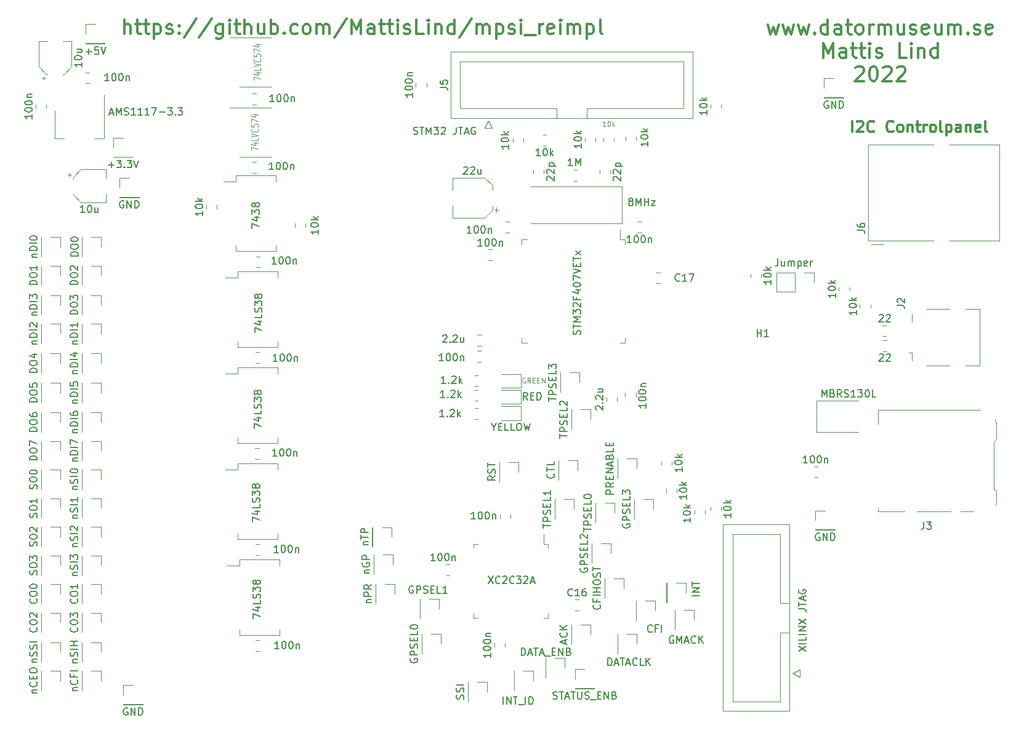
<source format=gbr>
%TF.GenerationSoftware,KiCad,Pcbnew,(6.0.9-0)*%
%TF.CreationDate,2023-01-03T21:00:16+01:00*%
%TF.ProjectId,MPSIBOARD,4d505349-424f-4415-9244-2e6b69636164,rev?*%
%TF.SameCoordinates,Original*%
%TF.FileFunction,Legend,Top*%
%TF.FilePolarity,Positive*%
%FSLAX46Y46*%
G04 Gerber Fmt 4.6, Leading zero omitted, Abs format (unit mm)*
G04 Created by KiCad (PCBNEW (6.0.9-0)) date 2023-01-03 21:00:16*
%MOMM*%
%LPD*%
G01*
G04 APERTURE LIST*
%ADD10C,0.200000*%
%ADD11C,0.300000*%
%ADD12C,0.150000*%
%ADD13C,0.100000*%
%ADD14C,0.120000*%
G04 APERTURE END LIST*
D10*
X151602380Y-124995714D02*
X152602380Y-124329047D01*
X151602380Y-124329047D02*
X152602380Y-124995714D01*
X152602380Y-123948095D02*
X151602380Y-123948095D01*
X152602380Y-122995714D02*
X152602380Y-123471904D01*
X151602380Y-123471904D01*
X152602380Y-122662380D02*
X151602380Y-122662380D01*
X152602380Y-122186190D02*
X151602380Y-122186190D01*
X152602380Y-121614761D01*
X151602380Y-121614761D01*
X151602380Y-121233809D02*
X152602380Y-120567142D01*
X151602380Y-120567142D02*
X152602380Y-121233809D01*
X151602380Y-119138571D02*
X152316666Y-119138571D01*
X152459523Y-119186190D01*
X152554761Y-119281428D01*
X152602380Y-119424285D01*
X152602380Y-119519523D01*
X151602380Y-118805238D02*
X151602380Y-118233809D01*
X152602380Y-118519523D02*
X151602380Y-118519523D01*
X152316666Y-117948095D02*
X152316666Y-117471904D01*
X152602380Y-118043333D02*
X151602380Y-117710000D01*
X152602380Y-117376666D01*
X151650000Y-116519523D02*
X151602380Y-116614761D01*
X151602380Y-116757619D01*
X151650000Y-116900476D01*
X151745238Y-116995714D01*
X151840476Y-117043333D01*
X152030952Y-117090952D01*
X152173809Y-117090952D01*
X152364285Y-117043333D01*
X152459523Y-116995714D01*
X152554761Y-116900476D01*
X152602380Y-116757619D01*
X152602380Y-116662380D01*
X152554761Y-116519523D01*
X152507142Y-116471904D01*
X152173809Y-116471904D01*
X152173809Y-116662380D01*
X98658895Y-53846361D02*
X98801752Y-53893980D01*
X99039847Y-53893980D01*
X99135085Y-53846361D01*
X99182704Y-53798742D01*
X99230323Y-53703504D01*
X99230323Y-53608266D01*
X99182704Y-53513028D01*
X99135085Y-53465409D01*
X99039847Y-53417790D01*
X98849371Y-53370171D01*
X98754133Y-53322552D01*
X98706514Y-53274933D01*
X98658895Y-53179695D01*
X98658895Y-53084457D01*
X98706514Y-52989219D01*
X98754133Y-52941600D01*
X98849371Y-52893980D01*
X99087466Y-52893980D01*
X99230323Y-52941600D01*
X99516038Y-52893980D02*
X100087466Y-52893980D01*
X99801752Y-53893980D02*
X99801752Y-52893980D01*
X100420800Y-53893980D02*
X100420800Y-52893980D01*
X100754133Y-53608266D01*
X101087466Y-52893980D01*
X101087466Y-53893980D01*
X101468419Y-52893980D02*
X102087466Y-52893980D01*
X101754133Y-53274933D01*
X101896990Y-53274933D01*
X101992228Y-53322552D01*
X102039847Y-53370171D01*
X102087466Y-53465409D01*
X102087466Y-53703504D01*
X102039847Y-53798742D01*
X101992228Y-53846361D01*
X101896990Y-53893980D01*
X101611276Y-53893980D01*
X101516038Y-53846361D01*
X101468419Y-53798742D01*
X102468419Y-52989219D02*
X102516038Y-52941600D01*
X102611276Y-52893980D01*
X102849371Y-52893980D01*
X102944609Y-52941600D01*
X102992228Y-52989219D01*
X103039847Y-53084457D01*
X103039847Y-53179695D01*
X102992228Y-53322552D01*
X102420800Y-53893980D01*
X103039847Y-53893980D01*
X104516038Y-52893980D02*
X104516038Y-53608266D01*
X104468419Y-53751123D01*
X104373180Y-53846361D01*
X104230323Y-53893980D01*
X104135085Y-53893980D01*
X104849371Y-52893980D02*
X105420800Y-52893980D01*
X105135085Y-53893980D02*
X105135085Y-52893980D01*
X105706514Y-53608266D02*
X106182704Y-53608266D01*
X105611276Y-53893980D02*
X105944609Y-52893980D01*
X106277942Y-53893980D01*
X107135085Y-52941600D02*
X107039847Y-52893980D01*
X106896990Y-52893980D01*
X106754133Y-52941600D01*
X106658895Y-53036838D01*
X106611276Y-53132076D01*
X106563657Y-53322552D01*
X106563657Y-53465409D01*
X106611276Y-53655885D01*
X106658895Y-53751123D01*
X106754133Y-53846361D01*
X106896990Y-53893980D01*
X106992228Y-53893980D01*
X107135085Y-53846361D01*
X107182704Y-53798742D01*
X107182704Y-53465409D01*
X106992228Y-53465409D01*
D11*
X158981428Y-53548571D02*
X158981428Y-52048571D01*
X159624285Y-52191428D02*
X159695714Y-52120000D01*
X159838571Y-52048571D01*
X160195714Y-52048571D01*
X160338571Y-52120000D01*
X160410000Y-52191428D01*
X160481428Y-52334285D01*
X160481428Y-52477142D01*
X160410000Y-52691428D01*
X159552857Y-53548571D01*
X160481428Y-53548571D01*
X161981428Y-53405714D02*
X161910000Y-53477142D01*
X161695714Y-53548571D01*
X161552857Y-53548571D01*
X161338571Y-53477142D01*
X161195714Y-53334285D01*
X161124285Y-53191428D01*
X161052857Y-52905714D01*
X161052857Y-52691428D01*
X161124285Y-52405714D01*
X161195714Y-52262857D01*
X161338571Y-52120000D01*
X161552857Y-52048571D01*
X161695714Y-52048571D01*
X161910000Y-52120000D01*
X161981428Y-52191428D01*
X164624285Y-53405714D02*
X164552857Y-53477142D01*
X164338571Y-53548571D01*
X164195714Y-53548571D01*
X163981428Y-53477142D01*
X163838571Y-53334285D01*
X163767142Y-53191428D01*
X163695714Y-52905714D01*
X163695714Y-52691428D01*
X163767142Y-52405714D01*
X163838571Y-52262857D01*
X163981428Y-52120000D01*
X164195714Y-52048571D01*
X164338571Y-52048571D01*
X164552857Y-52120000D01*
X164624285Y-52191428D01*
X165481428Y-53548571D02*
X165338571Y-53477142D01*
X165267142Y-53405714D01*
X165195714Y-53262857D01*
X165195714Y-52834285D01*
X165267142Y-52691428D01*
X165338571Y-52620000D01*
X165481428Y-52548571D01*
X165695714Y-52548571D01*
X165838571Y-52620000D01*
X165910000Y-52691428D01*
X165981428Y-52834285D01*
X165981428Y-53262857D01*
X165910000Y-53405714D01*
X165838571Y-53477142D01*
X165695714Y-53548571D01*
X165481428Y-53548571D01*
X166624285Y-52548571D02*
X166624285Y-53548571D01*
X166624285Y-52691428D02*
X166695714Y-52620000D01*
X166838571Y-52548571D01*
X167052857Y-52548571D01*
X167195714Y-52620000D01*
X167267142Y-52762857D01*
X167267142Y-53548571D01*
X167767142Y-52548571D02*
X168338571Y-52548571D01*
X167981428Y-52048571D02*
X167981428Y-53334285D01*
X168052857Y-53477142D01*
X168195714Y-53548571D01*
X168338571Y-53548571D01*
X168838571Y-53548571D02*
X168838571Y-52548571D01*
X168838571Y-52834285D02*
X168910000Y-52691428D01*
X168981428Y-52620000D01*
X169124285Y-52548571D01*
X169267142Y-52548571D01*
X169981428Y-53548571D02*
X169838571Y-53477142D01*
X169767142Y-53405714D01*
X169695714Y-53262857D01*
X169695714Y-52834285D01*
X169767142Y-52691428D01*
X169838571Y-52620000D01*
X169981428Y-52548571D01*
X170195714Y-52548571D01*
X170338571Y-52620000D01*
X170410000Y-52691428D01*
X170481428Y-52834285D01*
X170481428Y-53262857D01*
X170410000Y-53405714D01*
X170338571Y-53477142D01*
X170195714Y-53548571D01*
X169981428Y-53548571D01*
X171338571Y-53548571D02*
X171195714Y-53477142D01*
X171124285Y-53334285D01*
X171124285Y-52048571D01*
X171910000Y-52548571D02*
X171910000Y-54048571D01*
X171910000Y-52620000D02*
X172052857Y-52548571D01*
X172338571Y-52548571D01*
X172481428Y-52620000D01*
X172552857Y-52691428D01*
X172624285Y-52834285D01*
X172624285Y-53262857D01*
X172552857Y-53405714D01*
X172481428Y-53477142D01*
X172338571Y-53548571D01*
X172052857Y-53548571D01*
X171910000Y-53477142D01*
X173910000Y-53548571D02*
X173910000Y-52762857D01*
X173838571Y-52620000D01*
X173695714Y-52548571D01*
X173410000Y-52548571D01*
X173267142Y-52620000D01*
X173910000Y-53477142D02*
X173767142Y-53548571D01*
X173410000Y-53548571D01*
X173267142Y-53477142D01*
X173195714Y-53334285D01*
X173195714Y-53191428D01*
X173267142Y-53048571D01*
X173410000Y-52977142D01*
X173767142Y-52977142D01*
X173910000Y-52905714D01*
X174624285Y-52548571D02*
X174624285Y-53548571D01*
X174624285Y-52691428D02*
X174695714Y-52620000D01*
X174838571Y-52548571D01*
X175052857Y-52548571D01*
X175195714Y-52620000D01*
X175267142Y-52762857D01*
X175267142Y-53548571D01*
X176552857Y-53477142D02*
X176410000Y-53548571D01*
X176124285Y-53548571D01*
X175981428Y-53477142D01*
X175910000Y-53334285D01*
X175910000Y-52762857D01*
X175981428Y-52620000D01*
X176124285Y-52548571D01*
X176410000Y-52548571D01*
X176552857Y-52620000D01*
X176624285Y-52762857D01*
X176624285Y-52905714D01*
X175910000Y-53048571D01*
X177481428Y-53548571D02*
X177338571Y-53477142D01*
X177267142Y-53334285D01*
X177267142Y-52048571D01*
X58881295Y-40071561D02*
X58881295Y-38071561D01*
X59738438Y-40071561D02*
X59738438Y-39023942D01*
X59643200Y-38833466D01*
X59452723Y-38738228D01*
X59167009Y-38738228D01*
X58976533Y-38833466D01*
X58881295Y-38928704D01*
X60405104Y-38738228D02*
X61167009Y-38738228D01*
X60690819Y-38071561D02*
X60690819Y-39785847D01*
X60786057Y-39976323D01*
X60976533Y-40071561D01*
X61167009Y-40071561D01*
X61547961Y-38738228D02*
X62309866Y-38738228D01*
X61833676Y-38071561D02*
X61833676Y-39785847D01*
X61928914Y-39976323D01*
X62119390Y-40071561D01*
X62309866Y-40071561D01*
X62976533Y-38738228D02*
X62976533Y-40738228D01*
X62976533Y-38833466D02*
X63167009Y-38738228D01*
X63547961Y-38738228D01*
X63738438Y-38833466D01*
X63833676Y-38928704D01*
X63928914Y-39119180D01*
X63928914Y-39690609D01*
X63833676Y-39881085D01*
X63738438Y-39976323D01*
X63547961Y-40071561D01*
X63167009Y-40071561D01*
X62976533Y-39976323D01*
X64690819Y-39976323D02*
X64881295Y-40071561D01*
X65262247Y-40071561D01*
X65452723Y-39976323D01*
X65547961Y-39785847D01*
X65547961Y-39690609D01*
X65452723Y-39500133D01*
X65262247Y-39404895D01*
X64976533Y-39404895D01*
X64786057Y-39309657D01*
X64690819Y-39119180D01*
X64690819Y-39023942D01*
X64786057Y-38833466D01*
X64976533Y-38738228D01*
X65262247Y-38738228D01*
X65452723Y-38833466D01*
X66405104Y-39881085D02*
X66500342Y-39976323D01*
X66405104Y-40071561D01*
X66309866Y-39976323D01*
X66405104Y-39881085D01*
X66405104Y-40071561D01*
X66405104Y-38833466D02*
X66500342Y-38928704D01*
X66405104Y-39023942D01*
X66309866Y-38928704D01*
X66405104Y-38833466D01*
X66405104Y-39023942D01*
X68786057Y-37976323D02*
X67071771Y-40547752D01*
X70881295Y-37976323D02*
X69167009Y-40547752D01*
X72405104Y-38738228D02*
X72405104Y-40357276D01*
X72309866Y-40547752D01*
X72214628Y-40642990D01*
X72024152Y-40738228D01*
X71738438Y-40738228D01*
X71547961Y-40642990D01*
X72405104Y-39976323D02*
X72214628Y-40071561D01*
X71833676Y-40071561D01*
X71643200Y-39976323D01*
X71547961Y-39881085D01*
X71452723Y-39690609D01*
X71452723Y-39119180D01*
X71547961Y-38928704D01*
X71643200Y-38833466D01*
X71833676Y-38738228D01*
X72214628Y-38738228D01*
X72405104Y-38833466D01*
X73357485Y-40071561D02*
X73357485Y-38738228D01*
X73357485Y-38071561D02*
X73262247Y-38166800D01*
X73357485Y-38262038D01*
X73452723Y-38166800D01*
X73357485Y-38071561D01*
X73357485Y-38262038D01*
X74024152Y-38738228D02*
X74786057Y-38738228D01*
X74309866Y-38071561D02*
X74309866Y-39785847D01*
X74405104Y-39976323D01*
X74595580Y-40071561D01*
X74786057Y-40071561D01*
X75452723Y-40071561D02*
X75452723Y-38071561D01*
X76309866Y-40071561D02*
X76309866Y-39023942D01*
X76214628Y-38833466D01*
X76024152Y-38738228D01*
X75738438Y-38738228D01*
X75547961Y-38833466D01*
X75452723Y-38928704D01*
X78119390Y-38738228D02*
X78119390Y-40071561D01*
X77262247Y-38738228D02*
X77262247Y-39785847D01*
X77357485Y-39976323D01*
X77547961Y-40071561D01*
X77833676Y-40071561D01*
X78024152Y-39976323D01*
X78119390Y-39881085D01*
X79071771Y-40071561D02*
X79071771Y-38071561D01*
X79071771Y-38833466D02*
X79262247Y-38738228D01*
X79643200Y-38738228D01*
X79833676Y-38833466D01*
X79928914Y-38928704D01*
X80024152Y-39119180D01*
X80024152Y-39690609D01*
X79928914Y-39881085D01*
X79833676Y-39976323D01*
X79643200Y-40071561D01*
X79262247Y-40071561D01*
X79071771Y-39976323D01*
X80881295Y-39881085D02*
X80976533Y-39976323D01*
X80881295Y-40071561D01*
X80786057Y-39976323D01*
X80881295Y-39881085D01*
X80881295Y-40071561D01*
X82690819Y-39976323D02*
X82500342Y-40071561D01*
X82119390Y-40071561D01*
X81928914Y-39976323D01*
X81833676Y-39881085D01*
X81738438Y-39690609D01*
X81738438Y-39119180D01*
X81833676Y-38928704D01*
X81928914Y-38833466D01*
X82119390Y-38738228D01*
X82500342Y-38738228D01*
X82690819Y-38833466D01*
X83833676Y-40071561D02*
X83643200Y-39976323D01*
X83547961Y-39881085D01*
X83452723Y-39690609D01*
X83452723Y-39119180D01*
X83547961Y-38928704D01*
X83643200Y-38833466D01*
X83833676Y-38738228D01*
X84119390Y-38738228D01*
X84309866Y-38833466D01*
X84405104Y-38928704D01*
X84500342Y-39119180D01*
X84500342Y-39690609D01*
X84405104Y-39881085D01*
X84309866Y-39976323D01*
X84119390Y-40071561D01*
X83833676Y-40071561D01*
X85357485Y-40071561D02*
X85357485Y-38738228D01*
X85357485Y-38928704D02*
X85452723Y-38833466D01*
X85643200Y-38738228D01*
X85928914Y-38738228D01*
X86119390Y-38833466D01*
X86214628Y-39023942D01*
X86214628Y-40071561D01*
X86214628Y-39023942D02*
X86309866Y-38833466D01*
X86500342Y-38738228D01*
X86786057Y-38738228D01*
X86976533Y-38833466D01*
X87071771Y-39023942D01*
X87071771Y-40071561D01*
X89452723Y-37976323D02*
X87738438Y-40547752D01*
X90119390Y-40071561D02*
X90119390Y-38071561D01*
X90786057Y-39500133D01*
X91452723Y-38071561D01*
X91452723Y-40071561D01*
X93262247Y-40071561D02*
X93262247Y-39023942D01*
X93167009Y-38833466D01*
X92976533Y-38738228D01*
X92595580Y-38738228D01*
X92405104Y-38833466D01*
X93262247Y-39976323D02*
X93071771Y-40071561D01*
X92595580Y-40071561D01*
X92405104Y-39976323D01*
X92309866Y-39785847D01*
X92309866Y-39595371D01*
X92405104Y-39404895D01*
X92595580Y-39309657D01*
X93071771Y-39309657D01*
X93262247Y-39214419D01*
X93928914Y-38738228D02*
X94690819Y-38738228D01*
X94214628Y-38071561D02*
X94214628Y-39785847D01*
X94309866Y-39976323D01*
X94500342Y-40071561D01*
X94690819Y-40071561D01*
X95071771Y-38738228D02*
X95833676Y-38738228D01*
X95357485Y-38071561D02*
X95357485Y-39785847D01*
X95452723Y-39976323D01*
X95643200Y-40071561D01*
X95833676Y-40071561D01*
X96500342Y-40071561D02*
X96500342Y-38738228D01*
X96500342Y-38071561D02*
X96405104Y-38166800D01*
X96500342Y-38262038D01*
X96595580Y-38166800D01*
X96500342Y-38071561D01*
X96500342Y-38262038D01*
X97357485Y-39976323D02*
X97547961Y-40071561D01*
X97928914Y-40071561D01*
X98119390Y-39976323D01*
X98214628Y-39785847D01*
X98214628Y-39690609D01*
X98119390Y-39500133D01*
X97928914Y-39404895D01*
X97643200Y-39404895D01*
X97452723Y-39309657D01*
X97357485Y-39119180D01*
X97357485Y-39023942D01*
X97452723Y-38833466D01*
X97643200Y-38738228D01*
X97928914Y-38738228D01*
X98119390Y-38833466D01*
X100024152Y-40071561D02*
X99071771Y-40071561D01*
X99071771Y-38071561D01*
X100690819Y-40071561D02*
X100690819Y-38738228D01*
X100690819Y-38071561D02*
X100595580Y-38166800D01*
X100690819Y-38262038D01*
X100786057Y-38166800D01*
X100690819Y-38071561D01*
X100690819Y-38262038D01*
X101643200Y-38738228D02*
X101643200Y-40071561D01*
X101643200Y-38928704D02*
X101738438Y-38833466D01*
X101928914Y-38738228D01*
X102214628Y-38738228D01*
X102405104Y-38833466D01*
X102500342Y-39023942D01*
X102500342Y-40071561D01*
X104309866Y-40071561D02*
X104309866Y-38071561D01*
X104309866Y-39976323D02*
X104119390Y-40071561D01*
X103738438Y-40071561D01*
X103547961Y-39976323D01*
X103452723Y-39881085D01*
X103357485Y-39690609D01*
X103357485Y-39119180D01*
X103452723Y-38928704D01*
X103547961Y-38833466D01*
X103738438Y-38738228D01*
X104119390Y-38738228D01*
X104309866Y-38833466D01*
X106690819Y-37976323D02*
X104976533Y-40547752D01*
X107357485Y-40071561D02*
X107357485Y-38738228D01*
X107357485Y-38928704D02*
X107452723Y-38833466D01*
X107643200Y-38738228D01*
X107928914Y-38738228D01*
X108119390Y-38833466D01*
X108214628Y-39023942D01*
X108214628Y-40071561D01*
X108214628Y-39023942D02*
X108309866Y-38833466D01*
X108500342Y-38738228D01*
X108786057Y-38738228D01*
X108976533Y-38833466D01*
X109071771Y-39023942D01*
X109071771Y-40071561D01*
X110024152Y-38738228D02*
X110024152Y-40738228D01*
X110024152Y-38833466D02*
X110214628Y-38738228D01*
X110595580Y-38738228D01*
X110786057Y-38833466D01*
X110881295Y-38928704D01*
X110976533Y-39119180D01*
X110976533Y-39690609D01*
X110881295Y-39881085D01*
X110786057Y-39976323D01*
X110595580Y-40071561D01*
X110214628Y-40071561D01*
X110024152Y-39976323D01*
X111738438Y-39976323D02*
X111928914Y-40071561D01*
X112309866Y-40071561D01*
X112500342Y-39976323D01*
X112595580Y-39785847D01*
X112595580Y-39690609D01*
X112500342Y-39500133D01*
X112309866Y-39404895D01*
X112024152Y-39404895D01*
X111833676Y-39309657D01*
X111738438Y-39119180D01*
X111738438Y-39023942D01*
X111833676Y-38833466D01*
X112024152Y-38738228D01*
X112309866Y-38738228D01*
X112500342Y-38833466D01*
X113452723Y-40071561D02*
X113452723Y-38738228D01*
X113452723Y-38071561D02*
X113357485Y-38166800D01*
X113452723Y-38262038D01*
X113547961Y-38166800D01*
X113452723Y-38071561D01*
X113452723Y-38262038D01*
X113928914Y-40262038D02*
X115452723Y-40262038D01*
X115928914Y-40071561D02*
X115928914Y-38738228D01*
X115928914Y-39119180D02*
X116024152Y-38928704D01*
X116119390Y-38833466D01*
X116309866Y-38738228D01*
X116500342Y-38738228D01*
X117928914Y-39976323D02*
X117738438Y-40071561D01*
X117357485Y-40071561D01*
X117167009Y-39976323D01*
X117071771Y-39785847D01*
X117071771Y-39023942D01*
X117167009Y-38833466D01*
X117357485Y-38738228D01*
X117738438Y-38738228D01*
X117928914Y-38833466D01*
X118024152Y-39023942D01*
X118024152Y-39214419D01*
X117071771Y-39404895D01*
X118881295Y-40071561D02*
X118881295Y-38738228D01*
X118881295Y-38071561D02*
X118786057Y-38166800D01*
X118881295Y-38262038D01*
X118976533Y-38166800D01*
X118881295Y-38071561D01*
X118881295Y-38262038D01*
X119833676Y-40071561D02*
X119833676Y-38738228D01*
X119833676Y-38928704D02*
X119928914Y-38833466D01*
X120119390Y-38738228D01*
X120405104Y-38738228D01*
X120595580Y-38833466D01*
X120690819Y-39023942D01*
X120690819Y-40071561D01*
X120690819Y-39023942D02*
X120786057Y-38833466D01*
X120976533Y-38738228D01*
X121262247Y-38738228D01*
X121452723Y-38833466D01*
X121547961Y-39023942D01*
X121547961Y-40071561D01*
X122500342Y-38738228D02*
X122500342Y-40738228D01*
X122500342Y-38833466D02*
X122690819Y-38738228D01*
X123071771Y-38738228D01*
X123262247Y-38833466D01*
X123357485Y-38928704D01*
X123452723Y-39119180D01*
X123452723Y-39690609D01*
X123357485Y-39881085D01*
X123262247Y-39976323D01*
X123071771Y-40071561D01*
X122690819Y-40071561D01*
X122500342Y-39976323D01*
X124595580Y-40071561D02*
X124405104Y-39976323D01*
X124309866Y-39785847D01*
X124309866Y-38071561D01*
X147340990Y-38769428D02*
X147721942Y-40102761D01*
X148102895Y-39150380D01*
X148483847Y-40102761D01*
X148864800Y-38769428D01*
X149436228Y-38769428D02*
X149817180Y-40102761D01*
X150198133Y-39150380D01*
X150579085Y-40102761D01*
X150960038Y-38769428D01*
X151531466Y-38769428D02*
X151912419Y-40102761D01*
X152293371Y-39150380D01*
X152674323Y-40102761D01*
X153055276Y-38769428D01*
X153817180Y-39912285D02*
X153912419Y-40007523D01*
X153817180Y-40102761D01*
X153721942Y-40007523D01*
X153817180Y-39912285D01*
X153817180Y-40102761D01*
X155626704Y-40102761D02*
X155626704Y-38102761D01*
X155626704Y-40007523D02*
X155436228Y-40102761D01*
X155055276Y-40102761D01*
X154864800Y-40007523D01*
X154769561Y-39912285D01*
X154674323Y-39721809D01*
X154674323Y-39150380D01*
X154769561Y-38959904D01*
X154864800Y-38864666D01*
X155055276Y-38769428D01*
X155436228Y-38769428D01*
X155626704Y-38864666D01*
X157436228Y-40102761D02*
X157436228Y-39055142D01*
X157340990Y-38864666D01*
X157150514Y-38769428D01*
X156769561Y-38769428D01*
X156579085Y-38864666D01*
X157436228Y-40007523D02*
X157245752Y-40102761D01*
X156769561Y-40102761D01*
X156579085Y-40007523D01*
X156483847Y-39817047D01*
X156483847Y-39626571D01*
X156579085Y-39436095D01*
X156769561Y-39340857D01*
X157245752Y-39340857D01*
X157436228Y-39245619D01*
X158102895Y-38769428D02*
X158864800Y-38769428D01*
X158388609Y-38102761D02*
X158388609Y-39817047D01*
X158483847Y-40007523D01*
X158674323Y-40102761D01*
X158864800Y-40102761D01*
X159817180Y-40102761D02*
X159626704Y-40007523D01*
X159531466Y-39912285D01*
X159436228Y-39721809D01*
X159436228Y-39150380D01*
X159531466Y-38959904D01*
X159626704Y-38864666D01*
X159817180Y-38769428D01*
X160102895Y-38769428D01*
X160293371Y-38864666D01*
X160388609Y-38959904D01*
X160483847Y-39150380D01*
X160483847Y-39721809D01*
X160388609Y-39912285D01*
X160293371Y-40007523D01*
X160102895Y-40102761D01*
X159817180Y-40102761D01*
X161340990Y-40102761D02*
X161340990Y-38769428D01*
X161340990Y-39150380D02*
X161436228Y-38959904D01*
X161531466Y-38864666D01*
X161721942Y-38769428D01*
X161912419Y-38769428D01*
X162579085Y-40102761D02*
X162579085Y-38769428D01*
X162579085Y-38959904D02*
X162674323Y-38864666D01*
X162864800Y-38769428D01*
X163150514Y-38769428D01*
X163340990Y-38864666D01*
X163436228Y-39055142D01*
X163436228Y-40102761D01*
X163436228Y-39055142D02*
X163531466Y-38864666D01*
X163721942Y-38769428D01*
X164007657Y-38769428D01*
X164198133Y-38864666D01*
X164293371Y-39055142D01*
X164293371Y-40102761D01*
X166102895Y-38769428D02*
X166102895Y-40102761D01*
X165245752Y-38769428D02*
X165245752Y-39817047D01*
X165340990Y-40007523D01*
X165531466Y-40102761D01*
X165817180Y-40102761D01*
X166007657Y-40007523D01*
X166102895Y-39912285D01*
X166960038Y-40007523D02*
X167150514Y-40102761D01*
X167531466Y-40102761D01*
X167721942Y-40007523D01*
X167817180Y-39817047D01*
X167817180Y-39721809D01*
X167721942Y-39531333D01*
X167531466Y-39436095D01*
X167245752Y-39436095D01*
X167055276Y-39340857D01*
X166960038Y-39150380D01*
X166960038Y-39055142D01*
X167055276Y-38864666D01*
X167245752Y-38769428D01*
X167531466Y-38769428D01*
X167721942Y-38864666D01*
X169436228Y-40007523D02*
X169245752Y-40102761D01*
X168864800Y-40102761D01*
X168674323Y-40007523D01*
X168579085Y-39817047D01*
X168579085Y-39055142D01*
X168674323Y-38864666D01*
X168864800Y-38769428D01*
X169245752Y-38769428D01*
X169436228Y-38864666D01*
X169531466Y-39055142D01*
X169531466Y-39245619D01*
X168579085Y-39436095D01*
X171245752Y-38769428D02*
X171245752Y-40102761D01*
X170388609Y-38769428D02*
X170388609Y-39817047D01*
X170483847Y-40007523D01*
X170674323Y-40102761D01*
X170960038Y-40102761D01*
X171150514Y-40007523D01*
X171245752Y-39912285D01*
X172198133Y-40102761D02*
X172198133Y-38769428D01*
X172198133Y-38959904D02*
X172293371Y-38864666D01*
X172483847Y-38769428D01*
X172769561Y-38769428D01*
X172960038Y-38864666D01*
X173055276Y-39055142D01*
X173055276Y-40102761D01*
X173055276Y-39055142D02*
X173150514Y-38864666D01*
X173340990Y-38769428D01*
X173626704Y-38769428D01*
X173817180Y-38864666D01*
X173912419Y-39055142D01*
X173912419Y-40102761D01*
X174864800Y-39912285D02*
X174960038Y-40007523D01*
X174864800Y-40102761D01*
X174769561Y-40007523D01*
X174864800Y-39912285D01*
X174864800Y-40102761D01*
X175721942Y-40007523D02*
X175912419Y-40102761D01*
X176293371Y-40102761D01*
X176483847Y-40007523D01*
X176579085Y-39817047D01*
X176579085Y-39721809D01*
X176483847Y-39531333D01*
X176293371Y-39436095D01*
X176007657Y-39436095D01*
X175817180Y-39340857D01*
X175721942Y-39150380D01*
X175721942Y-39055142D01*
X175817180Y-38864666D01*
X176007657Y-38769428D01*
X176293371Y-38769428D01*
X176483847Y-38864666D01*
X178198133Y-40007523D02*
X178007657Y-40102761D01*
X177626704Y-40102761D01*
X177436228Y-40007523D01*
X177340990Y-39817047D01*
X177340990Y-39055142D01*
X177436228Y-38864666D01*
X177626704Y-38769428D01*
X178007657Y-38769428D01*
X178198133Y-38864666D01*
X178293371Y-39055142D01*
X178293371Y-39245619D01*
X177340990Y-39436095D01*
X155007657Y-43322761D02*
X155007657Y-41322761D01*
X155674323Y-42751333D01*
X156340990Y-41322761D01*
X156340990Y-43322761D01*
X158150514Y-43322761D02*
X158150514Y-42275142D01*
X158055276Y-42084666D01*
X157864800Y-41989428D01*
X157483847Y-41989428D01*
X157293371Y-42084666D01*
X158150514Y-43227523D02*
X157960038Y-43322761D01*
X157483847Y-43322761D01*
X157293371Y-43227523D01*
X157198133Y-43037047D01*
X157198133Y-42846571D01*
X157293371Y-42656095D01*
X157483847Y-42560857D01*
X157960038Y-42560857D01*
X158150514Y-42465619D01*
X158817180Y-41989428D02*
X159579085Y-41989428D01*
X159102895Y-41322761D02*
X159102895Y-43037047D01*
X159198133Y-43227523D01*
X159388609Y-43322761D01*
X159579085Y-43322761D01*
X159960038Y-41989428D02*
X160721942Y-41989428D01*
X160245752Y-41322761D02*
X160245752Y-43037047D01*
X160340990Y-43227523D01*
X160531466Y-43322761D01*
X160721942Y-43322761D01*
X161388609Y-43322761D02*
X161388609Y-41989428D01*
X161388609Y-41322761D02*
X161293371Y-41418000D01*
X161388609Y-41513238D01*
X161483847Y-41418000D01*
X161388609Y-41322761D01*
X161388609Y-41513238D01*
X162245752Y-43227523D02*
X162436228Y-43322761D01*
X162817180Y-43322761D01*
X163007657Y-43227523D01*
X163102895Y-43037047D01*
X163102895Y-42941809D01*
X163007657Y-42751333D01*
X162817180Y-42656095D01*
X162531466Y-42656095D01*
X162340990Y-42560857D01*
X162245752Y-42370380D01*
X162245752Y-42275142D01*
X162340990Y-42084666D01*
X162531466Y-41989428D01*
X162817180Y-41989428D01*
X163007657Y-42084666D01*
X166436228Y-43322761D02*
X165483847Y-43322761D01*
X165483847Y-41322761D01*
X167102895Y-43322761D02*
X167102895Y-41989428D01*
X167102895Y-41322761D02*
X167007657Y-41418000D01*
X167102895Y-41513238D01*
X167198133Y-41418000D01*
X167102895Y-41322761D01*
X167102895Y-41513238D01*
X168055276Y-41989428D02*
X168055276Y-43322761D01*
X168055276Y-42179904D02*
X168150514Y-42084666D01*
X168340990Y-41989428D01*
X168626704Y-41989428D01*
X168817180Y-42084666D01*
X168912419Y-42275142D01*
X168912419Y-43322761D01*
X170721942Y-43322761D02*
X170721942Y-41322761D01*
X170721942Y-43227523D02*
X170531466Y-43322761D01*
X170150514Y-43322761D01*
X169960038Y-43227523D01*
X169864800Y-43132285D01*
X169769561Y-42941809D01*
X169769561Y-42370380D01*
X169864800Y-42179904D01*
X169960038Y-42084666D01*
X170150514Y-41989428D01*
X170531466Y-41989428D01*
X170721942Y-42084666D01*
X159436228Y-44733238D02*
X159531466Y-44638000D01*
X159721942Y-44542761D01*
X160198133Y-44542761D01*
X160388609Y-44638000D01*
X160483847Y-44733238D01*
X160579085Y-44923714D01*
X160579085Y-45114190D01*
X160483847Y-45399904D01*
X159340990Y-46542761D01*
X160579085Y-46542761D01*
X161817180Y-44542761D02*
X162007657Y-44542761D01*
X162198133Y-44638000D01*
X162293371Y-44733238D01*
X162388609Y-44923714D01*
X162483847Y-45304666D01*
X162483847Y-45780857D01*
X162388609Y-46161809D01*
X162293371Y-46352285D01*
X162198133Y-46447523D01*
X162007657Y-46542761D01*
X161817180Y-46542761D01*
X161626704Y-46447523D01*
X161531466Y-46352285D01*
X161436228Y-46161809D01*
X161340990Y-45780857D01*
X161340990Y-45304666D01*
X161436228Y-44923714D01*
X161531466Y-44733238D01*
X161626704Y-44638000D01*
X161817180Y-44542761D01*
X163245752Y-44733238D02*
X163340990Y-44638000D01*
X163531466Y-44542761D01*
X164007657Y-44542761D01*
X164198133Y-44638000D01*
X164293371Y-44733238D01*
X164388609Y-44923714D01*
X164388609Y-45114190D01*
X164293371Y-45399904D01*
X163150514Y-46542761D01*
X164388609Y-46542761D01*
X165150514Y-44733238D02*
X165245752Y-44638000D01*
X165436228Y-44542761D01*
X165912419Y-44542761D01*
X166102895Y-44638000D01*
X166198133Y-44733238D01*
X166293371Y-44923714D01*
X166293371Y-45114190D01*
X166198133Y-45399904D01*
X165055276Y-46542761D01*
X166293371Y-46542761D01*
D12*
%TO.C,H1*%
X145898095Y-81692380D02*
X145898095Y-80692380D01*
X145898095Y-81168571D02*
X146469523Y-81168571D01*
X146469523Y-81692380D02*
X146469523Y-80692380D01*
X147469523Y-81692380D02*
X146898095Y-81692380D01*
X147183809Y-81692380D02*
X147183809Y-80692380D01*
X147088571Y-80835238D01*
X146993333Y-80930476D01*
X146898095Y-80978095D01*
%TO.C,TP51*%
X46842761Y-102631714D02*
X46890380Y-102488857D01*
X46890380Y-102250761D01*
X46842761Y-102155523D01*
X46795142Y-102107904D01*
X46699904Y-102060285D01*
X46604666Y-102060285D01*
X46509428Y-102107904D01*
X46461809Y-102155523D01*
X46414190Y-102250761D01*
X46366571Y-102441238D01*
X46318952Y-102536476D01*
X46271333Y-102584095D01*
X46176095Y-102631714D01*
X46080857Y-102631714D01*
X45985619Y-102584095D01*
X45938000Y-102536476D01*
X45890380Y-102441238D01*
X45890380Y-102203142D01*
X45938000Y-102060285D01*
X45890380Y-101441238D02*
X45890380Y-101250761D01*
X45938000Y-101155523D01*
X46033238Y-101060285D01*
X46223714Y-101012666D01*
X46557047Y-101012666D01*
X46747523Y-101060285D01*
X46842761Y-101155523D01*
X46890380Y-101250761D01*
X46890380Y-101441238D01*
X46842761Y-101536476D01*
X46747523Y-101631714D01*
X46557047Y-101679333D01*
X46223714Y-101679333D01*
X46033238Y-101631714D01*
X45938000Y-101536476D01*
X45890380Y-101441238D01*
X45890380Y-100393619D02*
X45890380Y-100298380D01*
X45938000Y-100203142D01*
X45985619Y-100155523D01*
X46080857Y-100107904D01*
X46271333Y-100060285D01*
X46509428Y-100060285D01*
X46699904Y-100107904D01*
X46795142Y-100155523D01*
X46842761Y-100203142D01*
X46890380Y-100298380D01*
X46890380Y-100393619D01*
X46842761Y-100488857D01*
X46795142Y-100536476D01*
X46699904Y-100584095D01*
X46509428Y-100631714D01*
X46271333Y-100631714D01*
X46080857Y-100584095D01*
X45985619Y-100536476D01*
X45938000Y-100488857D01*
X45890380Y-100393619D01*
%TO.C,TP36*%
X51811714Y-90836571D02*
X52478380Y-90836571D01*
X51906952Y-90836571D02*
X51859333Y-90788952D01*
X51811714Y-90693714D01*
X51811714Y-90550857D01*
X51859333Y-90455619D01*
X51954571Y-90408000D01*
X52478380Y-90408000D01*
X52478380Y-89931809D02*
X51478380Y-89931809D01*
X51478380Y-89693714D01*
X51526000Y-89550857D01*
X51621238Y-89455619D01*
X51716476Y-89408000D01*
X51906952Y-89360380D01*
X52049809Y-89360380D01*
X52240285Y-89408000D01*
X52335523Y-89455619D01*
X52430761Y-89550857D01*
X52478380Y-89693714D01*
X52478380Y-89931809D01*
X52478380Y-88931809D02*
X51478380Y-88931809D01*
X51478380Y-87979428D02*
X51478380Y-88455619D01*
X51954571Y-88503238D01*
X51906952Y-88455619D01*
X51859333Y-88360380D01*
X51859333Y-88122285D01*
X51906952Y-88027047D01*
X51954571Y-87979428D01*
X52049809Y-87931809D01*
X52287904Y-87931809D01*
X52383142Y-87979428D01*
X52430761Y-88027047D01*
X52478380Y-88122285D01*
X52478380Y-88360380D01*
X52430761Y-88455619D01*
X52383142Y-88503238D01*
%TO.C,TP33*%
X46223714Y-82708571D02*
X46890380Y-82708571D01*
X46318952Y-82708571D02*
X46271333Y-82660952D01*
X46223714Y-82565714D01*
X46223714Y-82422857D01*
X46271333Y-82327619D01*
X46366571Y-82280000D01*
X46890380Y-82280000D01*
X46890380Y-81803809D02*
X45890380Y-81803809D01*
X45890380Y-81565714D01*
X45938000Y-81422857D01*
X46033238Y-81327619D01*
X46128476Y-81280000D01*
X46318952Y-81232380D01*
X46461809Y-81232380D01*
X46652285Y-81280000D01*
X46747523Y-81327619D01*
X46842761Y-81422857D01*
X46890380Y-81565714D01*
X46890380Y-81803809D01*
X46890380Y-80803809D02*
X45890380Y-80803809D01*
X45985619Y-80375238D02*
X45938000Y-80327619D01*
X45890380Y-80232380D01*
X45890380Y-79994285D01*
X45938000Y-79899047D01*
X45985619Y-79851428D01*
X46080857Y-79803809D01*
X46176095Y-79803809D01*
X46318952Y-79851428D01*
X46890380Y-80422857D01*
X46890380Y-79803809D01*
%TO.C,R21*%
X136227380Y-103482738D02*
X136227380Y-104054166D01*
X136227380Y-103768452D02*
X135227380Y-103768452D01*
X135370238Y-103863690D01*
X135465476Y-103958928D01*
X135513095Y-104054166D01*
X135227380Y-102863690D02*
X135227380Y-102768452D01*
X135275000Y-102673214D01*
X135322619Y-102625595D01*
X135417857Y-102577976D01*
X135608333Y-102530357D01*
X135846428Y-102530357D01*
X136036904Y-102577976D01*
X136132142Y-102625595D01*
X136179761Y-102673214D01*
X136227380Y-102768452D01*
X136227380Y-102863690D01*
X136179761Y-102958928D01*
X136132142Y-103006547D01*
X136036904Y-103054166D01*
X135846428Y-103101785D01*
X135608333Y-103101785D01*
X135417857Y-103054166D01*
X135322619Y-103006547D01*
X135275000Y-102958928D01*
X135227380Y-102863690D01*
X136227380Y-102101785D02*
X135227380Y-102101785D01*
X135846428Y-102006547D02*
X136227380Y-101720833D01*
X135560714Y-101720833D02*
X135941666Y-102101785D01*
%TO.C,R20*%
X135577380Y-99682738D02*
X135577380Y-100254166D01*
X135577380Y-99968452D02*
X134577380Y-99968452D01*
X134720238Y-100063690D01*
X134815476Y-100158928D01*
X134863095Y-100254166D01*
X134577380Y-99063690D02*
X134577380Y-98968452D01*
X134625000Y-98873214D01*
X134672619Y-98825595D01*
X134767857Y-98777976D01*
X134958333Y-98730357D01*
X135196428Y-98730357D01*
X135386904Y-98777976D01*
X135482142Y-98825595D01*
X135529761Y-98873214D01*
X135577380Y-98968452D01*
X135577380Y-99063690D01*
X135529761Y-99158928D01*
X135482142Y-99206547D01*
X135386904Y-99254166D01*
X135196428Y-99301785D01*
X134958333Y-99301785D01*
X134767857Y-99254166D01*
X134672619Y-99206547D01*
X134625000Y-99158928D01*
X134577380Y-99063690D01*
X135577380Y-98301785D02*
X134577380Y-98301785D01*
X135196428Y-98206547D02*
X135577380Y-97920833D01*
X134910714Y-97920833D02*
X135291666Y-98301785D01*
%TO.C,R19*%
X156677380Y-75745238D02*
X156677380Y-76316666D01*
X156677380Y-76030952D02*
X155677380Y-76030952D01*
X155820238Y-76126190D01*
X155915476Y-76221428D01*
X155963095Y-76316666D01*
X155677380Y-75126190D02*
X155677380Y-75030952D01*
X155725000Y-74935714D01*
X155772619Y-74888095D01*
X155867857Y-74840476D01*
X156058333Y-74792857D01*
X156296428Y-74792857D01*
X156486904Y-74840476D01*
X156582142Y-74888095D01*
X156629761Y-74935714D01*
X156677380Y-75030952D01*
X156677380Y-75126190D01*
X156629761Y-75221428D01*
X156582142Y-75269047D01*
X156486904Y-75316666D01*
X156296428Y-75364285D01*
X156058333Y-75364285D01*
X155867857Y-75316666D01*
X155772619Y-75269047D01*
X155725000Y-75221428D01*
X155677380Y-75126190D01*
X156677380Y-74364285D02*
X155677380Y-74364285D01*
X156296428Y-74269047D02*
X156677380Y-73983333D01*
X156010714Y-73983333D02*
X156391666Y-74364285D01*
%TO.C,R18*%
X159552380Y-78107738D02*
X159552380Y-78679166D01*
X159552380Y-78393452D02*
X158552380Y-78393452D01*
X158695238Y-78488690D01*
X158790476Y-78583928D01*
X158838095Y-78679166D01*
X158552380Y-77488690D02*
X158552380Y-77393452D01*
X158600000Y-77298214D01*
X158647619Y-77250595D01*
X158742857Y-77202976D01*
X158933333Y-77155357D01*
X159171428Y-77155357D01*
X159361904Y-77202976D01*
X159457142Y-77250595D01*
X159504761Y-77298214D01*
X159552380Y-77393452D01*
X159552380Y-77488690D01*
X159504761Y-77583928D01*
X159457142Y-77631547D01*
X159361904Y-77679166D01*
X159171428Y-77726785D01*
X158933333Y-77726785D01*
X158742857Y-77679166D01*
X158647619Y-77631547D01*
X158600000Y-77583928D01*
X158552380Y-77488690D01*
X159552380Y-76726785D02*
X158552380Y-76726785D01*
X159171428Y-76631547D02*
X159552380Y-76345833D01*
X158885714Y-76345833D02*
X159266666Y-76726785D01*
%TO.C,R17*%
X136742380Y-106625238D02*
X136742380Y-107196666D01*
X136742380Y-106910952D02*
X135742380Y-106910952D01*
X135885238Y-107006190D01*
X135980476Y-107101428D01*
X136028095Y-107196666D01*
X135742380Y-106006190D02*
X135742380Y-105910952D01*
X135790000Y-105815714D01*
X135837619Y-105768095D01*
X135932857Y-105720476D01*
X136123333Y-105672857D01*
X136361428Y-105672857D01*
X136551904Y-105720476D01*
X136647142Y-105768095D01*
X136694761Y-105815714D01*
X136742380Y-105910952D01*
X136742380Y-106006190D01*
X136694761Y-106101428D01*
X136647142Y-106149047D01*
X136551904Y-106196666D01*
X136361428Y-106244285D01*
X136123333Y-106244285D01*
X135932857Y-106196666D01*
X135837619Y-106149047D01*
X135790000Y-106101428D01*
X135742380Y-106006190D01*
X136742380Y-105244285D02*
X135742380Y-105244285D01*
X136361428Y-105149047D02*
X136742380Y-104863333D01*
X136075714Y-104863333D02*
X136456666Y-105244285D01*
%TO.C,R16*%
X142302380Y-105995238D02*
X142302380Y-106566666D01*
X142302380Y-106280952D02*
X141302380Y-106280952D01*
X141445238Y-106376190D01*
X141540476Y-106471428D01*
X141588095Y-106566666D01*
X141302380Y-105376190D02*
X141302380Y-105280952D01*
X141350000Y-105185714D01*
X141397619Y-105138095D01*
X141492857Y-105090476D01*
X141683333Y-105042857D01*
X141921428Y-105042857D01*
X142111904Y-105090476D01*
X142207142Y-105138095D01*
X142254761Y-105185714D01*
X142302380Y-105280952D01*
X142302380Y-105376190D01*
X142254761Y-105471428D01*
X142207142Y-105519047D01*
X142111904Y-105566666D01*
X141921428Y-105614285D01*
X141683333Y-105614285D01*
X141492857Y-105566666D01*
X141397619Y-105519047D01*
X141350000Y-105471428D01*
X141302380Y-105376190D01*
X142302380Y-104614285D02*
X141302380Y-104614285D01*
X141921428Y-104519047D02*
X142302380Y-104233333D01*
X141635714Y-104233333D02*
X142016666Y-104614285D01*
%TO.C,C22*%
X46225380Y-51153047D02*
X46225380Y-51724476D01*
X46225380Y-51438761D02*
X45225380Y-51438761D01*
X45368238Y-51534000D01*
X45463476Y-51629238D01*
X45511095Y-51724476D01*
X45225380Y-50534000D02*
X45225380Y-50438761D01*
X45273000Y-50343523D01*
X45320619Y-50295904D01*
X45415857Y-50248285D01*
X45606333Y-50200666D01*
X45844428Y-50200666D01*
X46034904Y-50248285D01*
X46130142Y-50295904D01*
X46177761Y-50343523D01*
X46225380Y-50438761D01*
X46225380Y-50534000D01*
X46177761Y-50629238D01*
X46130142Y-50676857D01*
X46034904Y-50724476D01*
X45844428Y-50772095D01*
X45606333Y-50772095D01*
X45415857Y-50724476D01*
X45320619Y-50676857D01*
X45273000Y-50629238D01*
X45225380Y-50534000D01*
X45225380Y-49581619D02*
X45225380Y-49486380D01*
X45273000Y-49391142D01*
X45320619Y-49343523D01*
X45415857Y-49295904D01*
X45606333Y-49248285D01*
X45844428Y-49248285D01*
X46034904Y-49295904D01*
X46130142Y-49343523D01*
X46177761Y-49391142D01*
X46225380Y-49486380D01*
X46225380Y-49581619D01*
X46177761Y-49676857D01*
X46130142Y-49724476D01*
X46034904Y-49772095D01*
X45844428Y-49819714D01*
X45606333Y-49819714D01*
X45415857Y-49772095D01*
X45320619Y-49724476D01*
X45273000Y-49676857D01*
X45225380Y-49581619D01*
X45558714Y-48819714D02*
X46225380Y-48819714D01*
X45653952Y-48819714D02*
X45606333Y-48772095D01*
X45558714Y-48676857D01*
X45558714Y-48534000D01*
X45606333Y-48438761D01*
X45701571Y-48391142D01*
X46225380Y-48391142D01*
%TO.C,TP48*%
X51811714Y-106687761D02*
X52478380Y-106687761D01*
X51906952Y-106687761D02*
X51859333Y-106640142D01*
X51811714Y-106544904D01*
X51811714Y-106402047D01*
X51859333Y-106306809D01*
X51954571Y-106259190D01*
X52478380Y-106259190D01*
X52430761Y-105830619D02*
X52478380Y-105687761D01*
X52478380Y-105449666D01*
X52430761Y-105354428D01*
X52383142Y-105306809D01*
X52287904Y-105259190D01*
X52192666Y-105259190D01*
X52097428Y-105306809D01*
X52049809Y-105354428D01*
X52002190Y-105449666D01*
X51954571Y-105640142D01*
X51906952Y-105735380D01*
X51859333Y-105783000D01*
X51764095Y-105830619D01*
X51668857Y-105830619D01*
X51573619Y-105783000D01*
X51526000Y-105735380D01*
X51478380Y-105640142D01*
X51478380Y-105402047D01*
X51526000Y-105259190D01*
X52478380Y-104830619D02*
X51478380Y-104830619D01*
X52478380Y-103830619D02*
X52478380Y-104402047D01*
X52478380Y-104116333D02*
X51478380Y-104116333D01*
X51621238Y-104211571D01*
X51716476Y-104306809D01*
X51764095Y-104402047D01*
%TO.C,R7*%
X116094261Y-56815880D02*
X115522833Y-56815880D01*
X115808547Y-56815880D02*
X115808547Y-55815880D01*
X115713309Y-55958738D01*
X115618071Y-56053976D01*
X115522833Y-56101595D01*
X116713309Y-55815880D02*
X116808547Y-55815880D01*
X116903785Y-55863500D01*
X116951404Y-55911119D01*
X116999023Y-56006357D01*
X117046642Y-56196833D01*
X117046642Y-56434928D01*
X116999023Y-56625404D01*
X116951404Y-56720642D01*
X116903785Y-56768261D01*
X116808547Y-56815880D01*
X116713309Y-56815880D01*
X116618071Y-56768261D01*
X116570452Y-56720642D01*
X116522833Y-56625404D01*
X116475214Y-56434928D01*
X116475214Y-56196833D01*
X116522833Y-56006357D01*
X116570452Y-55911119D01*
X116618071Y-55863500D01*
X116713309Y-55815880D01*
X117475214Y-56815880D02*
X117475214Y-55815880D01*
X117570452Y-56434928D02*
X117856166Y-56815880D01*
X117856166Y-56149214D02*
X117475214Y-56530166D01*
%TO.C,C1*%
X152830952Y-99072380D02*
X152259523Y-99072380D01*
X152545238Y-99072380D02*
X152545238Y-98072380D01*
X152450000Y-98215238D01*
X152354761Y-98310476D01*
X152259523Y-98358095D01*
X153450000Y-98072380D02*
X153545238Y-98072380D01*
X153640476Y-98120000D01*
X153688095Y-98167619D01*
X153735714Y-98262857D01*
X153783333Y-98453333D01*
X153783333Y-98691428D01*
X153735714Y-98881904D01*
X153688095Y-98977142D01*
X153640476Y-99024761D01*
X153545238Y-99072380D01*
X153450000Y-99072380D01*
X153354761Y-99024761D01*
X153307142Y-98977142D01*
X153259523Y-98881904D01*
X153211904Y-98691428D01*
X153211904Y-98453333D01*
X153259523Y-98262857D01*
X153307142Y-98167619D01*
X153354761Y-98120000D01*
X153450000Y-98072380D01*
X154402380Y-98072380D02*
X154497619Y-98072380D01*
X154592857Y-98120000D01*
X154640476Y-98167619D01*
X154688095Y-98262857D01*
X154735714Y-98453333D01*
X154735714Y-98691428D01*
X154688095Y-98881904D01*
X154640476Y-98977142D01*
X154592857Y-99024761D01*
X154497619Y-99072380D01*
X154402380Y-99072380D01*
X154307142Y-99024761D01*
X154259523Y-98977142D01*
X154211904Y-98881904D01*
X154164285Y-98691428D01*
X154164285Y-98453333D01*
X154211904Y-98262857D01*
X154259523Y-98167619D01*
X154307142Y-98120000D01*
X154402380Y-98072380D01*
X155164285Y-98405714D02*
X155164285Y-99072380D01*
X155164285Y-98500952D02*
X155211904Y-98453333D01*
X155307142Y-98405714D01*
X155450000Y-98405714D01*
X155545238Y-98453333D01*
X155592857Y-98548571D01*
X155592857Y-99072380D01*
D13*
%TO.C,R3*%
X125073333Y-52766666D02*
X124673333Y-52766666D01*
X124873333Y-52766666D02*
X124873333Y-52066666D01*
X124806666Y-52166666D01*
X124740000Y-52233333D01*
X124673333Y-52266666D01*
X125506666Y-52066666D02*
X125573333Y-52066666D01*
X125640000Y-52100000D01*
X125673333Y-52133333D01*
X125706666Y-52200000D01*
X125740000Y-52333333D01*
X125740000Y-52500000D01*
X125706666Y-52633333D01*
X125673333Y-52700000D01*
X125640000Y-52733333D01*
X125573333Y-52766666D01*
X125506666Y-52766666D01*
X125440000Y-52733333D01*
X125406666Y-52700000D01*
X125373333Y-52633333D01*
X125340000Y-52500000D01*
X125340000Y-52333333D01*
X125373333Y-52200000D01*
X125406666Y-52133333D01*
X125440000Y-52100000D01*
X125506666Y-52066666D01*
X126040000Y-52766666D02*
X126040000Y-52066666D01*
X126106666Y-52500000D02*
X126306666Y-52766666D01*
X126306666Y-52300000D02*
X126040000Y-52566666D01*
D12*
%TO.C,TP18*%
X134405904Y-122944000D02*
X134310666Y-122896380D01*
X134167809Y-122896380D01*
X134024952Y-122944000D01*
X133929714Y-123039238D01*
X133882095Y-123134476D01*
X133834476Y-123324952D01*
X133834476Y-123467809D01*
X133882095Y-123658285D01*
X133929714Y-123753523D01*
X134024952Y-123848761D01*
X134167809Y-123896380D01*
X134263047Y-123896380D01*
X134405904Y-123848761D01*
X134453523Y-123801142D01*
X134453523Y-123467809D01*
X134263047Y-123467809D01*
X134882095Y-123896380D02*
X134882095Y-122896380D01*
X135215428Y-123610666D01*
X135548761Y-122896380D01*
X135548761Y-123896380D01*
X135977333Y-123610666D02*
X136453523Y-123610666D01*
X135882095Y-123896380D02*
X136215428Y-122896380D01*
X136548761Y-123896380D01*
X137453523Y-123801142D02*
X137405904Y-123848761D01*
X137263047Y-123896380D01*
X137167809Y-123896380D01*
X137024952Y-123848761D01*
X136929714Y-123753523D01*
X136882095Y-123658285D01*
X136834476Y-123467809D01*
X136834476Y-123324952D01*
X136882095Y-123134476D01*
X136929714Y-123039238D01*
X137024952Y-122944000D01*
X137167809Y-122896380D01*
X137263047Y-122896380D01*
X137405904Y-122944000D01*
X137453523Y-122991619D01*
X137882095Y-123896380D02*
X137882095Y-122896380D01*
X138453523Y-123896380D02*
X138024952Y-123324952D01*
X138453523Y-122896380D02*
X137882095Y-123467809D01*
%TO.C,C18*%
X79780952Y-71702380D02*
X79209523Y-71702380D01*
X79495238Y-71702380D02*
X79495238Y-70702380D01*
X79400000Y-70845238D01*
X79304761Y-70940476D01*
X79209523Y-70988095D01*
X80400000Y-70702380D02*
X80495238Y-70702380D01*
X80590476Y-70750000D01*
X80638095Y-70797619D01*
X80685714Y-70892857D01*
X80733333Y-71083333D01*
X80733333Y-71321428D01*
X80685714Y-71511904D01*
X80638095Y-71607142D01*
X80590476Y-71654761D01*
X80495238Y-71702380D01*
X80400000Y-71702380D01*
X80304761Y-71654761D01*
X80257142Y-71607142D01*
X80209523Y-71511904D01*
X80161904Y-71321428D01*
X80161904Y-71083333D01*
X80209523Y-70892857D01*
X80257142Y-70797619D01*
X80304761Y-70750000D01*
X80400000Y-70702380D01*
X81352380Y-70702380D02*
X81447619Y-70702380D01*
X81542857Y-70750000D01*
X81590476Y-70797619D01*
X81638095Y-70892857D01*
X81685714Y-71083333D01*
X81685714Y-71321428D01*
X81638095Y-71511904D01*
X81590476Y-71607142D01*
X81542857Y-71654761D01*
X81447619Y-71702380D01*
X81352380Y-71702380D01*
X81257142Y-71654761D01*
X81209523Y-71607142D01*
X81161904Y-71511904D01*
X81114285Y-71321428D01*
X81114285Y-71083333D01*
X81161904Y-70892857D01*
X81209523Y-70797619D01*
X81257142Y-70750000D01*
X81352380Y-70702380D01*
X82114285Y-71035714D02*
X82114285Y-71702380D01*
X82114285Y-71130952D02*
X82161904Y-71083333D01*
X82257142Y-71035714D01*
X82400000Y-71035714D01*
X82495238Y-71083333D01*
X82542857Y-71178571D01*
X82542857Y-71702380D01*
%TO.C,TP1*%
X121630000Y-113553619D02*
X121582380Y-113648857D01*
X121582380Y-113791714D01*
X121630000Y-113934571D01*
X121725238Y-114029809D01*
X121820476Y-114077428D01*
X122010952Y-114125047D01*
X122153809Y-114125047D01*
X122344285Y-114077428D01*
X122439523Y-114029809D01*
X122534761Y-113934571D01*
X122582380Y-113791714D01*
X122582380Y-113696476D01*
X122534761Y-113553619D01*
X122487142Y-113506000D01*
X122153809Y-113506000D01*
X122153809Y-113696476D01*
X122582380Y-113077428D02*
X121582380Y-113077428D01*
X121582380Y-112696476D01*
X121630000Y-112601238D01*
X121677619Y-112553619D01*
X121772857Y-112506000D01*
X121915714Y-112506000D01*
X122010952Y-112553619D01*
X122058571Y-112601238D01*
X122106190Y-112696476D01*
X122106190Y-113077428D01*
X122534761Y-112125047D02*
X122582380Y-111982190D01*
X122582380Y-111744095D01*
X122534761Y-111648857D01*
X122487142Y-111601238D01*
X122391904Y-111553619D01*
X122296666Y-111553619D01*
X122201428Y-111601238D01*
X122153809Y-111648857D01*
X122106190Y-111744095D01*
X122058571Y-111934571D01*
X122010952Y-112029809D01*
X121963333Y-112077428D01*
X121868095Y-112125047D01*
X121772857Y-112125047D01*
X121677619Y-112077428D01*
X121630000Y-112029809D01*
X121582380Y-111934571D01*
X121582380Y-111696476D01*
X121630000Y-111553619D01*
X122058571Y-111125047D02*
X122058571Y-110791714D01*
X122582380Y-110648857D02*
X122582380Y-111125047D01*
X121582380Y-111125047D01*
X121582380Y-110648857D01*
X122582380Y-109744095D02*
X122582380Y-110220285D01*
X121582380Y-110220285D01*
X121677619Y-109458380D02*
X121630000Y-109410761D01*
X121582380Y-109315523D01*
X121582380Y-109077428D01*
X121630000Y-108982190D01*
X121677619Y-108934571D01*
X121772857Y-108886952D01*
X121868095Y-108886952D01*
X122010952Y-108934571D01*
X122582380Y-109506000D01*
X122582380Y-108886952D01*
%TO.C,C11*%
X117051619Y-60208285D02*
X117004000Y-60160666D01*
X116956380Y-60065428D01*
X116956380Y-59827333D01*
X117004000Y-59732095D01*
X117051619Y-59684476D01*
X117146857Y-59636857D01*
X117242095Y-59636857D01*
X117384952Y-59684476D01*
X117956380Y-60255904D01*
X117956380Y-59636857D01*
X117051619Y-59255904D02*
X117004000Y-59208285D01*
X116956380Y-59113047D01*
X116956380Y-58874952D01*
X117004000Y-58779714D01*
X117051619Y-58732095D01*
X117146857Y-58684476D01*
X117242095Y-58684476D01*
X117384952Y-58732095D01*
X117956380Y-59303523D01*
X117956380Y-58684476D01*
X117289714Y-58255904D02*
X118289714Y-58255904D01*
X117337333Y-58255904D02*
X117289714Y-58160666D01*
X117289714Y-57970190D01*
X117337333Y-57874952D01*
X117384952Y-57827333D01*
X117480190Y-57779714D01*
X117765904Y-57779714D01*
X117861142Y-57827333D01*
X117908761Y-57874952D01*
X117956380Y-57970190D01*
X117956380Y-58160666D01*
X117908761Y-58255904D01*
%TO.C,C6*%
X53035380Y-44006857D02*
X53035380Y-44578285D01*
X53035380Y-44292571D02*
X52035380Y-44292571D01*
X52178238Y-44387809D01*
X52273476Y-44483047D01*
X52321095Y-44578285D01*
X52035380Y-43387809D02*
X52035380Y-43292571D01*
X52083000Y-43197333D01*
X52130619Y-43149714D01*
X52225857Y-43102095D01*
X52416333Y-43054476D01*
X52654428Y-43054476D01*
X52844904Y-43102095D01*
X52940142Y-43149714D01*
X52987761Y-43197333D01*
X53035380Y-43292571D01*
X53035380Y-43387809D01*
X52987761Y-43483047D01*
X52940142Y-43530666D01*
X52844904Y-43578285D01*
X52654428Y-43625904D01*
X52416333Y-43625904D01*
X52225857Y-43578285D01*
X52130619Y-43530666D01*
X52083000Y-43483047D01*
X52035380Y-43387809D01*
X52368714Y-42197333D02*
X53035380Y-42197333D01*
X52368714Y-42625904D02*
X52892523Y-42625904D01*
X52987761Y-42578285D01*
X53035380Y-42483047D01*
X53035380Y-42340190D01*
X52987761Y-42244952D01*
X52940142Y-42197333D01*
%TO.C,TP2*%
X127472000Y-107457619D02*
X127424380Y-107552857D01*
X127424380Y-107695714D01*
X127472000Y-107838571D01*
X127567238Y-107933809D01*
X127662476Y-107981428D01*
X127852952Y-108029047D01*
X127995809Y-108029047D01*
X128186285Y-107981428D01*
X128281523Y-107933809D01*
X128376761Y-107838571D01*
X128424380Y-107695714D01*
X128424380Y-107600476D01*
X128376761Y-107457619D01*
X128329142Y-107410000D01*
X127995809Y-107410000D01*
X127995809Y-107600476D01*
X128424380Y-106981428D02*
X127424380Y-106981428D01*
X127424380Y-106600476D01*
X127472000Y-106505238D01*
X127519619Y-106457619D01*
X127614857Y-106410000D01*
X127757714Y-106410000D01*
X127852952Y-106457619D01*
X127900571Y-106505238D01*
X127948190Y-106600476D01*
X127948190Y-106981428D01*
X128376761Y-106029047D02*
X128424380Y-105886190D01*
X128424380Y-105648095D01*
X128376761Y-105552857D01*
X128329142Y-105505238D01*
X128233904Y-105457619D01*
X128138666Y-105457619D01*
X128043428Y-105505238D01*
X127995809Y-105552857D01*
X127948190Y-105648095D01*
X127900571Y-105838571D01*
X127852952Y-105933809D01*
X127805333Y-105981428D01*
X127710095Y-106029047D01*
X127614857Y-106029047D01*
X127519619Y-105981428D01*
X127472000Y-105933809D01*
X127424380Y-105838571D01*
X127424380Y-105600476D01*
X127472000Y-105457619D01*
X127900571Y-105029047D02*
X127900571Y-104695714D01*
X128424380Y-104552857D02*
X128424380Y-105029047D01*
X127424380Y-105029047D01*
X127424380Y-104552857D01*
X128424380Y-103648095D02*
X128424380Y-104124285D01*
X127424380Y-104124285D01*
X127424380Y-103410000D02*
X127424380Y-102790952D01*
X127805333Y-103124285D01*
X127805333Y-102981428D01*
X127852952Y-102886190D01*
X127900571Y-102838571D01*
X127995809Y-102790952D01*
X128233904Y-102790952D01*
X128329142Y-102838571D01*
X128376761Y-102886190D01*
X128424380Y-102981428D01*
X128424380Y-103267142D01*
X128376761Y-103362380D01*
X128329142Y-103410000D01*
%TO.C,C2*%
X98492780Y-48170047D02*
X98492780Y-48741476D01*
X98492780Y-48455761D02*
X97492780Y-48455761D01*
X97635638Y-48551000D01*
X97730876Y-48646238D01*
X97778495Y-48741476D01*
X97492780Y-47551000D02*
X97492780Y-47455761D01*
X97540400Y-47360523D01*
X97588019Y-47312904D01*
X97683257Y-47265285D01*
X97873733Y-47217666D01*
X98111828Y-47217666D01*
X98302304Y-47265285D01*
X98397542Y-47312904D01*
X98445161Y-47360523D01*
X98492780Y-47455761D01*
X98492780Y-47551000D01*
X98445161Y-47646238D01*
X98397542Y-47693857D01*
X98302304Y-47741476D01*
X98111828Y-47789095D01*
X97873733Y-47789095D01*
X97683257Y-47741476D01*
X97588019Y-47693857D01*
X97540400Y-47646238D01*
X97492780Y-47551000D01*
X97492780Y-46598619D02*
X97492780Y-46503380D01*
X97540400Y-46408142D01*
X97588019Y-46360523D01*
X97683257Y-46312904D01*
X97873733Y-46265285D01*
X98111828Y-46265285D01*
X98302304Y-46312904D01*
X98397542Y-46360523D01*
X98445161Y-46408142D01*
X98492780Y-46503380D01*
X98492780Y-46598619D01*
X98445161Y-46693857D01*
X98397542Y-46741476D01*
X98302304Y-46789095D01*
X98111828Y-46836714D01*
X97873733Y-46836714D01*
X97683257Y-46789095D01*
X97588019Y-46741476D01*
X97540400Y-46693857D01*
X97492780Y-46598619D01*
X97826114Y-45836714D02*
X98492780Y-45836714D01*
X97921352Y-45836714D02*
X97873733Y-45789095D01*
X97826114Y-45693857D01*
X97826114Y-45551000D01*
X97873733Y-45455761D01*
X97968971Y-45408142D01*
X98492780Y-45408142D01*
%TO.C,C28*%
X101620952Y-112522380D02*
X101049523Y-112522380D01*
X101335238Y-112522380D02*
X101335238Y-111522380D01*
X101240000Y-111665238D01*
X101144761Y-111760476D01*
X101049523Y-111808095D01*
X102240000Y-111522380D02*
X102335238Y-111522380D01*
X102430476Y-111570000D01*
X102478095Y-111617619D01*
X102525714Y-111712857D01*
X102573333Y-111903333D01*
X102573333Y-112141428D01*
X102525714Y-112331904D01*
X102478095Y-112427142D01*
X102430476Y-112474761D01*
X102335238Y-112522380D01*
X102240000Y-112522380D01*
X102144761Y-112474761D01*
X102097142Y-112427142D01*
X102049523Y-112331904D01*
X102001904Y-112141428D01*
X102001904Y-111903333D01*
X102049523Y-111712857D01*
X102097142Y-111617619D01*
X102144761Y-111570000D01*
X102240000Y-111522380D01*
X103192380Y-111522380D02*
X103287619Y-111522380D01*
X103382857Y-111570000D01*
X103430476Y-111617619D01*
X103478095Y-111712857D01*
X103525714Y-111903333D01*
X103525714Y-112141428D01*
X103478095Y-112331904D01*
X103430476Y-112427142D01*
X103382857Y-112474761D01*
X103287619Y-112522380D01*
X103192380Y-112522380D01*
X103097142Y-112474761D01*
X103049523Y-112427142D01*
X103001904Y-112331904D01*
X102954285Y-112141428D01*
X102954285Y-111903333D01*
X103001904Y-111712857D01*
X103049523Y-111617619D01*
X103097142Y-111570000D01*
X103192380Y-111522380D01*
X103954285Y-111855714D02*
X103954285Y-112522380D01*
X103954285Y-111950952D02*
X104001904Y-111903333D01*
X104097142Y-111855714D01*
X104240000Y-111855714D01*
X104335238Y-111903333D01*
X104382857Y-111998571D01*
X104382857Y-112522380D01*
%TO.C,C3*%
X105551714Y-58435119D02*
X105599333Y-58387500D01*
X105694571Y-58339880D01*
X105932666Y-58339880D01*
X106027904Y-58387500D01*
X106075523Y-58435119D01*
X106123142Y-58530357D01*
X106123142Y-58625595D01*
X106075523Y-58768452D01*
X105504095Y-59339880D01*
X106123142Y-59339880D01*
X106504095Y-58435119D02*
X106551714Y-58387500D01*
X106646952Y-58339880D01*
X106885047Y-58339880D01*
X106980285Y-58387500D01*
X107027904Y-58435119D01*
X107075523Y-58530357D01*
X107075523Y-58625595D01*
X107027904Y-58768452D01*
X106456476Y-59339880D01*
X107075523Y-59339880D01*
X107932666Y-58673214D02*
X107932666Y-59339880D01*
X107504095Y-58673214D02*
X107504095Y-59197023D01*
X107551714Y-59292261D01*
X107646952Y-59339880D01*
X107789809Y-59339880D01*
X107885047Y-59292261D01*
X107932666Y-59244642D01*
%TO.C,TP30*%
X98602380Y-116050000D02*
X98507142Y-116002380D01*
X98364285Y-116002380D01*
X98221428Y-116050000D01*
X98126190Y-116145238D01*
X98078571Y-116240476D01*
X98030952Y-116430952D01*
X98030952Y-116573809D01*
X98078571Y-116764285D01*
X98126190Y-116859523D01*
X98221428Y-116954761D01*
X98364285Y-117002380D01*
X98459523Y-117002380D01*
X98602380Y-116954761D01*
X98650000Y-116907142D01*
X98650000Y-116573809D01*
X98459523Y-116573809D01*
X99078571Y-117002380D02*
X99078571Y-116002380D01*
X99459523Y-116002380D01*
X99554761Y-116050000D01*
X99602380Y-116097619D01*
X99650000Y-116192857D01*
X99650000Y-116335714D01*
X99602380Y-116430952D01*
X99554761Y-116478571D01*
X99459523Y-116526190D01*
X99078571Y-116526190D01*
X100030952Y-116954761D02*
X100173809Y-117002380D01*
X100411904Y-117002380D01*
X100507142Y-116954761D01*
X100554761Y-116907142D01*
X100602380Y-116811904D01*
X100602380Y-116716666D01*
X100554761Y-116621428D01*
X100507142Y-116573809D01*
X100411904Y-116526190D01*
X100221428Y-116478571D01*
X100126190Y-116430952D01*
X100078571Y-116383333D01*
X100030952Y-116288095D01*
X100030952Y-116192857D01*
X100078571Y-116097619D01*
X100126190Y-116050000D01*
X100221428Y-116002380D01*
X100459523Y-116002380D01*
X100602380Y-116050000D01*
X101030952Y-116478571D02*
X101364285Y-116478571D01*
X101507142Y-117002380D02*
X101030952Y-117002380D01*
X101030952Y-116002380D01*
X101507142Y-116002380D01*
X102411904Y-117002380D02*
X101935714Y-117002380D01*
X101935714Y-116002380D01*
X103269047Y-117002380D02*
X102697619Y-117002380D01*
X102983333Y-117002380D02*
X102983333Y-116002380D01*
X102888095Y-116145238D01*
X102792857Y-116240476D01*
X102697619Y-116288095D01*
%TO.C,D2*%
X114317142Y-90392380D02*
X113983809Y-89916190D01*
X113745714Y-90392380D02*
X113745714Y-89392380D01*
X114126666Y-89392380D01*
X114221904Y-89440000D01*
X114269523Y-89487619D01*
X114317142Y-89582857D01*
X114317142Y-89725714D01*
X114269523Y-89820952D01*
X114221904Y-89868571D01*
X114126666Y-89916190D01*
X113745714Y-89916190D01*
X114745714Y-89868571D02*
X115079047Y-89868571D01*
X115221904Y-90392380D02*
X114745714Y-90392380D01*
X114745714Y-89392380D01*
X115221904Y-89392380D01*
X115650476Y-90392380D02*
X115650476Y-89392380D01*
X115888571Y-89392380D01*
X116031428Y-89440000D01*
X116126666Y-89535238D01*
X116174285Y-89630476D01*
X116221904Y-89820952D01*
X116221904Y-89963809D01*
X116174285Y-90154285D01*
X116126666Y-90249523D01*
X116031428Y-90344761D01*
X115888571Y-90392380D01*
X115650476Y-90392380D01*
%TO.C,C19*%
X108100952Y-69233880D02*
X107529523Y-69233880D01*
X107815238Y-69233880D02*
X107815238Y-68233880D01*
X107720000Y-68376738D01*
X107624761Y-68471976D01*
X107529523Y-68519595D01*
X108720000Y-68233880D02*
X108815238Y-68233880D01*
X108910476Y-68281500D01*
X108958095Y-68329119D01*
X109005714Y-68424357D01*
X109053333Y-68614833D01*
X109053333Y-68852928D01*
X109005714Y-69043404D01*
X108958095Y-69138642D01*
X108910476Y-69186261D01*
X108815238Y-69233880D01*
X108720000Y-69233880D01*
X108624761Y-69186261D01*
X108577142Y-69138642D01*
X108529523Y-69043404D01*
X108481904Y-68852928D01*
X108481904Y-68614833D01*
X108529523Y-68424357D01*
X108577142Y-68329119D01*
X108624761Y-68281500D01*
X108720000Y-68233880D01*
X109672380Y-68233880D02*
X109767619Y-68233880D01*
X109862857Y-68281500D01*
X109910476Y-68329119D01*
X109958095Y-68424357D01*
X110005714Y-68614833D01*
X110005714Y-68852928D01*
X109958095Y-69043404D01*
X109910476Y-69138642D01*
X109862857Y-69186261D01*
X109767619Y-69233880D01*
X109672380Y-69233880D01*
X109577142Y-69186261D01*
X109529523Y-69138642D01*
X109481904Y-69043404D01*
X109434285Y-68852928D01*
X109434285Y-68614833D01*
X109481904Y-68424357D01*
X109529523Y-68329119D01*
X109577142Y-68281500D01*
X109672380Y-68233880D01*
X110434285Y-68567214D02*
X110434285Y-69233880D01*
X110434285Y-68662452D02*
X110481904Y-68614833D01*
X110577142Y-68567214D01*
X110720000Y-68567214D01*
X110815238Y-68614833D01*
X110862857Y-68710071D01*
X110862857Y-69233880D01*
%TO.C,TP42*%
X52478380Y-78604904D02*
X51478380Y-78604904D01*
X51478380Y-78366809D01*
X51526000Y-78223952D01*
X51621238Y-78128714D01*
X51716476Y-78081095D01*
X51906952Y-78033476D01*
X52049809Y-78033476D01*
X52240285Y-78081095D01*
X52335523Y-78128714D01*
X52430761Y-78223952D01*
X52478380Y-78366809D01*
X52478380Y-78604904D01*
X51478380Y-77414428D02*
X51478380Y-77223952D01*
X51526000Y-77128714D01*
X51621238Y-77033476D01*
X51811714Y-76985857D01*
X52145047Y-76985857D01*
X52335523Y-77033476D01*
X52430761Y-77128714D01*
X52478380Y-77223952D01*
X52478380Y-77414428D01*
X52430761Y-77509666D01*
X52335523Y-77604904D01*
X52145047Y-77652523D01*
X51811714Y-77652523D01*
X51621238Y-77604904D01*
X51526000Y-77509666D01*
X51478380Y-77414428D01*
X51478380Y-76652523D02*
X51478380Y-76033476D01*
X51859333Y-76366809D01*
X51859333Y-76223952D01*
X51906952Y-76128714D01*
X51954571Y-76081095D01*
X52049809Y-76033476D01*
X52287904Y-76033476D01*
X52383142Y-76081095D01*
X52430761Y-76128714D01*
X52478380Y-76223952D01*
X52478380Y-76509666D01*
X52430761Y-76604904D01*
X52383142Y-76652523D01*
%TO.C,Y1*%
X128452761Y-63126952D02*
X128357523Y-63079333D01*
X128309904Y-63031714D01*
X128262285Y-62936476D01*
X128262285Y-62888857D01*
X128309904Y-62793619D01*
X128357523Y-62746000D01*
X128452761Y-62698380D01*
X128643238Y-62698380D01*
X128738476Y-62746000D01*
X128786095Y-62793619D01*
X128833714Y-62888857D01*
X128833714Y-62936476D01*
X128786095Y-63031714D01*
X128738476Y-63079333D01*
X128643238Y-63126952D01*
X128452761Y-63126952D01*
X128357523Y-63174571D01*
X128309904Y-63222190D01*
X128262285Y-63317428D01*
X128262285Y-63507904D01*
X128309904Y-63603142D01*
X128357523Y-63650761D01*
X128452761Y-63698380D01*
X128643238Y-63698380D01*
X128738476Y-63650761D01*
X128786095Y-63603142D01*
X128833714Y-63507904D01*
X128833714Y-63317428D01*
X128786095Y-63222190D01*
X128738476Y-63174571D01*
X128643238Y-63126952D01*
X129262285Y-63698380D02*
X129262285Y-62698380D01*
X129595619Y-63412666D01*
X129928952Y-62698380D01*
X129928952Y-63698380D01*
X130405142Y-63698380D02*
X130405142Y-62698380D01*
X130405142Y-63174571D02*
X130976571Y-63174571D01*
X130976571Y-63698380D02*
X130976571Y-62698380D01*
X131357523Y-63031714D02*
X131881333Y-63031714D01*
X131357523Y-63698380D01*
X131881333Y-63698380D01*
%TO.C,TP49*%
X51811714Y-110624761D02*
X52478380Y-110624761D01*
X51906952Y-110624761D02*
X51859333Y-110577142D01*
X51811714Y-110481904D01*
X51811714Y-110339047D01*
X51859333Y-110243809D01*
X51954571Y-110196190D01*
X52478380Y-110196190D01*
X52430761Y-109767619D02*
X52478380Y-109624761D01*
X52478380Y-109386666D01*
X52430761Y-109291428D01*
X52383142Y-109243809D01*
X52287904Y-109196190D01*
X52192666Y-109196190D01*
X52097428Y-109243809D01*
X52049809Y-109291428D01*
X52002190Y-109386666D01*
X51954571Y-109577142D01*
X51906952Y-109672380D01*
X51859333Y-109720000D01*
X51764095Y-109767619D01*
X51668857Y-109767619D01*
X51573619Y-109720000D01*
X51526000Y-109672380D01*
X51478380Y-109577142D01*
X51478380Y-109339047D01*
X51526000Y-109196190D01*
X52478380Y-108767619D02*
X51478380Y-108767619D01*
X51573619Y-108339047D02*
X51526000Y-108291428D01*
X51478380Y-108196190D01*
X51478380Y-107958095D01*
X51526000Y-107862857D01*
X51573619Y-107815238D01*
X51668857Y-107767619D01*
X51764095Y-107767619D01*
X51906952Y-107815238D01*
X52478380Y-108386666D01*
X52478380Y-107767619D01*
%TO.C,U9*%
X76462380Y-66771904D02*
X76462380Y-66105238D01*
X77462380Y-66533809D01*
X76795714Y-65295714D02*
X77462380Y-65295714D01*
X76414761Y-65533809D02*
X77129047Y-65771904D01*
X77129047Y-65152857D01*
X76462380Y-64867142D02*
X76462380Y-64248095D01*
X76843333Y-64581428D01*
X76843333Y-64438571D01*
X76890952Y-64343333D01*
X76938571Y-64295714D01*
X77033809Y-64248095D01*
X77271904Y-64248095D01*
X77367142Y-64295714D01*
X77414761Y-64343333D01*
X77462380Y-64438571D01*
X77462380Y-64724285D01*
X77414761Y-64819523D01*
X77367142Y-64867142D01*
X76890952Y-63676666D02*
X76843333Y-63771904D01*
X76795714Y-63819523D01*
X76700476Y-63867142D01*
X76652857Y-63867142D01*
X76557619Y-63819523D01*
X76510000Y-63771904D01*
X76462380Y-63676666D01*
X76462380Y-63486190D01*
X76510000Y-63390952D01*
X76557619Y-63343333D01*
X76652857Y-63295714D01*
X76700476Y-63295714D01*
X76795714Y-63343333D01*
X76843333Y-63390952D01*
X76890952Y-63486190D01*
X76890952Y-63676666D01*
X76938571Y-63771904D01*
X76986190Y-63819523D01*
X77081428Y-63867142D01*
X77271904Y-63867142D01*
X77367142Y-63819523D01*
X77414761Y-63771904D01*
X77462380Y-63676666D01*
X77462380Y-63486190D01*
X77414761Y-63390952D01*
X77367142Y-63343333D01*
X77271904Y-63295714D01*
X77081428Y-63295714D01*
X76986190Y-63343333D01*
X76938571Y-63390952D01*
X76890952Y-63486190D01*
%TO.C,TP20*%
X125365238Y-126944380D02*
X125365238Y-125944380D01*
X125603333Y-125944380D01*
X125746190Y-125992000D01*
X125841428Y-126087238D01*
X125889047Y-126182476D01*
X125936666Y-126372952D01*
X125936666Y-126515809D01*
X125889047Y-126706285D01*
X125841428Y-126801523D01*
X125746190Y-126896761D01*
X125603333Y-126944380D01*
X125365238Y-126944380D01*
X126317619Y-126658666D02*
X126793809Y-126658666D01*
X126222380Y-126944380D02*
X126555714Y-125944380D01*
X126889047Y-126944380D01*
X127079523Y-125944380D02*
X127650952Y-125944380D01*
X127365238Y-126944380D02*
X127365238Y-125944380D01*
X127936666Y-126658666D02*
X128412857Y-126658666D01*
X127841428Y-126944380D02*
X128174761Y-125944380D01*
X128508095Y-126944380D01*
X129412857Y-126849142D02*
X129365238Y-126896761D01*
X129222380Y-126944380D01*
X129127142Y-126944380D01*
X128984285Y-126896761D01*
X128889047Y-126801523D01*
X128841428Y-126706285D01*
X128793809Y-126515809D01*
X128793809Y-126372952D01*
X128841428Y-126182476D01*
X128889047Y-126087238D01*
X128984285Y-125992000D01*
X129127142Y-125944380D01*
X129222380Y-125944380D01*
X129365238Y-125992000D01*
X129412857Y-126039619D01*
X130317619Y-126944380D02*
X129841428Y-126944380D01*
X129841428Y-125944380D01*
X130650952Y-126944380D02*
X130650952Y-125944380D01*
X131222380Y-126944380D02*
X130793809Y-126372952D01*
X131222380Y-125944380D02*
X130650952Y-126515809D01*
%TO.C,J6*%
X159692380Y-67093333D02*
X160406666Y-67093333D01*
X160549523Y-67140952D01*
X160644761Y-67236190D01*
X160692380Y-67379047D01*
X160692380Y-67474285D01*
X159692380Y-66188571D02*
X159692380Y-66379047D01*
X159740000Y-66474285D01*
X159787619Y-66521904D01*
X159930476Y-66617142D01*
X160120952Y-66664761D01*
X160501904Y-66664761D01*
X160597142Y-66617142D01*
X160644761Y-66569523D01*
X160692380Y-66474285D01*
X160692380Y-66283809D01*
X160644761Y-66188571D01*
X160597142Y-66140952D01*
X160501904Y-66093333D01*
X160263809Y-66093333D01*
X160168571Y-66140952D01*
X160120952Y-66188571D01*
X160073333Y-66283809D01*
X160073333Y-66474285D01*
X160120952Y-66569523D01*
X160168571Y-66617142D01*
X160263809Y-66664761D01*
%TO.C,TP56*%
X46223714Y-126499761D02*
X46890380Y-126499761D01*
X46318952Y-126499761D02*
X46271333Y-126452142D01*
X46223714Y-126356904D01*
X46223714Y-126214047D01*
X46271333Y-126118809D01*
X46366571Y-126071190D01*
X46890380Y-126071190D01*
X46842761Y-125642619D02*
X46890380Y-125499761D01*
X46890380Y-125261666D01*
X46842761Y-125166428D01*
X46795142Y-125118809D01*
X46699904Y-125071190D01*
X46604666Y-125071190D01*
X46509428Y-125118809D01*
X46461809Y-125166428D01*
X46414190Y-125261666D01*
X46366571Y-125452142D01*
X46318952Y-125547380D01*
X46271333Y-125595000D01*
X46176095Y-125642619D01*
X46080857Y-125642619D01*
X45985619Y-125595000D01*
X45938000Y-125547380D01*
X45890380Y-125452142D01*
X45890380Y-125214047D01*
X45938000Y-125071190D01*
X46842761Y-124690238D02*
X46890380Y-124547380D01*
X46890380Y-124309285D01*
X46842761Y-124214047D01*
X46795142Y-124166428D01*
X46699904Y-124118809D01*
X46604666Y-124118809D01*
X46509428Y-124166428D01*
X46461809Y-124214047D01*
X46414190Y-124309285D01*
X46366571Y-124499761D01*
X46318952Y-124595000D01*
X46271333Y-124642619D01*
X46176095Y-124690238D01*
X46080857Y-124690238D01*
X45985619Y-124642619D01*
X45938000Y-124595000D01*
X45890380Y-124499761D01*
X45890380Y-124261666D01*
X45938000Y-124118809D01*
X46890380Y-123690238D02*
X45890380Y-123690238D01*
%TO.C,TP16*%
X124265142Y-118593904D02*
X124312761Y-118641523D01*
X124360380Y-118784380D01*
X124360380Y-118879619D01*
X124312761Y-119022476D01*
X124217523Y-119117714D01*
X124122285Y-119165333D01*
X123931809Y-119212952D01*
X123788952Y-119212952D01*
X123598476Y-119165333D01*
X123503238Y-119117714D01*
X123408000Y-119022476D01*
X123360380Y-118879619D01*
X123360380Y-118784380D01*
X123408000Y-118641523D01*
X123455619Y-118593904D01*
X123836571Y-117832000D02*
X123836571Y-118165333D01*
X124360380Y-118165333D02*
X123360380Y-118165333D01*
X123360380Y-117689142D01*
X124360380Y-117308190D02*
X123360380Y-117308190D01*
X124360380Y-116832000D02*
X123360380Y-116832000D01*
X123836571Y-116832000D02*
X123836571Y-116260571D01*
X124360380Y-116260571D02*
X123360380Y-116260571D01*
X123360380Y-115593904D02*
X123360380Y-115403428D01*
X123408000Y-115308190D01*
X123503238Y-115212952D01*
X123693714Y-115165333D01*
X124027047Y-115165333D01*
X124217523Y-115212952D01*
X124312761Y-115308190D01*
X124360380Y-115403428D01*
X124360380Y-115593904D01*
X124312761Y-115689142D01*
X124217523Y-115784380D01*
X124027047Y-115832000D01*
X123693714Y-115832000D01*
X123503238Y-115784380D01*
X123408000Y-115689142D01*
X123360380Y-115593904D01*
X124312761Y-114784380D02*
X124360380Y-114641523D01*
X124360380Y-114403428D01*
X124312761Y-114308190D01*
X124265142Y-114260571D01*
X124169904Y-114212952D01*
X124074666Y-114212952D01*
X123979428Y-114260571D01*
X123931809Y-114308190D01*
X123884190Y-114403428D01*
X123836571Y-114593904D01*
X123788952Y-114689142D01*
X123741333Y-114736761D01*
X123646095Y-114784380D01*
X123550857Y-114784380D01*
X123455619Y-114736761D01*
X123408000Y-114689142D01*
X123360380Y-114593904D01*
X123360380Y-114355809D01*
X123408000Y-114212952D01*
X123360380Y-113927238D02*
X123360380Y-113355809D01*
X124360380Y-113641523D02*
X123360380Y-113641523D01*
%TO.C,TP61*%
X155678095Y-49340000D02*
X155582857Y-49292380D01*
X155440000Y-49292380D01*
X155297142Y-49340000D01*
X155201904Y-49435238D01*
X155154285Y-49530476D01*
X155106666Y-49720952D01*
X155106666Y-49863809D01*
X155154285Y-50054285D01*
X155201904Y-50149523D01*
X155297142Y-50244761D01*
X155440000Y-50292380D01*
X155535238Y-50292380D01*
X155678095Y-50244761D01*
X155725714Y-50197142D01*
X155725714Y-49863809D01*
X155535238Y-49863809D01*
X156154285Y-50292380D02*
X156154285Y-49292380D01*
X156725714Y-50292380D01*
X156725714Y-49292380D01*
X157201904Y-50292380D02*
X157201904Y-49292380D01*
X157440000Y-49292380D01*
X157582857Y-49340000D01*
X157678095Y-49435238D01*
X157725714Y-49530476D01*
X157773333Y-49720952D01*
X157773333Y-49863809D01*
X157725714Y-50054285D01*
X157678095Y-50149523D01*
X157582857Y-50244761D01*
X157440000Y-50292380D01*
X157201904Y-50292380D01*
%TO.C,TP4*%
X122090380Y-108513238D02*
X122090380Y-107941809D01*
X123090380Y-108227523D02*
X122090380Y-108227523D01*
X123090380Y-107608476D02*
X122090380Y-107608476D01*
X122090380Y-107227523D01*
X122138000Y-107132285D01*
X122185619Y-107084666D01*
X122280857Y-107037047D01*
X122423714Y-107037047D01*
X122518952Y-107084666D01*
X122566571Y-107132285D01*
X122614190Y-107227523D01*
X122614190Y-107608476D01*
X123042761Y-106656095D02*
X123090380Y-106513238D01*
X123090380Y-106275142D01*
X123042761Y-106179904D01*
X122995142Y-106132285D01*
X122899904Y-106084666D01*
X122804666Y-106084666D01*
X122709428Y-106132285D01*
X122661809Y-106179904D01*
X122614190Y-106275142D01*
X122566571Y-106465619D01*
X122518952Y-106560857D01*
X122471333Y-106608476D01*
X122376095Y-106656095D01*
X122280857Y-106656095D01*
X122185619Y-106608476D01*
X122138000Y-106560857D01*
X122090380Y-106465619D01*
X122090380Y-106227523D01*
X122138000Y-106084666D01*
X122566571Y-105656095D02*
X122566571Y-105322761D01*
X123090380Y-105179904D02*
X123090380Y-105656095D01*
X122090380Y-105656095D01*
X122090380Y-105179904D01*
X123090380Y-104275142D02*
X123090380Y-104751333D01*
X122090380Y-104751333D01*
X122090380Y-103751333D02*
X122090380Y-103656095D01*
X122138000Y-103560857D01*
X122185619Y-103513238D01*
X122280857Y-103465619D01*
X122471333Y-103418000D01*
X122709428Y-103418000D01*
X122899904Y-103465619D01*
X122995142Y-103513238D01*
X123042761Y-103560857D01*
X123090380Y-103656095D01*
X123090380Y-103751333D01*
X123042761Y-103846571D01*
X122995142Y-103894190D01*
X122899904Y-103941809D01*
X122709428Y-103989428D01*
X122471333Y-103989428D01*
X122280857Y-103941809D01*
X122185619Y-103894190D01*
X122138000Y-103846571D01*
X122090380Y-103751333D01*
%TO.C,U2*%
X121562761Y-81406285D02*
X121610380Y-81263428D01*
X121610380Y-81025333D01*
X121562761Y-80930095D01*
X121515142Y-80882476D01*
X121419904Y-80834857D01*
X121324666Y-80834857D01*
X121229428Y-80882476D01*
X121181809Y-80930095D01*
X121134190Y-81025333D01*
X121086571Y-81215809D01*
X121038952Y-81311047D01*
X120991333Y-81358666D01*
X120896095Y-81406285D01*
X120800857Y-81406285D01*
X120705619Y-81358666D01*
X120658000Y-81311047D01*
X120610380Y-81215809D01*
X120610380Y-80977714D01*
X120658000Y-80834857D01*
X120610380Y-80549142D02*
X120610380Y-79977714D01*
X121610380Y-80263428D02*
X120610380Y-80263428D01*
X121610380Y-79644380D02*
X120610380Y-79644380D01*
X121324666Y-79311047D01*
X120610380Y-78977714D01*
X121610380Y-78977714D01*
X120610380Y-78596761D02*
X120610380Y-77977714D01*
X120991333Y-78311047D01*
X120991333Y-78168190D01*
X121038952Y-78072952D01*
X121086571Y-78025333D01*
X121181809Y-77977714D01*
X121419904Y-77977714D01*
X121515142Y-78025333D01*
X121562761Y-78072952D01*
X121610380Y-78168190D01*
X121610380Y-78453904D01*
X121562761Y-78549142D01*
X121515142Y-78596761D01*
X120705619Y-77596761D02*
X120658000Y-77549142D01*
X120610380Y-77453904D01*
X120610380Y-77215809D01*
X120658000Y-77120571D01*
X120705619Y-77072952D01*
X120800857Y-77025333D01*
X120896095Y-77025333D01*
X121038952Y-77072952D01*
X121610380Y-77644380D01*
X121610380Y-77025333D01*
X121086571Y-76263428D02*
X121086571Y-76596761D01*
X121610380Y-76596761D02*
X120610380Y-76596761D01*
X120610380Y-76120571D01*
X120943714Y-75311047D02*
X121610380Y-75311047D01*
X120562761Y-75549142D02*
X121277047Y-75787238D01*
X121277047Y-75168190D01*
X120610380Y-74596761D02*
X120610380Y-74501523D01*
X120658000Y-74406285D01*
X120705619Y-74358666D01*
X120800857Y-74311047D01*
X120991333Y-74263428D01*
X121229428Y-74263428D01*
X121419904Y-74311047D01*
X121515142Y-74358666D01*
X121562761Y-74406285D01*
X121610380Y-74501523D01*
X121610380Y-74596761D01*
X121562761Y-74692000D01*
X121515142Y-74739619D01*
X121419904Y-74787238D01*
X121229428Y-74834857D01*
X120991333Y-74834857D01*
X120800857Y-74787238D01*
X120705619Y-74739619D01*
X120658000Y-74692000D01*
X120610380Y-74596761D01*
X120610380Y-73930095D02*
X120610380Y-73263428D01*
X121610380Y-73692000D01*
X120610380Y-73025333D02*
X121610380Y-72692000D01*
X120610380Y-72358666D01*
X121086571Y-72025333D02*
X121086571Y-71692000D01*
X121610380Y-71549142D02*
X121610380Y-72025333D01*
X120610380Y-72025333D01*
X120610380Y-71549142D01*
X120610380Y-71263428D02*
X120610380Y-70692000D01*
X121610380Y-70977714D02*
X120610380Y-70977714D01*
X121610380Y-70453904D02*
X120943714Y-69930095D01*
X120943714Y-70453904D02*
X121610380Y-69930095D01*
%TO.C,TP19*%
X131468857Y-122277142D02*
X131421238Y-122324761D01*
X131278380Y-122372380D01*
X131183142Y-122372380D01*
X131040285Y-122324761D01*
X130945047Y-122229523D01*
X130897428Y-122134285D01*
X130849809Y-121943809D01*
X130849809Y-121800952D01*
X130897428Y-121610476D01*
X130945047Y-121515238D01*
X131040285Y-121420000D01*
X131183142Y-121372380D01*
X131278380Y-121372380D01*
X131421238Y-121420000D01*
X131468857Y-121467619D01*
X132230761Y-121848571D02*
X131897428Y-121848571D01*
X131897428Y-122372380D02*
X131897428Y-121372380D01*
X132373619Y-121372380D01*
X132754571Y-122372380D02*
X132754571Y-121372380D01*
%TO.C,TP10*%
X109882380Y-100877619D02*
X109406190Y-101210952D01*
X109882380Y-101449047D02*
X108882380Y-101449047D01*
X108882380Y-101068095D01*
X108930000Y-100972857D01*
X108977619Y-100925238D01*
X109072857Y-100877619D01*
X109215714Y-100877619D01*
X109310952Y-100925238D01*
X109358571Y-100972857D01*
X109406190Y-101068095D01*
X109406190Y-101449047D01*
X109834761Y-100496666D02*
X109882380Y-100353809D01*
X109882380Y-100115714D01*
X109834761Y-100020476D01*
X109787142Y-99972857D01*
X109691904Y-99925238D01*
X109596666Y-99925238D01*
X109501428Y-99972857D01*
X109453809Y-100020476D01*
X109406190Y-100115714D01*
X109358571Y-100306190D01*
X109310952Y-100401428D01*
X109263333Y-100449047D01*
X109168095Y-100496666D01*
X109072857Y-100496666D01*
X108977619Y-100449047D01*
X108930000Y-100401428D01*
X108882380Y-100306190D01*
X108882380Y-100068095D01*
X108930000Y-99925238D01*
X108882380Y-99639523D02*
X108882380Y-99068095D01*
X109882380Y-99353809D02*
X108882380Y-99353809D01*
%TO.C,TP22*%
X117840666Y-131512761D02*
X117983523Y-131560380D01*
X118221619Y-131560380D01*
X118316857Y-131512761D01*
X118364476Y-131465142D01*
X118412095Y-131369904D01*
X118412095Y-131274666D01*
X118364476Y-131179428D01*
X118316857Y-131131809D01*
X118221619Y-131084190D01*
X118031142Y-131036571D01*
X117935904Y-130988952D01*
X117888285Y-130941333D01*
X117840666Y-130846095D01*
X117840666Y-130750857D01*
X117888285Y-130655619D01*
X117935904Y-130608000D01*
X118031142Y-130560380D01*
X118269238Y-130560380D01*
X118412095Y-130608000D01*
X118697809Y-130560380D02*
X119269238Y-130560380D01*
X118983523Y-131560380D02*
X118983523Y-130560380D01*
X119554952Y-131274666D02*
X120031142Y-131274666D01*
X119459714Y-131560380D02*
X119793047Y-130560380D01*
X120126380Y-131560380D01*
X120316857Y-130560380D02*
X120888285Y-130560380D01*
X120602571Y-131560380D02*
X120602571Y-130560380D01*
X121221619Y-130560380D02*
X121221619Y-131369904D01*
X121269238Y-131465142D01*
X121316857Y-131512761D01*
X121412095Y-131560380D01*
X121602571Y-131560380D01*
X121697809Y-131512761D01*
X121745428Y-131465142D01*
X121793047Y-131369904D01*
X121793047Y-130560380D01*
X122221619Y-131512761D02*
X122364476Y-131560380D01*
X122602571Y-131560380D01*
X122697809Y-131512761D01*
X122745428Y-131465142D01*
X122793047Y-131369904D01*
X122793047Y-131274666D01*
X122745428Y-131179428D01*
X122697809Y-131131809D01*
X122602571Y-131084190D01*
X122412095Y-131036571D01*
X122316857Y-130988952D01*
X122269238Y-130941333D01*
X122221619Y-130846095D01*
X122221619Y-130750857D01*
X122269238Y-130655619D01*
X122316857Y-130608000D01*
X122412095Y-130560380D01*
X122650190Y-130560380D01*
X122793047Y-130608000D01*
X122983523Y-131655619D02*
X123745428Y-131655619D01*
X123983523Y-131036571D02*
X124316857Y-131036571D01*
X124459714Y-131560380D02*
X123983523Y-131560380D01*
X123983523Y-130560380D01*
X124459714Y-130560380D01*
X124888285Y-131560380D02*
X124888285Y-130560380D01*
X125459714Y-131560380D01*
X125459714Y-130560380D01*
X126269238Y-131036571D02*
X126412095Y-131084190D01*
X126459714Y-131131809D01*
X126507333Y-131227047D01*
X126507333Y-131369904D01*
X126459714Y-131465142D01*
X126412095Y-131512761D01*
X126316857Y-131560380D01*
X125935904Y-131560380D01*
X125935904Y-130560380D01*
X126269238Y-130560380D01*
X126364476Y-130608000D01*
X126412095Y-130655619D01*
X126459714Y-130750857D01*
X126459714Y-130846095D01*
X126412095Y-130941333D01*
X126364476Y-130988952D01*
X126269238Y-131036571D01*
X125935904Y-131036571D01*
%TO.C,TP50*%
X51811714Y-114561761D02*
X52478380Y-114561761D01*
X51906952Y-114561761D02*
X51859333Y-114514142D01*
X51811714Y-114418904D01*
X51811714Y-114276047D01*
X51859333Y-114180809D01*
X51954571Y-114133190D01*
X52478380Y-114133190D01*
X52430761Y-113704619D02*
X52478380Y-113561761D01*
X52478380Y-113323666D01*
X52430761Y-113228428D01*
X52383142Y-113180809D01*
X52287904Y-113133190D01*
X52192666Y-113133190D01*
X52097428Y-113180809D01*
X52049809Y-113228428D01*
X52002190Y-113323666D01*
X51954571Y-113514142D01*
X51906952Y-113609380D01*
X51859333Y-113657000D01*
X51764095Y-113704619D01*
X51668857Y-113704619D01*
X51573619Y-113657000D01*
X51526000Y-113609380D01*
X51478380Y-113514142D01*
X51478380Y-113276047D01*
X51526000Y-113133190D01*
X52478380Y-112704619D02*
X51478380Y-112704619D01*
X51478380Y-112323666D02*
X51478380Y-111704619D01*
X51859333Y-112037952D01*
X51859333Y-111895095D01*
X51906952Y-111799857D01*
X51954571Y-111752238D01*
X52049809Y-111704619D01*
X52287904Y-111704619D01*
X52383142Y-111752238D01*
X52430761Y-111799857D01*
X52478380Y-111895095D01*
X52478380Y-112180809D01*
X52430761Y-112276047D01*
X52383142Y-112323666D01*
%TO.C,TP44*%
X46890380Y-90669904D02*
X45890380Y-90669904D01*
X45890380Y-90431809D01*
X45938000Y-90288952D01*
X46033238Y-90193714D01*
X46128476Y-90146095D01*
X46318952Y-90098476D01*
X46461809Y-90098476D01*
X46652285Y-90146095D01*
X46747523Y-90193714D01*
X46842761Y-90288952D01*
X46890380Y-90431809D01*
X46890380Y-90669904D01*
X45890380Y-89479428D02*
X45890380Y-89288952D01*
X45938000Y-89193714D01*
X46033238Y-89098476D01*
X46223714Y-89050857D01*
X46557047Y-89050857D01*
X46747523Y-89098476D01*
X46842761Y-89193714D01*
X46890380Y-89288952D01*
X46890380Y-89479428D01*
X46842761Y-89574666D01*
X46747523Y-89669904D01*
X46557047Y-89717523D01*
X46223714Y-89717523D01*
X46033238Y-89669904D01*
X45938000Y-89574666D01*
X45890380Y-89479428D01*
X45890380Y-88146095D02*
X45890380Y-88622285D01*
X46366571Y-88669904D01*
X46318952Y-88622285D01*
X46271333Y-88527047D01*
X46271333Y-88288952D01*
X46318952Y-88193714D01*
X46366571Y-88146095D01*
X46461809Y-88098476D01*
X46699904Y-88098476D01*
X46795142Y-88146095D01*
X46842761Y-88193714D01*
X46890380Y-88288952D01*
X46890380Y-88527047D01*
X46842761Y-88622285D01*
X46795142Y-88669904D01*
%TO.C,C4*%
X123807619Y-91782380D02*
X123760000Y-91734761D01*
X123712380Y-91639523D01*
X123712380Y-91401428D01*
X123760000Y-91306190D01*
X123807619Y-91258571D01*
X123902857Y-91210952D01*
X123998095Y-91210952D01*
X124140952Y-91258571D01*
X124712380Y-91830000D01*
X124712380Y-91210952D01*
X124617142Y-90782380D02*
X124664761Y-90734761D01*
X124712380Y-90782380D01*
X124664761Y-90830000D01*
X124617142Y-90782380D01*
X124712380Y-90782380D01*
X123807619Y-90353809D02*
X123760000Y-90306190D01*
X123712380Y-90210952D01*
X123712380Y-89972857D01*
X123760000Y-89877619D01*
X123807619Y-89830000D01*
X123902857Y-89782380D01*
X123998095Y-89782380D01*
X124140952Y-89830000D01*
X124712380Y-90401428D01*
X124712380Y-89782380D01*
X124045714Y-88925238D02*
X124712380Y-88925238D01*
X124045714Y-89353809D02*
X124569523Y-89353809D01*
X124664761Y-89306190D01*
X124712380Y-89210952D01*
X124712380Y-89068095D01*
X124664761Y-88972857D01*
X124617142Y-88925238D01*
D13*
%TO.C,D1*%
X113993333Y-87410000D02*
X113926666Y-87376666D01*
X113826666Y-87376666D01*
X113726666Y-87410000D01*
X113660000Y-87476666D01*
X113626666Y-87543333D01*
X113593333Y-87676666D01*
X113593333Y-87776666D01*
X113626666Y-87910000D01*
X113660000Y-87976666D01*
X113726666Y-88043333D01*
X113826666Y-88076666D01*
X113893333Y-88076666D01*
X113993333Y-88043333D01*
X114026666Y-88010000D01*
X114026666Y-87776666D01*
X113893333Y-87776666D01*
X114726666Y-88076666D02*
X114493333Y-87743333D01*
X114326666Y-88076666D02*
X114326666Y-87376666D01*
X114593333Y-87376666D01*
X114660000Y-87410000D01*
X114693333Y-87443333D01*
X114726666Y-87510000D01*
X114726666Y-87610000D01*
X114693333Y-87676666D01*
X114660000Y-87710000D01*
X114593333Y-87743333D01*
X114326666Y-87743333D01*
X115026666Y-87710000D02*
X115260000Y-87710000D01*
X115360000Y-88076666D02*
X115026666Y-88076666D01*
X115026666Y-87376666D01*
X115360000Y-87376666D01*
X115660000Y-87710000D02*
X115893333Y-87710000D01*
X115993333Y-88076666D02*
X115660000Y-88076666D01*
X115660000Y-87376666D01*
X115993333Y-87376666D01*
X116293333Y-88076666D02*
X116293333Y-87376666D01*
X116693333Y-88076666D01*
X116693333Y-87376666D01*
D12*
%TO.C,C26*%
X128608952Y-68783880D02*
X128037523Y-68783880D01*
X128323238Y-68783880D02*
X128323238Y-67783880D01*
X128228000Y-67926738D01*
X128132761Y-68021976D01*
X128037523Y-68069595D01*
X129228000Y-67783880D02*
X129323238Y-67783880D01*
X129418476Y-67831500D01*
X129466095Y-67879119D01*
X129513714Y-67974357D01*
X129561333Y-68164833D01*
X129561333Y-68402928D01*
X129513714Y-68593404D01*
X129466095Y-68688642D01*
X129418476Y-68736261D01*
X129323238Y-68783880D01*
X129228000Y-68783880D01*
X129132761Y-68736261D01*
X129085142Y-68688642D01*
X129037523Y-68593404D01*
X128989904Y-68402928D01*
X128989904Y-68164833D01*
X129037523Y-67974357D01*
X129085142Y-67879119D01*
X129132761Y-67831500D01*
X129228000Y-67783880D01*
X130180380Y-67783880D02*
X130275619Y-67783880D01*
X130370857Y-67831500D01*
X130418476Y-67879119D01*
X130466095Y-67974357D01*
X130513714Y-68164833D01*
X130513714Y-68402928D01*
X130466095Y-68593404D01*
X130418476Y-68688642D01*
X130370857Y-68736261D01*
X130275619Y-68783880D01*
X130180380Y-68783880D01*
X130085142Y-68736261D01*
X130037523Y-68688642D01*
X129989904Y-68593404D01*
X129942285Y-68402928D01*
X129942285Y-68164833D01*
X129989904Y-67974357D01*
X130037523Y-67879119D01*
X130085142Y-67831500D01*
X130180380Y-67783880D01*
X130942285Y-68117214D02*
X130942285Y-68783880D01*
X130942285Y-68212452D02*
X130989904Y-68164833D01*
X131085142Y-68117214D01*
X131228000Y-68117214D01*
X131323238Y-68164833D01*
X131370857Y-68260071D01*
X131370857Y-68783880D01*
%TO.C,C25*%
X79490952Y-49382380D02*
X78919523Y-49382380D01*
X79205238Y-49382380D02*
X79205238Y-48382380D01*
X79110000Y-48525238D01*
X79014761Y-48620476D01*
X78919523Y-48668095D01*
X80110000Y-48382380D02*
X80205238Y-48382380D01*
X80300476Y-48430000D01*
X80348095Y-48477619D01*
X80395714Y-48572857D01*
X80443333Y-48763333D01*
X80443333Y-49001428D01*
X80395714Y-49191904D01*
X80348095Y-49287142D01*
X80300476Y-49334761D01*
X80205238Y-49382380D01*
X80110000Y-49382380D01*
X80014761Y-49334761D01*
X79967142Y-49287142D01*
X79919523Y-49191904D01*
X79871904Y-49001428D01*
X79871904Y-48763333D01*
X79919523Y-48572857D01*
X79967142Y-48477619D01*
X80014761Y-48430000D01*
X80110000Y-48382380D01*
X81062380Y-48382380D02*
X81157619Y-48382380D01*
X81252857Y-48430000D01*
X81300476Y-48477619D01*
X81348095Y-48572857D01*
X81395714Y-48763333D01*
X81395714Y-49001428D01*
X81348095Y-49191904D01*
X81300476Y-49287142D01*
X81252857Y-49334761D01*
X81157619Y-49382380D01*
X81062380Y-49382380D01*
X80967142Y-49334761D01*
X80919523Y-49287142D01*
X80871904Y-49191904D01*
X80824285Y-49001428D01*
X80824285Y-48763333D01*
X80871904Y-48572857D01*
X80919523Y-48477619D01*
X80967142Y-48430000D01*
X81062380Y-48382380D01*
X81824285Y-48715714D02*
X81824285Y-49382380D01*
X81824285Y-48810952D02*
X81871904Y-48763333D01*
X81967142Y-48715714D01*
X82110000Y-48715714D01*
X82205238Y-48763333D01*
X82252857Y-48858571D01*
X82252857Y-49382380D01*
%TO.C,TP9*%
X46223714Y-130722476D02*
X46890380Y-130722476D01*
X46318952Y-130722476D02*
X46271333Y-130674857D01*
X46223714Y-130579619D01*
X46223714Y-130436761D01*
X46271333Y-130341523D01*
X46366571Y-130293904D01*
X46890380Y-130293904D01*
X46795142Y-129246285D02*
X46842761Y-129293904D01*
X46890380Y-129436761D01*
X46890380Y-129532000D01*
X46842761Y-129674857D01*
X46747523Y-129770095D01*
X46652285Y-129817714D01*
X46461809Y-129865333D01*
X46318952Y-129865333D01*
X46128476Y-129817714D01*
X46033238Y-129770095D01*
X45938000Y-129674857D01*
X45890380Y-129532000D01*
X45890380Y-129436761D01*
X45938000Y-129293904D01*
X45985619Y-129246285D01*
X46366571Y-128817714D02*
X46366571Y-128484380D01*
X46890380Y-128341523D02*
X46890380Y-128817714D01*
X45890380Y-128817714D01*
X45890380Y-128341523D01*
X45890380Y-127722476D02*
X45890380Y-127532000D01*
X45938000Y-127436761D01*
X46033238Y-127341523D01*
X46223714Y-127293904D01*
X46557047Y-127293904D01*
X46747523Y-127341523D01*
X46842761Y-127436761D01*
X46890380Y-127532000D01*
X46890380Y-127722476D01*
X46842761Y-127817714D01*
X46747523Y-127912952D01*
X46557047Y-127960571D01*
X46223714Y-127960571D01*
X46033238Y-127912952D01*
X45938000Y-127817714D01*
X45890380Y-127722476D01*
%TO.C,TP34*%
X46223714Y-78771571D02*
X46890380Y-78771571D01*
X46318952Y-78771571D02*
X46271333Y-78723952D01*
X46223714Y-78628714D01*
X46223714Y-78485857D01*
X46271333Y-78390619D01*
X46366571Y-78343000D01*
X46890380Y-78343000D01*
X46890380Y-77866809D02*
X45890380Y-77866809D01*
X45890380Y-77628714D01*
X45938000Y-77485857D01*
X46033238Y-77390619D01*
X46128476Y-77343000D01*
X46318952Y-77295380D01*
X46461809Y-77295380D01*
X46652285Y-77343000D01*
X46747523Y-77390619D01*
X46842761Y-77485857D01*
X46890380Y-77628714D01*
X46890380Y-77866809D01*
X46890380Y-76866809D02*
X45890380Y-76866809D01*
X45890380Y-76485857D02*
X45890380Y-75866809D01*
X46271333Y-76200142D01*
X46271333Y-76057285D01*
X46318952Y-75962047D01*
X46366571Y-75914428D01*
X46461809Y-75866809D01*
X46699904Y-75866809D01*
X46795142Y-75914428D01*
X46842761Y-75962047D01*
X46890380Y-76057285D01*
X46890380Y-76343000D01*
X46842761Y-76438238D01*
X46795142Y-76485857D01*
%TO.C,R10*%
X120524285Y-58172380D02*
X119952857Y-58172380D01*
X120238571Y-58172380D02*
X120238571Y-57172380D01*
X120143333Y-57315238D01*
X120048095Y-57410476D01*
X119952857Y-57458095D01*
X120952857Y-58172380D02*
X120952857Y-57172380D01*
X121286190Y-57886666D01*
X121619523Y-57172380D01*
X121619523Y-58172380D01*
%TO.C,J3*%
X168836666Y-107182380D02*
X168836666Y-107896666D01*
X168789047Y-108039523D01*
X168693809Y-108134761D01*
X168550952Y-108182380D01*
X168455714Y-108182380D01*
X169217619Y-107182380D02*
X169836666Y-107182380D01*
X169503333Y-107563333D01*
X169646190Y-107563333D01*
X169741428Y-107610952D01*
X169789047Y-107658571D01*
X169836666Y-107753809D01*
X169836666Y-107991904D01*
X169789047Y-108087142D01*
X169741428Y-108134761D01*
X169646190Y-108182380D01*
X169360476Y-108182380D01*
X169265238Y-108134761D01*
X169217619Y-108087142D01*
%TO.C,JP1*%
X148773333Y-71002380D02*
X148773333Y-71716666D01*
X148725714Y-71859523D01*
X148630476Y-71954761D01*
X148487619Y-72002380D01*
X148392380Y-72002380D01*
X149678095Y-71335714D02*
X149678095Y-72002380D01*
X149249523Y-71335714D02*
X149249523Y-71859523D01*
X149297142Y-71954761D01*
X149392380Y-72002380D01*
X149535238Y-72002380D01*
X149630476Y-71954761D01*
X149678095Y-71907142D01*
X150154285Y-72002380D02*
X150154285Y-71335714D01*
X150154285Y-71430952D02*
X150201904Y-71383333D01*
X150297142Y-71335714D01*
X150440000Y-71335714D01*
X150535238Y-71383333D01*
X150582857Y-71478571D01*
X150582857Y-72002380D01*
X150582857Y-71478571D02*
X150630476Y-71383333D01*
X150725714Y-71335714D01*
X150868571Y-71335714D01*
X150963809Y-71383333D01*
X151011428Y-71478571D01*
X151011428Y-72002380D01*
X151487619Y-71335714D02*
X151487619Y-72335714D01*
X151487619Y-71383333D02*
X151582857Y-71335714D01*
X151773333Y-71335714D01*
X151868571Y-71383333D01*
X151916190Y-71430952D01*
X151963809Y-71526190D01*
X151963809Y-71811904D01*
X151916190Y-71907142D01*
X151868571Y-71954761D01*
X151773333Y-72002380D01*
X151582857Y-72002380D01*
X151487619Y-71954761D01*
X152773333Y-71954761D02*
X152678095Y-72002380D01*
X152487619Y-72002380D01*
X152392380Y-71954761D01*
X152344761Y-71859523D01*
X152344761Y-71478571D01*
X152392380Y-71383333D01*
X152487619Y-71335714D01*
X152678095Y-71335714D01*
X152773333Y-71383333D01*
X152820952Y-71478571D01*
X152820952Y-71573809D01*
X152344761Y-71669047D01*
X153249523Y-72002380D02*
X153249523Y-71335714D01*
X153249523Y-71526190D02*
X153297142Y-71430952D01*
X153344761Y-71383333D01*
X153440000Y-71335714D01*
X153535238Y-71335714D01*
%TO.C,C21*%
X56793952Y-46516380D02*
X56222523Y-46516380D01*
X56508238Y-46516380D02*
X56508238Y-45516380D01*
X56413000Y-45659238D01*
X56317761Y-45754476D01*
X56222523Y-45802095D01*
X57413000Y-45516380D02*
X57508238Y-45516380D01*
X57603476Y-45564000D01*
X57651095Y-45611619D01*
X57698714Y-45706857D01*
X57746333Y-45897333D01*
X57746333Y-46135428D01*
X57698714Y-46325904D01*
X57651095Y-46421142D01*
X57603476Y-46468761D01*
X57508238Y-46516380D01*
X57413000Y-46516380D01*
X57317761Y-46468761D01*
X57270142Y-46421142D01*
X57222523Y-46325904D01*
X57174904Y-46135428D01*
X57174904Y-45897333D01*
X57222523Y-45706857D01*
X57270142Y-45611619D01*
X57317761Y-45564000D01*
X57413000Y-45516380D01*
X58365380Y-45516380D02*
X58460619Y-45516380D01*
X58555857Y-45564000D01*
X58603476Y-45611619D01*
X58651095Y-45706857D01*
X58698714Y-45897333D01*
X58698714Y-46135428D01*
X58651095Y-46325904D01*
X58603476Y-46421142D01*
X58555857Y-46468761D01*
X58460619Y-46516380D01*
X58365380Y-46516380D01*
X58270142Y-46468761D01*
X58222523Y-46421142D01*
X58174904Y-46325904D01*
X58127285Y-46135428D01*
X58127285Y-45897333D01*
X58174904Y-45706857D01*
X58222523Y-45611619D01*
X58270142Y-45564000D01*
X58365380Y-45516380D01*
X59127285Y-45849714D02*
X59127285Y-46516380D01*
X59127285Y-45944952D02*
X59174904Y-45897333D01*
X59270142Y-45849714D01*
X59413000Y-45849714D01*
X59508238Y-45897333D01*
X59555857Y-45992571D01*
X59555857Y-46516380D01*
%TO.C,C10*%
X126195619Y-60245785D02*
X126148000Y-60198166D01*
X126100380Y-60102928D01*
X126100380Y-59864833D01*
X126148000Y-59769595D01*
X126195619Y-59721976D01*
X126290857Y-59674357D01*
X126386095Y-59674357D01*
X126528952Y-59721976D01*
X127100380Y-60293404D01*
X127100380Y-59674357D01*
X126195619Y-59293404D02*
X126148000Y-59245785D01*
X126100380Y-59150547D01*
X126100380Y-58912452D01*
X126148000Y-58817214D01*
X126195619Y-58769595D01*
X126290857Y-58721976D01*
X126386095Y-58721976D01*
X126528952Y-58769595D01*
X127100380Y-59341023D01*
X127100380Y-58721976D01*
X126433714Y-58293404D02*
X127433714Y-58293404D01*
X126481333Y-58293404D02*
X126433714Y-58198166D01*
X126433714Y-58007690D01*
X126481333Y-57912452D01*
X126528952Y-57864833D01*
X126624190Y-57817214D01*
X126909904Y-57817214D01*
X127005142Y-57864833D01*
X127052761Y-57912452D01*
X127100380Y-58007690D01*
X127100380Y-58198166D01*
X127052761Y-58293404D01*
%TO.C,C5*%
X79920952Y-85092380D02*
X79349523Y-85092380D01*
X79635238Y-85092380D02*
X79635238Y-84092380D01*
X79540000Y-84235238D01*
X79444761Y-84330476D01*
X79349523Y-84378095D01*
X80540000Y-84092380D02*
X80635238Y-84092380D01*
X80730476Y-84140000D01*
X80778095Y-84187619D01*
X80825714Y-84282857D01*
X80873333Y-84473333D01*
X80873333Y-84711428D01*
X80825714Y-84901904D01*
X80778095Y-84997142D01*
X80730476Y-85044761D01*
X80635238Y-85092380D01*
X80540000Y-85092380D01*
X80444761Y-85044761D01*
X80397142Y-84997142D01*
X80349523Y-84901904D01*
X80301904Y-84711428D01*
X80301904Y-84473333D01*
X80349523Y-84282857D01*
X80397142Y-84187619D01*
X80444761Y-84140000D01*
X80540000Y-84092380D01*
X81492380Y-84092380D02*
X81587619Y-84092380D01*
X81682857Y-84140000D01*
X81730476Y-84187619D01*
X81778095Y-84282857D01*
X81825714Y-84473333D01*
X81825714Y-84711428D01*
X81778095Y-84901904D01*
X81730476Y-84997142D01*
X81682857Y-85044761D01*
X81587619Y-85092380D01*
X81492380Y-85092380D01*
X81397142Y-85044761D01*
X81349523Y-84997142D01*
X81301904Y-84901904D01*
X81254285Y-84711428D01*
X81254285Y-84473333D01*
X81301904Y-84282857D01*
X81349523Y-84187619D01*
X81397142Y-84140000D01*
X81492380Y-84092380D01*
X82254285Y-84425714D02*
X82254285Y-85092380D01*
X82254285Y-84520952D02*
X82301904Y-84473333D01*
X82397142Y-84425714D01*
X82540000Y-84425714D01*
X82635238Y-84473333D01*
X82682857Y-84568571D01*
X82682857Y-85092380D01*
%TO.C,TP60*%
X154498095Y-108800000D02*
X154402857Y-108752380D01*
X154260000Y-108752380D01*
X154117142Y-108800000D01*
X154021904Y-108895238D01*
X153974285Y-108990476D01*
X153926666Y-109180952D01*
X153926666Y-109323809D01*
X153974285Y-109514285D01*
X154021904Y-109609523D01*
X154117142Y-109704761D01*
X154260000Y-109752380D01*
X154355238Y-109752380D01*
X154498095Y-109704761D01*
X154545714Y-109657142D01*
X154545714Y-109323809D01*
X154355238Y-109323809D01*
X154974285Y-109752380D02*
X154974285Y-108752380D01*
X155545714Y-109752380D01*
X155545714Y-108752380D01*
X156021904Y-109752380D02*
X156021904Y-108752380D01*
X156260000Y-108752380D01*
X156402857Y-108800000D01*
X156498095Y-108895238D01*
X156545714Y-108990476D01*
X156593333Y-109180952D01*
X156593333Y-109323809D01*
X156545714Y-109514285D01*
X156498095Y-109609523D01*
X156402857Y-109704761D01*
X156260000Y-109752380D01*
X156021904Y-109752380D01*
%TO.C,C12*%
X107160952Y-106802380D02*
X106589523Y-106802380D01*
X106875238Y-106802380D02*
X106875238Y-105802380D01*
X106780000Y-105945238D01*
X106684761Y-106040476D01*
X106589523Y-106088095D01*
X107780000Y-105802380D02*
X107875238Y-105802380D01*
X107970476Y-105850000D01*
X108018095Y-105897619D01*
X108065714Y-105992857D01*
X108113333Y-106183333D01*
X108113333Y-106421428D01*
X108065714Y-106611904D01*
X108018095Y-106707142D01*
X107970476Y-106754761D01*
X107875238Y-106802380D01*
X107780000Y-106802380D01*
X107684761Y-106754761D01*
X107637142Y-106707142D01*
X107589523Y-106611904D01*
X107541904Y-106421428D01*
X107541904Y-106183333D01*
X107589523Y-105992857D01*
X107637142Y-105897619D01*
X107684761Y-105850000D01*
X107780000Y-105802380D01*
X108732380Y-105802380D02*
X108827619Y-105802380D01*
X108922857Y-105850000D01*
X108970476Y-105897619D01*
X109018095Y-105992857D01*
X109065714Y-106183333D01*
X109065714Y-106421428D01*
X109018095Y-106611904D01*
X108970476Y-106707142D01*
X108922857Y-106754761D01*
X108827619Y-106802380D01*
X108732380Y-106802380D01*
X108637142Y-106754761D01*
X108589523Y-106707142D01*
X108541904Y-106611904D01*
X108494285Y-106421428D01*
X108494285Y-106183333D01*
X108541904Y-105992857D01*
X108589523Y-105897619D01*
X108637142Y-105850000D01*
X108732380Y-105802380D01*
X109494285Y-106135714D02*
X109494285Y-106802380D01*
X109494285Y-106230952D02*
X109541904Y-106183333D01*
X109637142Y-106135714D01*
X109780000Y-106135714D01*
X109875238Y-106183333D01*
X109922857Y-106278571D01*
X109922857Y-106802380D01*
%TO.C,TP3*%
X126138380Y-103345809D02*
X125138380Y-103345809D01*
X125138380Y-102964857D01*
X125186000Y-102869619D01*
X125233619Y-102822000D01*
X125328857Y-102774380D01*
X125471714Y-102774380D01*
X125566952Y-102822000D01*
X125614571Y-102869619D01*
X125662190Y-102964857D01*
X125662190Y-103345809D01*
X126138380Y-101774380D02*
X125662190Y-102107714D01*
X126138380Y-102345809D02*
X125138380Y-102345809D01*
X125138380Y-101964857D01*
X125186000Y-101869619D01*
X125233619Y-101822000D01*
X125328857Y-101774380D01*
X125471714Y-101774380D01*
X125566952Y-101822000D01*
X125614571Y-101869619D01*
X125662190Y-101964857D01*
X125662190Y-102345809D01*
X125614571Y-101345809D02*
X125614571Y-101012476D01*
X126138380Y-100869619D02*
X126138380Y-101345809D01*
X125138380Y-101345809D01*
X125138380Y-100869619D01*
X126138380Y-100441047D02*
X125138380Y-100441047D01*
X126138380Y-99869619D01*
X125138380Y-99869619D01*
X125852666Y-99441047D02*
X125852666Y-98964857D01*
X126138380Y-99536285D02*
X125138380Y-99202952D01*
X126138380Y-98869619D01*
X125614571Y-98202952D02*
X125662190Y-98060095D01*
X125709809Y-98012476D01*
X125805047Y-97964857D01*
X125947904Y-97964857D01*
X126043142Y-98012476D01*
X126090761Y-98060095D01*
X126138380Y-98155333D01*
X126138380Y-98536285D01*
X125138380Y-98536285D01*
X125138380Y-98202952D01*
X125186000Y-98107714D01*
X125233619Y-98060095D01*
X125328857Y-98012476D01*
X125424095Y-98012476D01*
X125519333Y-98060095D01*
X125566952Y-98107714D01*
X125614571Y-98202952D01*
X125614571Y-98536285D01*
X126138380Y-97060095D02*
X126138380Y-97536285D01*
X125138380Y-97536285D01*
X125614571Y-96726761D02*
X125614571Y-96393428D01*
X126138380Y-96250571D02*
X126138380Y-96726761D01*
X125138380Y-96726761D01*
X125138380Y-96250571D01*
%TO.C,TP21*%
X119502666Y-123920095D02*
X119502666Y-123443904D01*
X119788380Y-124015333D02*
X118788380Y-123682000D01*
X119788380Y-123348666D01*
X119693142Y-122443904D02*
X119740761Y-122491523D01*
X119788380Y-122634380D01*
X119788380Y-122729619D01*
X119740761Y-122872476D01*
X119645523Y-122967714D01*
X119550285Y-123015333D01*
X119359809Y-123062952D01*
X119216952Y-123062952D01*
X119026476Y-123015333D01*
X118931238Y-122967714D01*
X118836000Y-122872476D01*
X118788380Y-122729619D01*
X118788380Y-122634380D01*
X118836000Y-122491523D01*
X118883619Y-122443904D01*
X119788380Y-122015333D02*
X118788380Y-122015333D01*
X119788380Y-121443904D02*
X119216952Y-121872476D01*
X118788380Y-121443904D02*
X119359809Y-122015333D01*
%TO.C,TP62*%
X58801095Y-63044000D02*
X58705857Y-62996380D01*
X58563000Y-62996380D01*
X58420142Y-63044000D01*
X58324904Y-63139238D01*
X58277285Y-63234476D01*
X58229666Y-63424952D01*
X58229666Y-63567809D01*
X58277285Y-63758285D01*
X58324904Y-63853523D01*
X58420142Y-63948761D01*
X58563000Y-63996380D01*
X58658238Y-63996380D01*
X58801095Y-63948761D01*
X58848714Y-63901142D01*
X58848714Y-63567809D01*
X58658238Y-63567809D01*
X59277285Y-63996380D02*
X59277285Y-62996380D01*
X59848714Y-63996380D01*
X59848714Y-62996380D01*
X60324904Y-63996380D02*
X60324904Y-62996380D01*
X60563000Y-62996380D01*
X60705857Y-63044000D01*
X60801095Y-63139238D01*
X60848714Y-63234476D01*
X60896333Y-63424952D01*
X60896333Y-63567809D01*
X60848714Y-63758285D01*
X60801095Y-63853523D01*
X60705857Y-63948761D01*
X60563000Y-63996380D01*
X60324904Y-63996380D01*
%TO.C,TP40*%
X46890380Y-74540904D02*
X45890380Y-74540904D01*
X45890380Y-74302809D01*
X45938000Y-74159952D01*
X46033238Y-74064714D01*
X46128476Y-74017095D01*
X46318952Y-73969476D01*
X46461809Y-73969476D01*
X46652285Y-74017095D01*
X46747523Y-74064714D01*
X46842761Y-74159952D01*
X46890380Y-74302809D01*
X46890380Y-74540904D01*
X45890380Y-73350428D02*
X45890380Y-73159952D01*
X45938000Y-73064714D01*
X46033238Y-72969476D01*
X46223714Y-72921857D01*
X46557047Y-72921857D01*
X46747523Y-72969476D01*
X46842761Y-73064714D01*
X46890380Y-73159952D01*
X46890380Y-73350428D01*
X46842761Y-73445666D01*
X46747523Y-73540904D01*
X46557047Y-73588523D01*
X46223714Y-73588523D01*
X46033238Y-73540904D01*
X45938000Y-73445666D01*
X45890380Y-73350428D01*
X46890380Y-71969476D02*
X46890380Y-72540904D01*
X46890380Y-72255190D02*
X45890380Y-72255190D01*
X46033238Y-72350428D01*
X46128476Y-72445666D01*
X46176095Y-72540904D01*
%TO.C,TP45*%
X46890380Y-94733904D02*
X45890380Y-94733904D01*
X45890380Y-94495809D01*
X45938000Y-94352952D01*
X46033238Y-94257714D01*
X46128476Y-94210095D01*
X46318952Y-94162476D01*
X46461809Y-94162476D01*
X46652285Y-94210095D01*
X46747523Y-94257714D01*
X46842761Y-94352952D01*
X46890380Y-94495809D01*
X46890380Y-94733904D01*
X45890380Y-93543428D02*
X45890380Y-93352952D01*
X45938000Y-93257714D01*
X46033238Y-93162476D01*
X46223714Y-93114857D01*
X46557047Y-93114857D01*
X46747523Y-93162476D01*
X46842761Y-93257714D01*
X46890380Y-93352952D01*
X46890380Y-93543428D01*
X46842761Y-93638666D01*
X46747523Y-93733904D01*
X46557047Y-93781523D01*
X46223714Y-93781523D01*
X46033238Y-93733904D01*
X45938000Y-93638666D01*
X45890380Y-93543428D01*
X45890380Y-92257714D02*
X45890380Y-92448190D01*
X45938000Y-92543428D01*
X45985619Y-92591047D01*
X46128476Y-92686285D01*
X46318952Y-92733904D01*
X46699904Y-92733904D01*
X46795142Y-92686285D01*
X46842761Y-92638666D01*
X46890380Y-92543428D01*
X46890380Y-92352952D01*
X46842761Y-92257714D01*
X46795142Y-92210095D01*
X46699904Y-92162476D01*
X46461809Y-92162476D01*
X46366571Y-92210095D01*
X46318952Y-92257714D01*
X46271333Y-92352952D01*
X46271333Y-92543428D01*
X46318952Y-92638666D01*
X46366571Y-92686285D01*
X46461809Y-92733904D01*
D13*
%TO.C,U3*%
X76302380Y-56090000D02*
X76302380Y-55623333D01*
X77302380Y-55923333D01*
X76635714Y-55056666D02*
X77302380Y-55056666D01*
X76254761Y-55223333D02*
X76969047Y-55390000D01*
X76969047Y-54956666D01*
X77302380Y-54356666D02*
X77302380Y-54690000D01*
X76302380Y-54690000D01*
X76302380Y-54223333D02*
X77302380Y-53990000D01*
X76302380Y-53756666D01*
X77207142Y-53123333D02*
X77254761Y-53156666D01*
X77302380Y-53256666D01*
X77302380Y-53323333D01*
X77254761Y-53423333D01*
X77159523Y-53490000D01*
X77064285Y-53523333D01*
X76873809Y-53556666D01*
X76730952Y-53556666D01*
X76540476Y-53523333D01*
X76445238Y-53490000D01*
X76350000Y-53423333D01*
X76302380Y-53323333D01*
X76302380Y-53256666D01*
X76350000Y-53156666D01*
X76397619Y-53123333D01*
X76302380Y-52490000D02*
X76302380Y-52823333D01*
X76778571Y-52856666D01*
X76730952Y-52823333D01*
X76683333Y-52756666D01*
X76683333Y-52590000D01*
X76730952Y-52523333D01*
X76778571Y-52490000D01*
X76873809Y-52456666D01*
X77111904Y-52456666D01*
X77207142Y-52490000D01*
X77254761Y-52523333D01*
X77302380Y-52590000D01*
X77302380Y-52756666D01*
X77254761Y-52823333D01*
X77207142Y-52856666D01*
X76302380Y-52223333D02*
X76302380Y-51756666D01*
X77302380Y-52056666D01*
X76635714Y-51190000D02*
X77302380Y-51190000D01*
X76254761Y-51356666D02*
X76969047Y-51523333D01*
X76969047Y-51090000D01*
D12*
%TO.C,C14*%
X130612380Y-90939047D02*
X130612380Y-91510476D01*
X130612380Y-91224761D02*
X129612380Y-91224761D01*
X129755238Y-91320000D01*
X129850476Y-91415238D01*
X129898095Y-91510476D01*
X129612380Y-90320000D02*
X129612380Y-90224761D01*
X129660000Y-90129523D01*
X129707619Y-90081904D01*
X129802857Y-90034285D01*
X129993333Y-89986666D01*
X130231428Y-89986666D01*
X130421904Y-90034285D01*
X130517142Y-90081904D01*
X130564761Y-90129523D01*
X130612380Y-90224761D01*
X130612380Y-90320000D01*
X130564761Y-90415238D01*
X130517142Y-90462857D01*
X130421904Y-90510476D01*
X130231428Y-90558095D01*
X129993333Y-90558095D01*
X129802857Y-90510476D01*
X129707619Y-90462857D01*
X129660000Y-90415238D01*
X129612380Y-90320000D01*
X129612380Y-89367619D02*
X129612380Y-89272380D01*
X129660000Y-89177142D01*
X129707619Y-89129523D01*
X129802857Y-89081904D01*
X129993333Y-89034285D01*
X130231428Y-89034285D01*
X130421904Y-89081904D01*
X130517142Y-89129523D01*
X130564761Y-89177142D01*
X130612380Y-89272380D01*
X130612380Y-89367619D01*
X130564761Y-89462857D01*
X130517142Y-89510476D01*
X130421904Y-89558095D01*
X130231428Y-89605714D01*
X129993333Y-89605714D01*
X129802857Y-89558095D01*
X129707619Y-89510476D01*
X129660000Y-89462857D01*
X129612380Y-89367619D01*
X129945714Y-88605714D02*
X130612380Y-88605714D01*
X130040952Y-88605714D02*
X129993333Y-88558095D01*
X129945714Y-88462857D01*
X129945714Y-88320000D01*
X129993333Y-88224761D01*
X130088571Y-88177142D01*
X130612380Y-88177142D01*
%TO.C,R13*%
X103066666Y-88132380D02*
X102495238Y-88132380D01*
X102780952Y-88132380D02*
X102780952Y-87132380D01*
X102685714Y-87275238D01*
X102590476Y-87370476D01*
X102495238Y-87418095D01*
X103495238Y-88037142D02*
X103542857Y-88084761D01*
X103495238Y-88132380D01*
X103447619Y-88084761D01*
X103495238Y-88037142D01*
X103495238Y-88132380D01*
X103923809Y-87227619D02*
X103971428Y-87180000D01*
X104066666Y-87132380D01*
X104304761Y-87132380D01*
X104400000Y-87180000D01*
X104447619Y-87227619D01*
X104495238Y-87322857D01*
X104495238Y-87418095D01*
X104447619Y-87560952D01*
X103876190Y-88132380D01*
X104495238Y-88132380D01*
X104923809Y-88132380D02*
X104923809Y-87132380D01*
X105019047Y-87751428D02*
X105304761Y-88132380D01*
X105304761Y-87465714D02*
X104923809Y-87846666D01*
%TO.C,R14*%
X102936666Y-90072380D02*
X102365238Y-90072380D01*
X102650952Y-90072380D02*
X102650952Y-89072380D01*
X102555714Y-89215238D01*
X102460476Y-89310476D01*
X102365238Y-89358095D01*
X103365238Y-89977142D02*
X103412857Y-90024761D01*
X103365238Y-90072380D01*
X103317619Y-90024761D01*
X103365238Y-89977142D01*
X103365238Y-90072380D01*
X103793809Y-89167619D02*
X103841428Y-89120000D01*
X103936666Y-89072380D01*
X104174761Y-89072380D01*
X104270000Y-89120000D01*
X104317619Y-89167619D01*
X104365238Y-89262857D01*
X104365238Y-89358095D01*
X104317619Y-89500952D01*
X103746190Y-90072380D01*
X104365238Y-90072380D01*
X104793809Y-90072380D02*
X104793809Y-89072380D01*
X104889047Y-89691428D02*
X105174761Y-90072380D01*
X105174761Y-89405714D02*
X104793809Y-89786666D01*
%TO.C,U8*%
X76502380Y-107222857D02*
X76502380Y-106556190D01*
X77502380Y-106984761D01*
X76835714Y-105746666D02*
X77502380Y-105746666D01*
X76454761Y-105984761D02*
X77169047Y-106222857D01*
X77169047Y-105603809D01*
X77502380Y-104746666D02*
X77502380Y-105222857D01*
X76502380Y-105222857D01*
X77454761Y-104460952D02*
X77502380Y-104318095D01*
X77502380Y-104080000D01*
X77454761Y-103984761D01*
X77407142Y-103937142D01*
X77311904Y-103889523D01*
X77216666Y-103889523D01*
X77121428Y-103937142D01*
X77073809Y-103984761D01*
X77026190Y-104080000D01*
X76978571Y-104270476D01*
X76930952Y-104365714D01*
X76883333Y-104413333D01*
X76788095Y-104460952D01*
X76692857Y-104460952D01*
X76597619Y-104413333D01*
X76550000Y-104365714D01*
X76502380Y-104270476D01*
X76502380Y-104032380D01*
X76550000Y-103889523D01*
X76502380Y-103556190D02*
X76502380Y-102937142D01*
X76883333Y-103270476D01*
X76883333Y-103127619D01*
X76930952Y-103032380D01*
X76978571Y-102984761D01*
X77073809Y-102937142D01*
X77311904Y-102937142D01*
X77407142Y-102984761D01*
X77454761Y-103032380D01*
X77502380Y-103127619D01*
X77502380Y-103413333D01*
X77454761Y-103508571D01*
X77407142Y-103556190D01*
X76930952Y-102365714D02*
X76883333Y-102460952D01*
X76835714Y-102508571D01*
X76740476Y-102556190D01*
X76692857Y-102556190D01*
X76597619Y-102508571D01*
X76550000Y-102460952D01*
X76502380Y-102365714D01*
X76502380Y-102175238D01*
X76550000Y-102080000D01*
X76597619Y-102032380D01*
X76692857Y-101984761D01*
X76740476Y-101984761D01*
X76835714Y-102032380D01*
X76883333Y-102080000D01*
X76930952Y-102175238D01*
X76930952Y-102365714D01*
X76978571Y-102460952D01*
X77026190Y-102508571D01*
X77121428Y-102556190D01*
X77311904Y-102556190D01*
X77407142Y-102508571D01*
X77454761Y-102460952D01*
X77502380Y-102365714D01*
X77502380Y-102175238D01*
X77454761Y-102080000D01*
X77407142Y-102032380D01*
X77311904Y-101984761D01*
X77121428Y-101984761D01*
X77026190Y-102032380D01*
X76978571Y-102080000D01*
X76930952Y-102175238D01*
%TO.C,C13*%
X80070952Y-111392380D02*
X79499523Y-111392380D01*
X79785238Y-111392380D02*
X79785238Y-110392380D01*
X79690000Y-110535238D01*
X79594761Y-110630476D01*
X79499523Y-110678095D01*
X80690000Y-110392380D02*
X80785238Y-110392380D01*
X80880476Y-110440000D01*
X80928095Y-110487619D01*
X80975714Y-110582857D01*
X81023333Y-110773333D01*
X81023333Y-111011428D01*
X80975714Y-111201904D01*
X80928095Y-111297142D01*
X80880476Y-111344761D01*
X80785238Y-111392380D01*
X80690000Y-111392380D01*
X80594761Y-111344761D01*
X80547142Y-111297142D01*
X80499523Y-111201904D01*
X80451904Y-111011428D01*
X80451904Y-110773333D01*
X80499523Y-110582857D01*
X80547142Y-110487619D01*
X80594761Y-110440000D01*
X80690000Y-110392380D01*
X81642380Y-110392380D02*
X81737619Y-110392380D01*
X81832857Y-110440000D01*
X81880476Y-110487619D01*
X81928095Y-110582857D01*
X81975714Y-110773333D01*
X81975714Y-111011428D01*
X81928095Y-111201904D01*
X81880476Y-111297142D01*
X81832857Y-111344761D01*
X81737619Y-111392380D01*
X81642380Y-111392380D01*
X81547142Y-111344761D01*
X81499523Y-111297142D01*
X81451904Y-111201904D01*
X81404285Y-111011428D01*
X81404285Y-110773333D01*
X81451904Y-110582857D01*
X81499523Y-110487619D01*
X81547142Y-110440000D01*
X81642380Y-110392380D01*
X82404285Y-110725714D02*
X82404285Y-111392380D01*
X82404285Y-110820952D02*
X82451904Y-110773333D01*
X82547142Y-110725714D01*
X82690000Y-110725714D01*
X82785238Y-110773333D01*
X82832857Y-110868571D01*
X82832857Y-111392380D01*
%TO.C,C8*%
X79390952Y-58712380D02*
X78819523Y-58712380D01*
X79105238Y-58712380D02*
X79105238Y-57712380D01*
X79010000Y-57855238D01*
X78914761Y-57950476D01*
X78819523Y-57998095D01*
X80010000Y-57712380D02*
X80105238Y-57712380D01*
X80200476Y-57760000D01*
X80248095Y-57807619D01*
X80295714Y-57902857D01*
X80343333Y-58093333D01*
X80343333Y-58331428D01*
X80295714Y-58521904D01*
X80248095Y-58617142D01*
X80200476Y-58664761D01*
X80105238Y-58712380D01*
X80010000Y-58712380D01*
X79914761Y-58664761D01*
X79867142Y-58617142D01*
X79819523Y-58521904D01*
X79771904Y-58331428D01*
X79771904Y-58093333D01*
X79819523Y-57902857D01*
X79867142Y-57807619D01*
X79914761Y-57760000D01*
X80010000Y-57712380D01*
X80962380Y-57712380D02*
X81057619Y-57712380D01*
X81152857Y-57760000D01*
X81200476Y-57807619D01*
X81248095Y-57902857D01*
X81295714Y-58093333D01*
X81295714Y-58331428D01*
X81248095Y-58521904D01*
X81200476Y-58617142D01*
X81152857Y-58664761D01*
X81057619Y-58712380D01*
X80962380Y-58712380D01*
X80867142Y-58664761D01*
X80819523Y-58617142D01*
X80771904Y-58521904D01*
X80724285Y-58331428D01*
X80724285Y-58093333D01*
X80771904Y-57902857D01*
X80819523Y-57807619D01*
X80867142Y-57760000D01*
X80962380Y-57712380D01*
X81724285Y-58045714D02*
X81724285Y-58712380D01*
X81724285Y-58140952D02*
X81771904Y-58093333D01*
X81867142Y-58045714D01*
X82010000Y-58045714D01*
X82105238Y-58093333D01*
X82152857Y-58188571D01*
X82152857Y-58712380D01*
%TO.C,TP29*%
X52383142Y-121721476D02*
X52430761Y-121769095D01*
X52478380Y-121911952D01*
X52478380Y-122007190D01*
X52430761Y-122150047D01*
X52335523Y-122245285D01*
X52240285Y-122292904D01*
X52049809Y-122340523D01*
X51906952Y-122340523D01*
X51716476Y-122292904D01*
X51621238Y-122245285D01*
X51526000Y-122150047D01*
X51478380Y-122007190D01*
X51478380Y-121911952D01*
X51526000Y-121769095D01*
X51573619Y-121721476D01*
X51478380Y-121102428D02*
X51478380Y-120911952D01*
X51526000Y-120816714D01*
X51621238Y-120721476D01*
X51811714Y-120673857D01*
X52145047Y-120673857D01*
X52335523Y-120721476D01*
X52430761Y-120816714D01*
X52478380Y-120911952D01*
X52478380Y-121102428D01*
X52430761Y-121197666D01*
X52335523Y-121292904D01*
X52145047Y-121340523D01*
X51811714Y-121340523D01*
X51621238Y-121292904D01*
X51526000Y-121197666D01*
X51478380Y-121102428D01*
X51478380Y-120340523D02*
X51478380Y-119721476D01*
X51859333Y-120054809D01*
X51859333Y-119911952D01*
X51906952Y-119816714D01*
X51954571Y-119769095D01*
X52049809Y-119721476D01*
X52287904Y-119721476D01*
X52383142Y-119769095D01*
X52430761Y-119816714D01*
X52478380Y-119911952D01*
X52478380Y-120197666D01*
X52430761Y-120292904D01*
X52383142Y-120340523D01*
%TO.C,TP8*%
X117264380Y-90582738D02*
X117264380Y-90011309D01*
X118264380Y-90297023D02*
X117264380Y-90297023D01*
X118264380Y-89677976D02*
X117264380Y-89677976D01*
X117264380Y-89297023D01*
X117312000Y-89201785D01*
X117359619Y-89154166D01*
X117454857Y-89106547D01*
X117597714Y-89106547D01*
X117692952Y-89154166D01*
X117740571Y-89201785D01*
X117788190Y-89297023D01*
X117788190Y-89677976D01*
X118216761Y-88725595D02*
X118264380Y-88582738D01*
X118264380Y-88344642D01*
X118216761Y-88249404D01*
X118169142Y-88201785D01*
X118073904Y-88154166D01*
X117978666Y-88154166D01*
X117883428Y-88201785D01*
X117835809Y-88249404D01*
X117788190Y-88344642D01*
X117740571Y-88535119D01*
X117692952Y-88630357D01*
X117645333Y-88677976D01*
X117550095Y-88725595D01*
X117454857Y-88725595D01*
X117359619Y-88677976D01*
X117312000Y-88630357D01*
X117264380Y-88535119D01*
X117264380Y-88297023D01*
X117312000Y-88154166D01*
X117740571Y-87725595D02*
X117740571Y-87392261D01*
X118264380Y-87249404D02*
X118264380Y-87725595D01*
X117264380Y-87725595D01*
X117264380Y-87249404D01*
X118264380Y-86344642D02*
X118264380Y-86820833D01*
X117264380Y-86820833D01*
X117264380Y-86106547D02*
X117264380Y-85487500D01*
X117645333Y-85820833D01*
X117645333Y-85677976D01*
X117692952Y-85582738D01*
X117740571Y-85535119D01*
X117835809Y-85487500D01*
X118073904Y-85487500D01*
X118169142Y-85535119D01*
X118216761Y-85582738D01*
X118264380Y-85677976D01*
X118264380Y-85963690D01*
X118216761Y-86058928D01*
X118169142Y-86106547D01*
%TO.C,TP52*%
X46842761Y-106568714D02*
X46890380Y-106425857D01*
X46890380Y-106187761D01*
X46842761Y-106092523D01*
X46795142Y-106044904D01*
X46699904Y-105997285D01*
X46604666Y-105997285D01*
X46509428Y-106044904D01*
X46461809Y-106092523D01*
X46414190Y-106187761D01*
X46366571Y-106378238D01*
X46318952Y-106473476D01*
X46271333Y-106521095D01*
X46176095Y-106568714D01*
X46080857Y-106568714D01*
X45985619Y-106521095D01*
X45938000Y-106473476D01*
X45890380Y-106378238D01*
X45890380Y-106140142D01*
X45938000Y-105997285D01*
X45890380Y-105378238D02*
X45890380Y-105187761D01*
X45938000Y-105092523D01*
X46033238Y-104997285D01*
X46223714Y-104949666D01*
X46557047Y-104949666D01*
X46747523Y-104997285D01*
X46842761Y-105092523D01*
X46890380Y-105187761D01*
X46890380Y-105378238D01*
X46842761Y-105473476D01*
X46747523Y-105568714D01*
X46557047Y-105616333D01*
X46223714Y-105616333D01*
X46033238Y-105568714D01*
X45938000Y-105473476D01*
X45890380Y-105378238D01*
X46890380Y-103997285D02*
X46890380Y-104568714D01*
X46890380Y-104283000D02*
X45890380Y-104283000D01*
X46033238Y-104378238D01*
X46128476Y-104473476D01*
X46176095Y-104568714D01*
%TO.C,TP54*%
X46842761Y-114442714D02*
X46890380Y-114299857D01*
X46890380Y-114061761D01*
X46842761Y-113966523D01*
X46795142Y-113918904D01*
X46699904Y-113871285D01*
X46604666Y-113871285D01*
X46509428Y-113918904D01*
X46461809Y-113966523D01*
X46414190Y-114061761D01*
X46366571Y-114252238D01*
X46318952Y-114347476D01*
X46271333Y-114395095D01*
X46176095Y-114442714D01*
X46080857Y-114442714D01*
X45985619Y-114395095D01*
X45938000Y-114347476D01*
X45890380Y-114252238D01*
X45890380Y-114014142D01*
X45938000Y-113871285D01*
X45890380Y-113252238D02*
X45890380Y-113061761D01*
X45938000Y-112966523D01*
X46033238Y-112871285D01*
X46223714Y-112823666D01*
X46557047Y-112823666D01*
X46747523Y-112871285D01*
X46842761Y-112966523D01*
X46890380Y-113061761D01*
X46890380Y-113252238D01*
X46842761Y-113347476D01*
X46747523Y-113442714D01*
X46557047Y-113490333D01*
X46223714Y-113490333D01*
X46033238Y-113442714D01*
X45938000Y-113347476D01*
X45890380Y-113252238D01*
X45890380Y-112490333D02*
X45890380Y-111871285D01*
X46271333Y-112204619D01*
X46271333Y-112061761D01*
X46318952Y-111966523D01*
X46366571Y-111918904D01*
X46461809Y-111871285D01*
X46699904Y-111871285D01*
X46795142Y-111918904D01*
X46842761Y-111966523D01*
X46890380Y-112061761D01*
X46890380Y-112347476D01*
X46842761Y-112442714D01*
X46795142Y-112490333D01*
%TO.C,TP57*%
X53617285Y-42475428D02*
X54379190Y-42475428D01*
X53998238Y-42856380D02*
X53998238Y-42094476D01*
X55331571Y-41856380D02*
X54855380Y-41856380D01*
X54807761Y-42332571D01*
X54855380Y-42284952D01*
X54950619Y-42237333D01*
X55188714Y-42237333D01*
X55283952Y-42284952D01*
X55331571Y-42332571D01*
X55379190Y-42427809D01*
X55379190Y-42665904D01*
X55331571Y-42761142D01*
X55283952Y-42808761D01*
X55188714Y-42856380D01*
X54950619Y-42856380D01*
X54855380Y-42808761D01*
X54807761Y-42761142D01*
X55664904Y-41856380D02*
X55998238Y-42856380D01*
X56331571Y-41856380D01*
%TO.C,R5*%
X130902380Y-54885238D02*
X130902380Y-55456666D01*
X130902380Y-55170952D02*
X129902380Y-55170952D01*
X130045238Y-55266190D01*
X130140476Y-55361428D01*
X130188095Y-55456666D01*
X129902380Y-54266190D02*
X129902380Y-54170952D01*
X129950000Y-54075714D01*
X129997619Y-54028095D01*
X130092857Y-53980476D01*
X130283333Y-53932857D01*
X130521428Y-53932857D01*
X130711904Y-53980476D01*
X130807142Y-54028095D01*
X130854761Y-54075714D01*
X130902380Y-54170952D01*
X130902380Y-54266190D01*
X130854761Y-54361428D01*
X130807142Y-54409047D01*
X130711904Y-54456666D01*
X130521428Y-54504285D01*
X130283333Y-54504285D01*
X130092857Y-54456666D01*
X129997619Y-54409047D01*
X129950000Y-54361428D01*
X129902380Y-54266190D01*
X130902380Y-53504285D02*
X129902380Y-53504285D01*
X130521428Y-53409047D02*
X130902380Y-53123333D01*
X130235714Y-53123333D02*
X130616666Y-53504285D01*
%TO.C,TP31*%
X46223714Y-70770571D02*
X46890380Y-70770571D01*
X46318952Y-70770571D02*
X46271333Y-70722952D01*
X46223714Y-70627714D01*
X46223714Y-70484857D01*
X46271333Y-70389619D01*
X46366571Y-70342000D01*
X46890380Y-70342000D01*
X46890380Y-69865809D02*
X45890380Y-69865809D01*
X45890380Y-69627714D01*
X45938000Y-69484857D01*
X46033238Y-69389619D01*
X46128476Y-69342000D01*
X46318952Y-69294380D01*
X46461809Y-69294380D01*
X46652285Y-69342000D01*
X46747523Y-69389619D01*
X46842761Y-69484857D01*
X46890380Y-69627714D01*
X46890380Y-69865809D01*
X46890380Y-68865809D02*
X45890380Y-68865809D01*
X45890380Y-68199142D02*
X45890380Y-68103904D01*
X45938000Y-68008666D01*
X45985619Y-67961047D01*
X46080857Y-67913428D01*
X46271333Y-67865809D01*
X46509428Y-67865809D01*
X46699904Y-67913428D01*
X46795142Y-67961047D01*
X46842761Y-68008666D01*
X46890380Y-68103904D01*
X46890380Y-68199142D01*
X46842761Y-68294380D01*
X46795142Y-68342000D01*
X46699904Y-68389619D01*
X46509428Y-68437238D01*
X46271333Y-68437238D01*
X46080857Y-68389619D01*
X45985619Y-68342000D01*
X45938000Y-68294380D01*
X45890380Y-68199142D01*
%TO.C,TP27*%
X52383142Y-117784476D02*
X52430761Y-117832095D01*
X52478380Y-117974952D01*
X52478380Y-118070190D01*
X52430761Y-118213047D01*
X52335523Y-118308285D01*
X52240285Y-118355904D01*
X52049809Y-118403523D01*
X51906952Y-118403523D01*
X51716476Y-118355904D01*
X51621238Y-118308285D01*
X51526000Y-118213047D01*
X51478380Y-118070190D01*
X51478380Y-117974952D01*
X51526000Y-117832095D01*
X51573619Y-117784476D01*
X51478380Y-117165428D02*
X51478380Y-116974952D01*
X51526000Y-116879714D01*
X51621238Y-116784476D01*
X51811714Y-116736857D01*
X52145047Y-116736857D01*
X52335523Y-116784476D01*
X52430761Y-116879714D01*
X52478380Y-116974952D01*
X52478380Y-117165428D01*
X52430761Y-117260666D01*
X52335523Y-117355904D01*
X52145047Y-117403523D01*
X51811714Y-117403523D01*
X51621238Y-117355904D01*
X51526000Y-117260666D01*
X51478380Y-117165428D01*
X52478380Y-115784476D02*
X52478380Y-116355904D01*
X52478380Y-116070190D02*
X51478380Y-116070190D01*
X51621238Y-116165428D01*
X51716476Y-116260666D01*
X51764095Y-116355904D01*
%TO.C,TP47*%
X51811714Y-102750761D02*
X52478380Y-102750761D01*
X51906952Y-102750761D02*
X51859333Y-102703142D01*
X51811714Y-102607904D01*
X51811714Y-102465047D01*
X51859333Y-102369809D01*
X51954571Y-102322190D01*
X52478380Y-102322190D01*
X52430761Y-101893619D02*
X52478380Y-101750761D01*
X52478380Y-101512666D01*
X52430761Y-101417428D01*
X52383142Y-101369809D01*
X52287904Y-101322190D01*
X52192666Y-101322190D01*
X52097428Y-101369809D01*
X52049809Y-101417428D01*
X52002190Y-101512666D01*
X51954571Y-101703142D01*
X51906952Y-101798380D01*
X51859333Y-101846000D01*
X51764095Y-101893619D01*
X51668857Y-101893619D01*
X51573619Y-101846000D01*
X51526000Y-101798380D01*
X51478380Y-101703142D01*
X51478380Y-101465047D01*
X51526000Y-101322190D01*
X52478380Y-100893619D02*
X51478380Y-100893619D01*
X51478380Y-100226952D02*
X51478380Y-100131714D01*
X51526000Y-100036476D01*
X51573619Y-99988857D01*
X51668857Y-99941238D01*
X51859333Y-99893619D01*
X52097428Y-99893619D01*
X52287904Y-99941238D01*
X52383142Y-99988857D01*
X52430761Y-100036476D01*
X52478380Y-100131714D01*
X52478380Y-100226952D01*
X52430761Y-100322190D01*
X52383142Y-100369809D01*
X52287904Y-100417428D01*
X52097428Y-100465047D01*
X51859333Y-100465047D01*
X51668857Y-100417428D01*
X51573619Y-100369809D01*
X51526000Y-100322190D01*
X51478380Y-100226952D01*
%TO.C,TP35*%
X51811714Y-86772571D02*
X52478380Y-86772571D01*
X51906952Y-86772571D02*
X51859333Y-86724952D01*
X51811714Y-86629714D01*
X51811714Y-86486857D01*
X51859333Y-86391619D01*
X51954571Y-86344000D01*
X52478380Y-86344000D01*
X52478380Y-85867809D02*
X51478380Y-85867809D01*
X51478380Y-85629714D01*
X51526000Y-85486857D01*
X51621238Y-85391619D01*
X51716476Y-85344000D01*
X51906952Y-85296380D01*
X52049809Y-85296380D01*
X52240285Y-85344000D01*
X52335523Y-85391619D01*
X52430761Y-85486857D01*
X52478380Y-85629714D01*
X52478380Y-85867809D01*
X52478380Y-84867809D02*
X51478380Y-84867809D01*
X51811714Y-83963047D02*
X52478380Y-83963047D01*
X51430761Y-84201142D02*
X52145047Y-84439238D01*
X52145047Y-83820190D01*
%TO.C,TP55*%
X51811714Y-130412952D02*
X52478380Y-130412952D01*
X51906952Y-130412952D02*
X51859333Y-130365333D01*
X51811714Y-130270095D01*
X51811714Y-130127238D01*
X51859333Y-130032000D01*
X51954571Y-129984380D01*
X52478380Y-129984380D01*
X52383142Y-128936761D02*
X52430761Y-128984380D01*
X52478380Y-129127238D01*
X52478380Y-129222476D01*
X52430761Y-129365333D01*
X52335523Y-129460571D01*
X52240285Y-129508190D01*
X52049809Y-129555809D01*
X51906952Y-129555809D01*
X51716476Y-129508190D01*
X51621238Y-129460571D01*
X51526000Y-129365333D01*
X51478380Y-129222476D01*
X51478380Y-129127238D01*
X51526000Y-128984380D01*
X51573619Y-128936761D01*
X51954571Y-128174857D02*
X51954571Y-128508190D01*
X52478380Y-128508190D02*
X51478380Y-128508190D01*
X51478380Y-128032000D01*
X52478380Y-127651047D02*
X51478380Y-127651047D01*
%TO.C,TP25*%
X105516761Y-131556000D02*
X105564380Y-131413142D01*
X105564380Y-131175047D01*
X105516761Y-131079809D01*
X105469142Y-131032190D01*
X105373904Y-130984571D01*
X105278666Y-130984571D01*
X105183428Y-131032190D01*
X105135809Y-131079809D01*
X105088190Y-131175047D01*
X105040571Y-131365523D01*
X104992952Y-131460761D01*
X104945333Y-131508380D01*
X104850095Y-131556000D01*
X104754857Y-131556000D01*
X104659619Y-131508380D01*
X104612000Y-131460761D01*
X104564380Y-131365523D01*
X104564380Y-131127428D01*
X104612000Y-130984571D01*
X105516761Y-130603619D02*
X105564380Y-130460761D01*
X105564380Y-130222666D01*
X105516761Y-130127428D01*
X105469142Y-130079809D01*
X105373904Y-130032190D01*
X105278666Y-130032190D01*
X105183428Y-130079809D01*
X105135809Y-130127428D01*
X105088190Y-130222666D01*
X105040571Y-130413142D01*
X104992952Y-130508380D01*
X104945333Y-130556000D01*
X104850095Y-130603619D01*
X104754857Y-130603619D01*
X104659619Y-130556000D01*
X104612000Y-130508380D01*
X104564380Y-130413142D01*
X104564380Y-130175047D01*
X104612000Y-130032190D01*
X105564380Y-129603619D02*
X104564380Y-129603619D01*
%TO.C,TP39*%
X52522380Y-70603904D02*
X51522380Y-70603904D01*
X51522380Y-70365809D01*
X51570000Y-70222952D01*
X51665238Y-70127714D01*
X51760476Y-70080095D01*
X51950952Y-70032476D01*
X52093809Y-70032476D01*
X52284285Y-70080095D01*
X52379523Y-70127714D01*
X52474761Y-70222952D01*
X52522380Y-70365809D01*
X52522380Y-70603904D01*
X51522380Y-69413428D02*
X51522380Y-69222952D01*
X51570000Y-69127714D01*
X51665238Y-69032476D01*
X51855714Y-68984857D01*
X52189047Y-68984857D01*
X52379523Y-69032476D01*
X52474761Y-69127714D01*
X52522380Y-69222952D01*
X52522380Y-69413428D01*
X52474761Y-69508666D01*
X52379523Y-69603904D01*
X52189047Y-69651523D01*
X51855714Y-69651523D01*
X51665238Y-69603904D01*
X51570000Y-69508666D01*
X51522380Y-69413428D01*
X51522380Y-68365809D02*
X51522380Y-68270571D01*
X51570000Y-68175333D01*
X51617619Y-68127714D01*
X51712857Y-68080095D01*
X51903333Y-68032476D01*
X52141428Y-68032476D01*
X52331904Y-68080095D01*
X52427142Y-68127714D01*
X52474761Y-68175333D01*
X52522380Y-68270571D01*
X52522380Y-68365809D01*
X52474761Y-68461047D01*
X52427142Y-68508666D01*
X52331904Y-68556285D01*
X52141428Y-68603904D01*
X51903333Y-68603904D01*
X51712857Y-68556285D01*
X51617619Y-68508666D01*
X51570000Y-68461047D01*
X51522380Y-68365809D01*
%TO.C,R2*%
X85542380Y-66992738D02*
X85542380Y-67564166D01*
X85542380Y-67278452D02*
X84542380Y-67278452D01*
X84685238Y-67373690D01*
X84780476Y-67468928D01*
X84828095Y-67564166D01*
X84542380Y-66373690D02*
X84542380Y-66278452D01*
X84590000Y-66183214D01*
X84637619Y-66135595D01*
X84732857Y-66087976D01*
X84923333Y-66040357D01*
X85161428Y-66040357D01*
X85351904Y-66087976D01*
X85447142Y-66135595D01*
X85494761Y-66183214D01*
X85542380Y-66278452D01*
X85542380Y-66373690D01*
X85494761Y-66468928D01*
X85447142Y-66516547D01*
X85351904Y-66564166D01*
X85161428Y-66611785D01*
X84923333Y-66611785D01*
X84732857Y-66564166D01*
X84637619Y-66516547D01*
X84590000Y-66468928D01*
X84542380Y-66373690D01*
X85542380Y-65611785D02*
X84542380Y-65611785D01*
X85161428Y-65516547D02*
X85542380Y-65230833D01*
X84875714Y-65230833D02*
X85256666Y-65611785D01*
%TO.C,TP37*%
X51811714Y-94900571D02*
X52478380Y-94900571D01*
X51906952Y-94900571D02*
X51859333Y-94852952D01*
X51811714Y-94757714D01*
X51811714Y-94614857D01*
X51859333Y-94519619D01*
X51954571Y-94472000D01*
X52478380Y-94472000D01*
X52478380Y-93995809D02*
X51478380Y-93995809D01*
X51478380Y-93757714D01*
X51526000Y-93614857D01*
X51621238Y-93519619D01*
X51716476Y-93472000D01*
X51906952Y-93424380D01*
X52049809Y-93424380D01*
X52240285Y-93472000D01*
X52335523Y-93519619D01*
X52430761Y-93614857D01*
X52478380Y-93757714D01*
X52478380Y-93995809D01*
X52478380Y-92995809D02*
X51478380Y-92995809D01*
X51478380Y-92091047D02*
X51478380Y-92281523D01*
X51526000Y-92376761D01*
X51573619Y-92424380D01*
X51716476Y-92519619D01*
X51906952Y-92567238D01*
X52287904Y-92567238D01*
X52383142Y-92519619D01*
X52430761Y-92472000D01*
X52478380Y-92376761D01*
X52478380Y-92186285D01*
X52430761Y-92091047D01*
X52383142Y-92043428D01*
X52287904Y-91995809D01*
X52049809Y-91995809D01*
X51954571Y-92043428D01*
X51906952Y-92091047D01*
X51859333Y-92186285D01*
X51859333Y-92376761D01*
X51906952Y-92472000D01*
X51954571Y-92519619D01*
X52049809Y-92567238D01*
%TO.C,TP59*%
X59328095Y-132810000D02*
X59232857Y-132762380D01*
X59090000Y-132762380D01*
X58947142Y-132810000D01*
X58851904Y-132905238D01*
X58804285Y-133000476D01*
X58756666Y-133190952D01*
X58756666Y-133333809D01*
X58804285Y-133524285D01*
X58851904Y-133619523D01*
X58947142Y-133714761D01*
X59090000Y-133762380D01*
X59185238Y-133762380D01*
X59328095Y-133714761D01*
X59375714Y-133667142D01*
X59375714Y-133333809D01*
X59185238Y-133333809D01*
X59804285Y-133762380D02*
X59804285Y-132762380D01*
X60375714Y-133762380D01*
X60375714Y-132762380D01*
X60851904Y-133762380D02*
X60851904Y-132762380D01*
X61090000Y-132762380D01*
X61232857Y-132810000D01*
X61328095Y-132905238D01*
X61375714Y-133000476D01*
X61423333Y-133190952D01*
X61423333Y-133333809D01*
X61375714Y-133524285D01*
X61328095Y-133619523D01*
X61232857Y-133714761D01*
X61090000Y-133762380D01*
X60851904Y-133762380D01*
%TO.C,TP26*%
X46795142Y-117784476D02*
X46842761Y-117832095D01*
X46890380Y-117974952D01*
X46890380Y-118070190D01*
X46842761Y-118213047D01*
X46747523Y-118308285D01*
X46652285Y-118355904D01*
X46461809Y-118403523D01*
X46318952Y-118403523D01*
X46128476Y-118355904D01*
X46033238Y-118308285D01*
X45938000Y-118213047D01*
X45890380Y-118070190D01*
X45890380Y-117974952D01*
X45938000Y-117832095D01*
X45985619Y-117784476D01*
X45890380Y-117165428D02*
X45890380Y-116974952D01*
X45938000Y-116879714D01*
X46033238Y-116784476D01*
X46223714Y-116736857D01*
X46557047Y-116736857D01*
X46747523Y-116784476D01*
X46842761Y-116879714D01*
X46890380Y-116974952D01*
X46890380Y-117165428D01*
X46842761Y-117260666D01*
X46747523Y-117355904D01*
X46557047Y-117403523D01*
X46223714Y-117403523D01*
X46033238Y-117355904D01*
X45938000Y-117260666D01*
X45890380Y-117165428D01*
X45890380Y-116117809D02*
X45890380Y-116022571D01*
X45938000Y-115927333D01*
X45985619Y-115879714D01*
X46080857Y-115832095D01*
X46271333Y-115784476D01*
X46509428Y-115784476D01*
X46699904Y-115832095D01*
X46795142Y-115879714D01*
X46842761Y-115927333D01*
X46890380Y-116022571D01*
X46890380Y-116117809D01*
X46842761Y-116213047D01*
X46795142Y-116260666D01*
X46699904Y-116308285D01*
X46509428Y-116355904D01*
X46271333Y-116355904D01*
X46080857Y-116308285D01*
X45985619Y-116260666D01*
X45938000Y-116213047D01*
X45890380Y-116117809D01*
%TO.C,D3*%
X109692857Y-94136190D02*
X109692857Y-94612380D01*
X109359523Y-93612380D02*
X109692857Y-94136190D01*
X110026190Y-93612380D01*
X110359523Y-94088571D02*
X110692857Y-94088571D01*
X110835714Y-94612380D02*
X110359523Y-94612380D01*
X110359523Y-93612380D01*
X110835714Y-93612380D01*
X111740476Y-94612380D02*
X111264285Y-94612380D01*
X111264285Y-93612380D01*
X112550000Y-94612380D02*
X112073809Y-94612380D01*
X112073809Y-93612380D01*
X113073809Y-93612380D02*
X113264285Y-93612380D01*
X113359523Y-93660000D01*
X113454761Y-93755238D01*
X113502380Y-93945714D01*
X113502380Y-94279047D01*
X113454761Y-94469523D01*
X113359523Y-94564761D01*
X113264285Y-94612380D01*
X113073809Y-94612380D01*
X112978571Y-94564761D01*
X112883333Y-94469523D01*
X112835714Y-94279047D01*
X112835714Y-93945714D01*
X112883333Y-93755238D01*
X112978571Y-93660000D01*
X113073809Y-93612380D01*
X113835714Y-93612380D02*
X114073809Y-94612380D01*
X114264285Y-93898095D01*
X114454761Y-94612380D01*
X114692857Y-93612380D01*
%TO.C,R8*%
X121738380Y-55158238D02*
X121738380Y-55729666D01*
X121738380Y-55443952D02*
X120738380Y-55443952D01*
X120881238Y-55539190D01*
X120976476Y-55634428D01*
X121024095Y-55729666D01*
X120738380Y-54539190D02*
X120738380Y-54443952D01*
X120786000Y-54348714D01*
X120833619Y-54301095D01*
X120928857Y-54253476D01*
X121119333Y-54205857D01*
X121357428Y-54205857D01*
X121547904Y-54253476D01*
X121643142Y-54301095D01*
X121690761Y-54348714D01*
X121738380Y-54443952D01*
X121738380Y-54539190D01*
X121690761Y-54634428D01*
X121643142Y-54682047D01*
X121547904Y-54729666D01*
X121357428Y-54777285D01*
X121119333Y-54777285D01*
X120928857Y-54729666D01*
X120833619Y-54682047D01*
X120786000Y-54634428D01*
X120738380Y-54539190D01*
X121738380Y-53777285D02*
X120738380Y-53777285D01*
X121357428Y-53682047D02*
X121738380Y-53396333D01*
X121071714Y-53396333D02*
X121452666Y-53777285D01*
%TO.C,TP13*%
X91943714Y-114244285D02*
X92610380Y-114244285D01*
X92038952Y-114244285D02*
X91991333Y-114196666D01*
X91943714Y-114101428D01*
X91943714Y-113958571D01*
X91991333Y-113863333D01*
X92086571Y-113815714D01*
X92610380Y-113815714D01*
X91658000Y-112815714D02*
X91610380Y-112910952D01*
X91610380Y-113053809D01*
X91658000Y-113196666D01*
X91753238Y-113291904D01*
X91848476Y-113339523D01*
X92038952Y-113387142D01*
X92181809Y-113387142D01*
X92372285Y-113339523D01*
X92467523Y-113291904D01*
X92562761Y-113196666D01*
X92610380Y-113053809D01*
X92610380Y-112958571D01*
X92562761Y-112815714D01*
X92515142Y-112768095D01*
X92181809Y-112768095D01*
X92181809Y-112958571D01*
X92610380Y-112339523D02*
X91610380Y-112339523D01*
X91610380Y-111958571D01*
X91658000Y-111863333D01*
X91705619Y-111815714D01*
X91800857Y-111768095D01*
X91943714Y-111768095D01*
X92038952Y-111815714D01*
X92086571Y-111863333D01*
X92134190Y-111958571D01*
X92134190Y-112339523D01*
%TO.C,U4*%
X76822380Y-81102857D02*
X76822380Y-80436190D01*
X77822380Y-80864761D01*
X77155714Y-79626666D02*
X77822380Y-79626666D01*
X76774761Y-79864761D02*
X77489047Y-80102857D01*
X77489047Y-79483809D01*
X77822380Y-78626666D02*
X77822380Y-79102857D01*
X76822380Y-79102857D01*
X77774761Y-78340952D02*
X77822380Y-78198095D01*
X77822380Y-77960000D01*
X77774761Y-77864761D01*
X77727142Y-77817142D01*
X77631904Y-77769523D01*
X77536666Y-77769523D01*
X77441428Y-77817142D01*
X77393809Y-77864761D01*
X77346190Y-77960000D01*
X77298571Y-78150476D01*
X77250952Y-78245714D01*
X77203333Y-78293333D01*
X77108095Y-78340952D01*
X77012857Y-78340952D01*
X76917619Y-78293333D01*
X76870000Y-78245714D01*
X76822380Y-78150476D01*
X76822380Y-77912380D01*
X76870000Y-77769523D01*
X76822380Y-77436190D02*
X76822380Y-76817142D01*
X77203333Y-77150476D01*
X77203333Y-77007619D01*
X77250952Y-76912380D01*
X77298571Y-76864761D01*
X77393809Y-76817142D01*
X77631904Y-76817142D01*
X77727142Y-76864761D01*
X77774761Y-76912380D01*
X77822380Y-77007619D01*
X77822380Y-77293333D01*
X77774761Y-77388571D01*
X77727142Y-77436190D01*
X77250952Y-76245714D02*
X77203333Y-76340952D01*
X77155714Y-76388571D01*
X77060476Y-76436190D01*
X77012857Y-76436190D01*
X76917619Y-76388571D01*
X76870000Y-76340952D01*
X76822380Y-76245714D01*
X76822380Y-76055238D01*
X76870000Y-75960000D01*
X76917619Y-75912380D01*
X77012857Y-75864761D01*
X77060476Y-75864761D01*
X77155714Y-75912380D01*
X77203333Y-75960000D01*
X77250952Y-76055238D01*
X77250952Y-76245714D01*
X77298571Y-76340952D01*
X77346190Y-76388571D01*
X77441428Y-76436190D01*
X77631904Y-76436190D01*
X77727142Y-76388571D01*
X77774761Y-76340952D01*
X77822380Y-76245714D01*
X77822380Y-76055238D01*
X77774761Y-75960000D01*
X77727142Y-75912380D01*
X77631904Y-75864761D01*
X77441428Y-75864761D01*
X77346190Y-75912380D01*
X77298571Y-75960000D01*
X77250952Y-76055238D01*
%TO.C,U7*%
X76572380Y-120452857D02*
X76572380Y-119786190D01*
X77572380Y-120214761D01*
X76905714Y-118976666D02*
X77572380Y-118976666D01*
X76524761Y-119214761D02*
X77239047Y-119452857D01*
X77239047Y-118833809D01*
X77572380Y-117976666D02*
X77572380Y-118452857D01*
X76572380Y-118452857D01*
X77524761Y-117690952D02*
X77572380Y-117548095D01*
X77572380Y-117310000D01*
X77524761Y-117214761D01*
X77477142Y-117167142D01*
X77381904Y-117119523D01*
X77286666Y-117119523D01*
X77191428Y-117167142D01*
X77143809Y-117214761D01*
X77096190Y-117310000D01*
X77048571Y-117500476D01*
X77000952Y-117595714D01*
X76953333Y-117643333D01*
X76858095Y-117690952D01*
X76762857Y-117690952D01*
X76667619Y-117643333D01*
X76620000Y-117595714D01*
X76572380Y-117500476D01*
X76572380Y-117262380D01*
X76620000Y-117119523D01*
X76572380Y-116786190D02*
X76572380Y-116167142D01*
X76953333Y-116500476D01*
X76953333Y-116357619D01*
X77000952Y-116262380D01*
X77048571Y-116214761D01*
X77143809Y-116167142D01*
X77381904Y-116167142D01*
X77477142Y-116214761D01*
X77524761Y-116262380D01*
X77572380Y-116357619D01*
X77572380Y-116643333D01*
X77524761Y-116738571D01*
X77477142Y-116786190D01*
X77000952Y-115595714D02*
X76953333Y-115690952D01*
X76905714Y-115738571D01*
X76810476Y-115786190D01*
X76762857Y-115786190D01*
X76667619Y-115738571D01*
X76620000Y-115690952D01*
X76572380Y-115595714D01*
X76572380Y-115405238D01*
X76620000Y-115310000D01*
X76667619Y-115262380D01*
X76762857Y-115214761D01*
X76810476Y-115214761D01*
X76905714Y-115262380D01*
X76953333Y-115310000D01*
X77000952Y-115405238D01*
X77000952Y-115595714D01*
X77048571Y-115690952D01*
X77096190Y-115738571D01*
X77191428Y-115786190D01*
X77381904Y-115786190D01*
X77477142Y-115738571D01*
X77524761Y-115690952D01*
X77572380Y-115595714D01*
X77572380Y-115405238D01*
X77524761Y-115310000D01*
X77477142Y-115262380D01*
X77381904Y-115214761D01*
X77191428Y-115214761D01*
X77096190Y-115262380D01*
X77048571Y-115310000D01*
X77000952Y-115405238D01*
%TO.C,TP53*%
X46842761Y-110505714D02*
X46890380Y-110362857D01*
X46890380Y-110124761D01*
X46842761Y-110029523D01*
X46795142Y-109981904D01*
X46699904Y-109934285D01*
X46604666Y-109934285D01*
X46509428Y-109981904D01*
X46461809Y-110029523D01*
X46414190Y-110124761D01*
X46366571Y-110315238D01*
X46318952Y-110410476D01*
X46271333Y-110458095D01*
X46176095Y-110505714D01*
X46080857Y-110505714D01*
X45985619Y-110458095D01*
X45938000Y-110410476D01*
X45890380Y-110315238D01*
X45890380Y-110077142D01*
X45938000Y-109934285D01*
X45890380Y-109315238D02*
X45890380Y-109124761D01*
X45938000Y-109029523D01*
X46033238Y-108934285D01*
X46223714Y-108886666D01*
X46557047Y-108886666D01*
X46747523Y-108934285D01*
X46842761Y-109029523D01*
X46890380Y-109124761D01*
X46890380Y-109315238D01*
X46842761Y-109410476D01*
X46747523Y-109505714D01*
X46557047Y-109553333D01*
X46223714Y-109553333D01*
X46033238Y-109505714D01*
X45938000Y-109410476D01*
X45890380Y-109315238D01*
X45985619Y-108505714D02*
X45938000Y-108458095D01*
X45890380Y-108362857D01*
X45890380Y-108124761D01*
X45938000Y-108029523D01*
X45985619Y-107981904D01*
X46080857Y-107934285D01*
X46176095Y-107934285D01*
X46318952Y-107981904D01*
X46890380Y-108553333D01*
X46890380Y-107934285D01*
%TO.C,TP11*%
X51811714Y-126547380D02*
X52478380Y-126547380D01*
X51906952Y-126547380D02*
X51859333Y-126499761D01*
X51811714Y-126404523D01*
X51811714Y-126261666D01*
X51859333Y-126166428D01*
X51954571Y-126118809D01*
X52478380Y-126118809D01*
X52430761Y-125690238D02*
X52478380Y-125547380D01*
X52478380Y-125309285D01*
X52430761Y-125214047D01*
X52383142Y-125166428D01*
X52287904Y-125118809D01*
X52192666Y-125118809D01*
X52097428Y-125166428D01*
X52049809Y-125214047D01*
X52002190Y-125309285D01*
X51954571Y-125499761D01*
X51906952Y-125595000D01*
X51859333Y-125642619D01*
X51764095Y-125690238D01*
X51668857Y-125690238D01*
X51573619Y-125642619D01*
X51526000Y-125595000D01*
X51478380Y-125499761D01*
X51478380Y-125261666D01*
X51526000Y-125118809D01*
X52478380Y-124690238D02*
X51478380Y-124690238D01*
X52478380Y-124214047D02*
X51478380Y-124214047D01*
X51954571Y-124214047D02*
X51954571Y-123642619D01*
X52478380Y-123642619D02*
X51478380Y-123642619D01*
%TO.C,C7*%
X53450142Y-64636380D02*
X52878714Y-64636380D01*
X53164428Y-64636380D02*
X53164428Y-63636380D01*
X53069190Y-63779238D01*
X52973952Y-63874476D01*
X52878714Y-63922095D01*
X54069190Y-63636380D02*
X54164428Y-63636380D01*
X54259666Y-63684000D01*
X54307285Y-63731619D01*
X54354904Y-63826857D01*
X54402523Y-64017333D01*
X54402523Y-64255428D01*
X54354904Y-64445904D01*
X54307285Y-64541142D01*
X54259666Y-64588761D01*
X54164428Y-64636380D01*
X54069190Y-64636380D01*
X53973952Y-64588761D01*
X53926333Y-64541142D01*
X53878714Y-64445904D01*
X53831095Y-64255428D01*
X53831095Y-64017333D01*
X53878714Y-63826857D01*
X53926333Y-63731619D01*
X53973952Y-63684000D01*
X54069190Y-63636380D01*
X55259666Y-63969714D02*
X55259666Y-64636380D01*
X54831095Y-63969714D02*
X54831095Y-64493523D01*
X54878714Y-64588761D01*
X54973952Y-64636380D01*
X55116809Y-64636380D01*
X55212047Y-64588761D01*
X55259666Y-64541142D01*
%TO.C,TP5*%
X117915142Y-100552190D02*
X117962761Y-100599809D01*
X118010380Y-100742666D01*
X118010380Y-100837904D01*
X117962761Y-100980761D01*
X117867523Y-101076000D01*
X117772285Y-101123619D01*
X117581809Y-101171238D01*
X117438952Y-101171238D01*
X117248476Y-101123619D01*
X117153238Y-101076000D01*
X117058000Y-100980761D01*
X117010380Y-100837904D01*
X117010380Y-100742666D01*
X117058000Y-100599809D01*
X117105619Y-100552190D01*
X117010380Y-100266476D02*
X117010380Y-99695047D01*
X118010380Y-99980761D02*
X117010380Y-99980761D01*
X118010380Y-98885523D02*
X118010380Y-99361714D01*
X117010380Y-99361714D01*
%TO.C,R9*%
X139010380Y-50586238D02*
X139010380Y-51157666D01*
X139010380Y-50871952D02*
X138010380Y-50871952D01*
X138153238Y-50967190D01*
X138248476Y-51062428D01*
X138296095Y-51157666D01*
X138010380Y-49967190D02*
X138010380Y-49871952D01*
X138058000Y-49776714D01*
X138105619Y-49729095D01*
X138200857Y-49681476D01*
X138391333Y-49633857D01*
X138629428Y-49633857D01*
X138819904Y-49681476D01*
X138915142Y-49729095D01*
X138962761Y-49776714D01*
X139010380Y-49871952D01*
X139010380Y-49967190D01*
X138962761Y-50062428D01*
X138915142Y-50110047D01*
X138819904Y-50157666D01*
X138629428Y-50205285D01*
X138391333Y-50205285D01*
X138200857Y-50157666D01*
X138105619Y-50110047D01*
X138058000Y-50062428D01*
X138010380Y-49967190D01*
X139010380Y-49205285D02*
X138010380Y-49205285D01*
X138629428Y-49110047D02*
X139010380Y-48824333D01*
X138343714Y-48824333D02*
X138724666Y-49205285D01*
%TO.C,R4*%
X147822380Y-73907738D02*
X147822380Y-74479166D01*
X147822380Y-74193452D02*
X146822380Y-74193452D01*
X146965238Y-74288690D01*
X147060476Y-74383928D01*
X147108095Y-74479166D01*
X146822380Y-73288690D02*
X146822380Y-73193452D01*
X146870000Y-73098214D01*
X146917619Y-73050595D01*
X147012857Y-73002976D01*
X147203333Y-72955357D01*
X147441428Y-72955357D01*
X147631904Y-73002976D01*
X147727142Y-73050595D01*
X147774761Y-73098214D01*
X147822380Y-73193452D01*
X147822380Y-73288690D01*
X147774761Y-73383928D01*
X147727142Y-73431547D01*
X147631904Y-73479166D01*
X147441428Y-73526785D01*
X147203333Y-73526785D01*
X147012857Y-73479166D01*
X146917619Y-73431547D01*
X146870000Y-73383928D01*
X146822380Y-73288690D01*
X147822380Y-72526785D02*
X146822380Y-72526785D01*
X147441428Y-72431547D02*
X147822380Y-72145833D01*
X147155714Y-72145833D02*
X147536666Y-72526785D01*
%TO.C,C27*%
X102766952Y-85034380D02*
X102195523Y-85034380D01*
X102481238Y-85034380D02*
X102481238Y-84034380D01*
X102386000Y-84177238D01*
X102290761Y-84272476D01*
X102195523Y-84320095D01*
X103386000Y-84034380D02*
X103481238Y-84034380D01*
X103576476Y-84082000D01*
X103624095Y-84129619D01*
X103671714Y-84224857D01*
X103719333Y-84415333D01*
X103719333Y-84653428D01*
X103671714Y-84843904D01*
X103624095Y-84939142D01*
X103576476Y-84986761D01*
X103481238Y-85034380D01*
X103386000Y-85034380D01*
X103290761Y-84986761D01*
X103243142Y-84939142D01*
X103195523Y-84843904D01*
X103147904Y-84653428D01*
X103147904Y-84415333D01*
X103195523Y-84224857D01*
X103243142Y-84129619D01*
X103290761Y-84082000D01*
X103386000Y-84034380D01*
X104338380Y-84034380D02*
X104433619Y-84034380D01*
X104528857Y-84082000D01*
X104576476Y-84129619D01*
X104624095Y-84224857D01*
X104671714Y-84415333D01*
X104671714Y-84653428D01*
X104624095Y-84843904D01*
X104576476Y-84939142D01*
X104528857Y-84986761D01*
X104433619Y-85034380D01*
X104338380Y-85034380D01*
X104243142Y-84986761D01*
X104195523Y-84939142D01*
X104147904Y-84843904D01*
X104100285Y-84653428D01*
X104100285Y-84415333D01*
X104147904Y-84224857D01*
X104195523Y-84129619D01*
X104243142Y-84082000D01*
X104338380Y-84034380D01*
X105100285Y-84367714D02*
X105100285Y-85034380D01*
X105100285Y-84462952D02*
X105147904Y-84415333D01*
X105243142Y-84367714D01*
X105386000Y-84367714D01*
X105481238Y-84415333D01*
X105528857Y-84510571D01*
X105528857Y-85034380D01*
%TO.C,TP24*%
X111006190Y-132278380D02*
X111006190Y-131278380D01*
X111482380Y-132278380D02*
X111482380Y-131278380D01*
X112053809Y-132278380D01*
X112053809Y-131278380D01*
X112387142Y-131278380D02*
X112958571Y-131278380D01*
X112672857Y-132278380D02*
X112672857Y-131278380D01*
X113053809Y-132373619D02*
X113815714Y-132373619D01*
X114053809Y-132278380D02*
X114053809Y-131278380D01*
X114530000Y-132278380D02*
X114530000Y-131278380D01*
X114768095Y-131278380D01*
X114910952Y-131326000D01*
X115006190Y-131421238D01*
X115053809Y-131516476D01*
X115101428Y-131706952D01*
X115101428Y-131849809D01*
X115053809Y-132040285D01*
X115006190Y-132135523D01*
X114910952Y-132230761D01*
X114768095Y-132278380D01*
X114530000Y-132278380D01*
%TO.C,U1*%
X108919523Y-114672380D02*
X109586190Y-115672380D01*
X109586190Y-114672380D02*
X108919523Y-115672380D01*
X110538571Y-115577142D02*
X110490952Y-115624761D01*
X110348095Y-115672380D01*
X110252857Y-115672380D01*
X110110000Y-115624761D01*
X110014761Y-115529523D01*
X109967142Y-115434285D01*
X109919523Y-115243809D01*
X109919523Y-115100952D01*
X109967142Y-114910476D01*
X110014761Y-114815238D01*
X110110000Y-114720000D01*
X110252857Y-114672380D01*
X110348095Y-114672380D01*
X110490952Y-114720000D01*
X110538571Y-114767619D01*
X110919523Y-114767619D02*
X110967142Y-114720000D01*
X111062380Y-114672380D01*
X111300476Y-114672380D01*
X111395714Y-114720000D01*
X111443333Y-114767619D01*
X111490952Y-114862857D01*
X111490952Y-114958095D01*
X111443333Y-115100952D01*
X110871904Y-115672380D01*
X111490952Y-115672380D01*
X112490952Y-115577142D02*
X112443333Y-115624761D01*
X112300476Y-115672380D01*
X112205238Y-115672380D01*
X112062380Y-115624761D01*
X111967142Y-115529523D01*
X111919523Y-115434285D01*
X111871904Y-115243809D01*
X111871904Y-115100952D01*
X111919523Y-114910476D01*
X111967142Y-114815238D01*
X112062380Y-114720000D01*
X112205238Y-114672380D01*
X112300476Y-114672380D01*
X112443333Y-114720000D01*
X112490952Y-114767619D01*
X112824285Y-114672380D02*
X113443333Y-114672380D01*
X113110000Y-115053333D01*
X113252857Y-115053333D01*
X113348095Y-115100952D01*
X113395714Y-115148571D01*
X113443333Y-115243809D01*
X113443333Y-115481904D01*
X113395714Y-115577142D01*
X113348095Y-115624761D01*
X113252857Y-115672380D01*
X112967142Y-115672380D01*
X112871904Y-115624761D01*
X112824285Y-115577142D01*
X113824285Y-114767619D02*
X113871904Y-114720000D01*
X113967142Y-114672380D01*
X114205238Y-114672380D01*
X114300476Y-114720000D01*
X114348095Y-114767619D01*
X114395714Y-114862857D01*
X114395714Y-114958095D01*
X114348095Y-115100952D01*
X113776666Y-115672380D01*
X114395714Y-115672380D01*
X114776666Y-115386666D02*
X115252857Y-115386666D01*
X114681428Y-115672380D02*
X115014761Y-114672380D01*
X115348095Y-115672380D01*
%TO.C,TP43*%
X46890380Y-86605904D02*
X45890380Y-86605904D01*
X45890380Y-86367809D01*
X45938000Y-86224952D01*
X46033238Y-86129714D01*
X46128476Y-86082095D01*
X46318952Y-86034476D01*
X46461809Y-86034476D01*
X46652285Y-86082095D01*
X46747523Y-86129714D01*
X46842761Y-86224952D01*
X46890380Y-86367809D01*
X46890380Y-86605904D01*
X45890380Y-85415428D02*
X45890380Y-85224952D01*
X45938000Y-85129714D01*
X46033238Y-85034476D01*
X46223714Y-84986857D01*
X46557047Y-84986857D01*
X46747523Y-85034476D01*
X46842761Y-85129714D01*
X46890380Y-85224952D01*
X46890380Y-85415428D01*
X46842761Y-85510666D01*
X46747523Y-85605904D01*
X46557047Y-85653523D01*
X46223714Y-85653523D01*
X46033238Y-85605904D01*
X45938000Y-85510666D01*
X45890380Y-85415428D01*
X46223714Y-84129714D02*
X46890380Y-84129714D01*
X45842761Y-84367809D02*
X46557047Y-84605904D01*
X46557047Y-83986857D01*
%TO.C,TP46*%
X46890380Y-98670904D02*
X45890380Y-98670904D01*
X45890380Y-98432809D01*
X45938000Y-98289952D01*
X46033238Y-98194714D01*
X46128476Y-98147095D01*
X46318952Y-98099476D01*
X46461809Y-98099476D01*
X46652285Y-98147095D01*
X46747523Y-98194714D01*
X46842761Y-98289952D01*
X46890380Y-98432809D01*
X46890380Y-98670904D01*
X45890380Y-97480428D02*
X45890380Y-97289952D01*
X45938000Y-97194714D01*
X46033238Y-97099476D01*
X46223714Y-97051857D01*
X46557047Y-97051857D01*
X46747523Y-97099476D01*
X46842761Y-97194714D01*
X46890380Y-97289952D01*
X46890380Y-97480428D01*
X46842761Y-97575666D01*
X46747523Y-97670904D01*
X46557047Y-97718523D01*
X46223714Y-97718523D01*
X46033238Y-97670904D01*
X45938000Y-97575666D01*
X45890380Y-97480428D01*
X45890380Y-96718523D02*
X45890380Y-96051857D01*
X46890380Y-96480428D01*
%TO.C,TP58*%
X56713000Y-58085428D02*
X57474904Y-58085428D01*
X57093952Y-58466380D02*
X57093952Y-57704476D01*
X57855857Y-57466380D02*
X58474904Y-57466380D01*
X58141571Y-57847333D01*
X58284428Y-57847333D01*
X58379666Y-57894952D01*
X58427285Y-57942571D01*
X58474904Y-58037809D01*
X58474904Y-58275904D01*
X58427285Y-58371142D01*
X58379666Y-58418761D01*
X58284428Y-58466380D01*
X57998714Y-58466380D01*
X57903476Y-58418761D01*
X57855857Y-58371142D01*
X58903476Y-58371142D02*
X58951095Y-58418761D01*
X58903476Y-58466380D01*
X58855857Y-58418761D01*
X58903476Y-58371142D01*
X58903476Y-58466380D01*
X59284428Y-57466380D02*
X59903476Y-57466380D01*
X59570142Y-57847333D01*
X59713000Y-57847333D01*
X59808238Y-57894952D01*
X59855857Y-57942571D01*
X59903476Y-58037809D01*
X59903476Y-58275904D01*
X59855857Y-58371142D01*
X59808238Y-58418761D01*
X59713000Y-58466380D01*
X59427285Y-58466380D01*
X59332047Y-58418761D01*
X59284428Y-58371142D01*
X60189190Y-57466380D02*
X60522523Y-58466380D01*
X60855857Y-57466380D01*
%TO.C,TP17*%
X137996380Y-117346761D02*
X136996380Y-117346761D01*
X137996380Y-116870571D02*
X136996380Y-116870571D01*
X137996380Y-116299142D01*
X136996380Y-116299142D01*
X136996380Y-115965809D02*
X136996380Y-115394380D01*
X137996380Y-115680095D02*
X136996380Y-115680095D01*
%TO.C,C16*%
X120515142Y-117295142D02*
X120467523Y-117342761D01*
X120324666Y-117390380D01*
X120229428Y-117390380D01*
X120086571Y-117342761D01*
X119991333Y-117247523D01*
X119943714Y-117152285D01*
X119896095Y-116961809D01*
X119896095Y-116818952D01*
X119943714Y-116628476D01*
X119991333Y-116533238D01*
X120086571Y-116438000D01*
X120229428Y-116390380D01*
X120324666Y-116390380D01*
X120467523Y-116438000D01*
X120515142Y-116485619D01*
X121467523Y-117390380D02*
X120896095Y-117390380D01*
X121181809Y-117390380D02*
X121181809Y-116390380D01*
X121086571Y-116533238D01*
X120991333Y-116628476D01*
X120896095Y-116676095D01*
X122324666Y-116390380D02*
X122134190Y-116390380D01*
X122038952Y-116438000D01*
X121991333Y-116485619D01*
X121896095Y-116628476D01*
X121848476Y-116818952D01*
X121848476Y-117199904D01*
X121896095Y-117295142D01*
X121943714Y-117342761D01*
X122038952Y-117390380D01*
X122229428Y-117390380D01*
X122324666Y-117342761D01*
X122372285Y-117295142D01*
X122419904Y-117199904D01*
X122419904Y-116961809D01*
X122372285Y-116866571D01*
X122324666Y-116818952D01*
X122229428Y-116771333D01*
X122038952Y-116771333D01*
X121943714Y-116818952D01*
X121896095Y-116866571D01*
X121848476Y-116961809D01*
%TO.C,TP15*%
X98262000Y-125999619D02*
X98214380Y-126094857D01*
X98214380Y-126237714D01*
X98262000Y-126380571D01*
X98357238Y-126475809D01*
X98452476Y-126523428D01*
X98642952Y-126571047D01*
X98785809Y-126571047D01*
X98976285Y-126523428D01*
X99071523Y-126475809D01*
X99166761Y-126380571D01*
X99214380Y-126237714D01*
X99214380Y-126142476D01*
X99166761Y-125999619D01*
X99119142Y-125952000D01*
X98785809Y-125952000D01*
X98785809Y-126142476D01*
X99214380Y-125523428D02*
X98214380Y-125523428D01*
X98214380Y-125142476D01*
X98262000Y-125047238D01*
X98309619Y-124999619D01*
X98404857Y-124952000D01*
X98547714Y-124952000D01*
X98642952Y-124999619D01*
X98690571Y-125047238D01*
X98738190Y-125142476D01*
X98738190Y-125523428D01*
X99166761Y-124571047D02*
X99214380Y-124428190D01*
X99214380Y-124190095D01*
X99166761Y-124094857D01*
X99119142Y-124047238D01*
X99023904Y-123999619D01*
X98928666Y-123999619D01*
X98833428Y-124047238D01*
X98785809Y-124094857D01*
X98738190Y-124190095D01*
X98690571Y-124380571D01*
X98642952Y-124475809D01*
X98595333Y-124523428D01*
X98500095Y-124571047D01*
X98404857Y-124571047D01*
X98309619Y-124523428D01*
X98262000Y-124475809D01*
X98214380Y-124380571D01*
X98214380Y-124142476D01*
X98262000Y-123999619D01*
X98690571Y-123571047D02*
X98690571Y-123237714D01*
X99214380Y-123094857D02*
X99214380Y-123571047D01*
X98214380Y-123571047D01*
X98214380Y-123094857D01*
X99214380Y-122190095D02*
X99214380Y-122666285D01*
X98214380Y-122666285D01*
X98214380Y-121666285D02*
X98214380Y-121571047D01*
X98262000Y-121475809D01*
X98309619Y-121428190D01*
X98404857Y-121380571D01*
X98595333Y-121332952D01*
X98833428Y-121332952D01*
X99023904Y-121380571D01*
X99119142Y-121428190D01*
X99166761Y-121475809D01*
X99214380Y-121571047D01*
X99214380Y-121666285D01*
X99166761Y-121761523D01*
X99119142Y-121809142D01*
X99023904Y-121856761D01*
X98833428Y-121904380D01*
X98595333Y-121904380D01*
X98404857Y-121856761D01*
X98309619Y-121809142D01*
X98262000Y-121761523D01*
X98214380Y-121666285D01*
%TO.C,TP12*%
X91755714Y-110345238D02*
X92422380Y-110345238D01*
X91850952Y-110345238D02*
X91803333Y-110297619D01*
X91755714Y-110202380D01*
X91755714Y-110059523D01*
X91803333Y-109964285D01*
X91898571Y-109916666D01*
X92422380Y-109916666D01*
X91422380Y-109583333D02*
X91422380Y-109011904D01*
X92422380Y-109297619D02*
X91422380Y-109297619D01*
X92422380Y-108678571D02*
X91422380Y-108678571D01*
X91422380Y-108297619D01*
X91470000Y-108202380D01*
X91517619Y-108154761D01*
X91612857Y-108107142D01*
X91755714Y-108107142D01*
X91850952Y-108154761D01*
X91898571Y-108202380D01*
X91946190Y-108297619D01*
X91946190Y-108678571D01*
%TO.C,TP32*%
X51811714Y-82708571D02*
X52478380Y-82708571D01*
X51906952Y-82708571D02*
X51859333Y-82660952D01*
X51811714Y-82565714D01*
X51811714Y-82422857D01*
X51859333Y-82327619D01*
X51954571Y-82280000D01*
X52478380Y-82280000D01*
X52478380Y-81803809D02*
X51478380Y-81803809D01*
X51478380Y-81565714D01*
X51526000Y-81422857D01*
X51621238Y-81327619D01*
X51716476Y-81280000D01*
X51906952Y-81232380D01*
X52049809Y-81232380D01*
X52240285Y-81280000D01*
X52335523Y-81327619D01*
X52430761Y-81422857D01*
X52478380Y-81565714D01*
X52478380Y-81803809D01*
X52478380Y-80803809D02*
X51478380Y-80803809D01*
X52478380Y-79803809D02*
X52478380Y-80375238D01*
X52478380Y-80089523D02*
X51478380Y-80089523D01*
X51621238Y-80184761D01*
X51716476Y-80280000D01*
X51764095Y-80375238D01*
%TO.C,J2*%
X165152380Y-77423333D02*
X165866666Y-77423333D01*
X166009523Y-77470952D01*
X166104761Y-77566190D01*
X166152380Y-77709047D01*
X166152380Y-77804285D01*
X165247619Y-76994761D02*
X165200000Y-76947142D01*
X165152380Y-76851904D01*
X165152380Y-76613809D01*
X165200000Y-76518571D01*
X165247619Y-76470952D01*
X165342857Y-76423333D01*
X165438095Y-76423333D01*
X165580952Y-76470952D01*
X166152380Y-77042380D01*
X166152380Y-76423333D01*
%TO.C,C20*%
X79860952Y-98132380D02*
X79289523Y-98132380D01*
X79575238Y-98132380D02*
X79575238Y-97132380D01*
X79480000Y-97275238D01*
X79384761Y-97370476D01*
X79289523Y-97418095D01*
X80480000Y-97132380D02*
X80575238Y-97132380D01*
X80670476Y-97180000D01*
X80718095Y-97227619D01*
X80765714Y-97322857D01*
X80813333Y-97513333D01*
X80813333Y-97751428D01*
X80765714Y-97941904D01*
X80718095Y-98037142D01*
X80670476Y-98084761D01*
X80575238Y-98132380D01*
X80480000Y-98132380D01*
X80384761Y-98084761D01*
X80337142Y-98037142D01*
X80289523Y-97941904D01*
X80241904Y-97751428D01*
X80241904Y-97513333D01*
X80289523Y-97322857D01*
X80337142Y-97227619D01*
X80384761Y-97180000D01*
X80480000Y-97132380D01*
X81432380Y-97132380D02*
X81527619Y-97132380D01*
X81622857Y-97180000D01*
X81670476Y-97227619D01*
X81718095Y-97322857D01*
X81765714Y-97513333D01*
X81765714Y-97751428D01*
X81718095Y-97941904D01*
X81670476Y-98037142D01*
X81622857Y-98084761D01*
X81527619Y-98132380D01*
X81432380Y-98132380D01*
X81337142Y-98084761D01*
X81289523Y-98037142D01*
X81241904Y-97941904D01*
X81194285Y-97751428D01*
X81194285Y-97513333D01*
X81241904Y-97322857D01*
X81289523Y-97227619D01*
X81337142Y-97180000D01*
X81432380Y-97132380D01*
X82194285Y-97465714D02*
X82194285Y-98132380D01*
X82194285Y-97560952D02*
X82241904Y-97513333D01*
X82337142Y-97465714D01*
X82480000Y-97465714D01*
X82575238Y-97513333D01*
X82622857Y-97608571D01*
X82622857Y-98132380D01*
%TO.C,C17*%
X135249142Y-73967142D02*
X135201523Y-74014761D01*
X135058666Y-74062380D01*
X134963428Y-74062380D01*
X134820571Y-74014761D01*
X134725333Y-73919523D01*
X134677714Y-73824285D01*
X134630095Y-73633809D01*
X134630095Y-73490952D01*
X134677714Y-73300476D01*
X134725333Y-73205238D01*
X134820571Y-73110000D01*
X134963428Y-73062380D01*
X135058666Y-73062380D01*
X135201523Y-73110000D01*
X135249142Y-73157619D01*
X136201523Y-74062380D02*
X135630095Y-74062380D01*
X135915809Y-74062380D02*
X135915809Y-73062380D01*
X135820571Y-73205238D01*
X135725333Y-73300476D01*
X135630095Y-73348095D01*
X136534857Y-73062380D02*
X137201523Y-73062380D01*
X136772952Y-74062380D01*
%TO.C,R12*%
X162695595Y-84177619D02*
X162743214Y-84130000D01*
X162838452Y-84082380D01*
X163076547Y-84082380D01*
X163171785Y-84130000D01*
X163219404Y-84177619D01*
X163267023Y-84272857D01*
X163267023Y-84368095D01*
X163219404Y-84510952D01*
X162647976Y-85082380D01*
X163267023Y-85082380D01*
X163647976Y-84177619D02*
X163695595Y-84130000D01*
X163790833Y-84082380D01*
X164028928Y-84082380D01*
X164124166Y-84130000D01*
X164171785Y-84177619D01*
X164219404Y-84272857D01*
X164219404Y-84368095D01*
X164171785Y-84510952D01*
X163600357Y-85082380D01*
X164219404Y-85082380D01*
%TO.C,C23*%
X109262380Y-125259047D02*
X109262380Y-125830476D01*
X109262380Y-125544761D02*
X108262380Y-125544761D01*
X108405238Y-125640000D01*
X108500476Y-125735238D01*
X108548095Y-125830476D01*
X108262380Y-124640000D02*
X108262380Y-124544761D01*
X108310000Y-124449523D01*
X108357619Y-124401904D01*
X108452857Y-124354285D01*
X108643333Y-124306666D01*
X108881428Y-124306666D01*
X109071904Y-124354285D01*
X109167142Y-124401904D01*
X109214761Y-124449523D01*
X109262380Y-124544761D01*
X109262380Y-124640000D01*
X109214761Y-124735238D01*
X109167142Y-124782857D01*
X109071904Y-124830476D01*
X108881428Y-124878095D01*
X108643333Y-124878095D01*
X108452857Y-124830476D01*
X108357619Y-124782857D01*
X108310000Y-124735238D01*
X108262380Y-124640000D01*
X108262380Y-123687619D02*
X108262380Y-123592380D01*
X108310000Y-123497142D01*
X108357619Y-123449523D01*
X108452857Y-123401904D01*
X108643333Y-123354285D01*
X108881428Y-123354285D01*
X109071904Y-123401904D01*
X109167142Y-123449523D01*
X109214761Y-123497142D01*
X109262380Y-123592380D01*
X109262380Y-123687619D01*
X109214761Y-123782857D01*
X109167142Y-123830476D01*
X109071904Y-123878095D01*
X108881428Y-123925714D01*
X108643333Y-123925714D01*
X108452857Y-123878095D01*
X108357619Y-123830476D01*
X108310000Y-123782857D01*
X108262380Y-123687619D01*
X108595714Y-122925714D02*
X109262380Y-122925714D01*
X108690952Y-122925714D02*
X108643333Y-122878095D01*
X108595714Y-122782857D01*
X108595714Y-122640000D01*
X108643333Y-122544761D01*
X108738571Y-122497142D01*
X109262380Y-122497142D01*
%TO.C,TP14*%
X92197714Y-118308285D02*
X92864380Y-118308285D01*
X92292952Y-118308285D02*
X92245333Y-118260666D01*
X92197714Y-118165428D01*
X92197714Y-118022571D01*
X92245333Y-117927333D01*
X92340571Y-117879714D01*
X92864380Y-117879714D01*
X92864380Y-117403523D02*
X91864380Y-117403523D01*
X91864380Y-117022571D01*
X91912000Y-116927333D01*
X91959619Y-116879714D01*
X92054857Y-116832095D01*
X92197714Y-116832095D01*
X92292952Y-116879714D01*
X92340571Y-116927333D01*
X92388190Y-117022571D01*
X92388190Y-117403523D01*
X92864380Y-115832095D02*
X92388190Y-116165428D01*
X92864380Y-116403523D02*
X91864380Y-116403523D01*
X91864380Y-116022571D01*
X91912000Y-115927333D01*
X91959619Y-115879714D01*
X92054857Y-115832095D01*
X92197714Y-115832095D01*
X92292952Y-115879714D01*
X92340571Y-115927333D01*
X92388190Y-116022571D01*
X92388190Y-116403523D01*
%TO.C,U6*%
X76732380Y-94332857D02*
X76732380Y-93666190D01*
X77732380Y-94094761D01*
X77065714Y-92856666D02*
X77732380Y-92856666D01*
X76684761Y-93094761D02*
X77399047Y-93332857D01*
X77399047Y-92713809D01*
X77732380Y-91856666D02*
X77732380Y-92332857D01*
X76732380Y-92332857D01*
X77684761Y-91570952D02*
X77732380Y-91428095D01*
X77732380Y-91190000D01*
X77684761Y-91094761D01*
X77637142Y-91047142D01*
X77541904Y-90999523D01*
X77446666Y-90999523D01*
X77351428Y-91047142D01*
X77303809Y-91094761D01*
X77256190Y-91190000D01*
X77208571Y-91380476D01*
X77160952Y-91475714D01*
X77113333Y-91523333D01*
X77018095Y-91570952D01*
X76922857Y-91570952D01*
X76827619Y-91523333D01*
X76780000Y-91475714D01*
X76732380Y-91380476D01*
X76732380Y-91142380D01*
X76780000Y-90999523D01*
X76732380Y-90666190D02*
X76732380Y-90047142D01*
X77113333Y-90380476D01*
X77113333Y-90237619D01*
X77160952Y-90142380D01*
X77208571Y-90094761D01*
X77303809Y-90047142D01*
X77541904Y-90047142D01*
X77637142Y-90094761D01*
X77684761Y-90142380D01*
X77732380Y-90237619D01*
X77732380Y-90523333D01*
X77684761Y-90618571D01*
X77637142Y-90666190D01*
X77160952Y-89475714D02*
X77113333Y-89570952D01*
X77065714Y-89618571D01*
X76970476Y-89666190D01*
X76922857Y-89666190D01*
X76827619Y-89618571D01*
X76780000Y-89570952D01*
X76732380Y-89475714D01*
X76732380Y-89285238D01*
X76780000Y-89190000D01*
X76827619Y-89142380D01*
X76922857Y-89094761D01*
X76970476Y-89094761D01*
X77065714Y-89142380D01*
X77113333Y-89190000D01*
X77160952Y-89285238D01*
X77160952Y-89475714D01*
X77208571Y-89570952D01*
X77256190Y-89618571D01*
X77351428Y-89666190D01*
X77541904Y-89666190D01*
X77637142Y-89618571D01*
X77684761Y-89570952D01*
X77732380Y-89475714D01*
X77732380Y-89285238D01*
X77684761Y-89190000D01*
X77637142Y-89142380D01*
X77541904Y-89094761D01*
X77351428Y-89094761D01*
X77256190Y-89142380D01*
X77208571Y-89190000D01*
X77160952Y-89285238D01*
%TO.C,TP41*%
X52478380Y-74540904D02*
X51478380Y-74540904D01*
X51478380Y-74302809D01*
X51526000Y-74159952D01*
X51621238Y-74064714D01*
X51716476Y-74017095D01*
X51906952Y-73969476D01*
X52049809Y-73969476D01*
X52240285Y-74017095D01*
X52335523Y-74064714D01*
X52430761Y-74159952D01*
X52478380Y-74302809D01*
X52478380Y-74540904D01*
X51478380Y-73350428D02*
X51478380Y-73159952D01*
X51526000Y-73064714D01*
X51621238Y-72969476D01*
X51811714Y-72921857D01*
X52145047Y-72921857D01*
X52335523Y-72969476D01*
X52430761Y-73064714D01*
X52478380Y-73159952D01*
X52478380Y-73350428D01*
X52430761Y-73445666D01*
X52335523Y-73540904D01*
X52145047Y-73588523D01*
X51811714Y-73588523D01*
X51621238Y-73540904D01*
X51526000Y-73445666D01*
X51478380Y-73350428D01*
X51573619Y-72540904D02*
X51526000Y-72493285D01*
X51478380Y-72398047D01*
X51478380Y-72159952D01*
X51526000Y-72064714D01*
X51573619Y-72017095D01*
X51668857Y-71969476D01*
X51764095Y-71969476D01*
X51906952Y-72017095D01*
X52478380Y-72588523D01*
X52478380Y-71969476D01*
%TO.C,TP23*%
X113482857Y-125547380D02*
X113482857Y-124547380D01*
X113720952Y-124547380D01*
X113863809Y-124595000D01*
X113959047Y-124690238D01*
X114006666Y-124785476D01*
X114054285Y-124975952D01*
X114054285Y-125118809D01*
X114006666Y-125309285D01*
X113959047Y-125404523D01*
X113863809Y-125499761D01*
X113720952Y-125547380D01*
X113482857Y-125547380D01*
X114435238Y-125261666D02*
X114911428Y-125261666D01*
X114340000Y-125547380D02*
X114673333Y-124547380D01*
X115006666Y-125547380D01*
X115197142Y-124547380D02*
X115768571Y-124547380D01*
X115482857Y-125547380D02*
X115482857Y-124547380D01*
X116054285Y-125261666D02*
X116530476Y-125261666D01*
X115959047Y-125547380D02*
X116292380Y-124547380D01*
X116625714Y-125547380D01*
X116720952Y-125642619D02*
X117482857Y-125642619D01*
X117720952Y-125023571D02*
X118054285Y-125023571D01*
X118197142Y-125547380D02*
X117720952Y-125547380D01*
X117720952Y-124547380D01*
X118197142Y-124547380D01*
X118625714Y-125547380D02*
X118625714Y-124547380D01*
X119197142Y-125547380D01*
X119197142Y-124547380D01*
X120006666Y-125023571D02*
X120149523Y-125071190D01*
X120197142Y-125118809D01*
X120244761Y-125214047D01*
X120244761Y-125356904D01*
X120197142Y-125452142D01*
X120149523Y-125499761D01*
X120054285Y-125547380D01*
X119673333Y-125547380D01*
X119673333Y-124547380D01*
X120006666Y-124547380D01*
X120101904Y-124595000D01*
X120149523Y-124642619D01*
X120197142Y-124737857D01*
X120197142Y-124833095D01*
X120149523Y-124928333D01*
X120101904Y-124975952D01*
X120006666Y-125023571D01*
X119673333Y-125023571D01*
%TO.C,R1*%
X69668380Y-64452738D02*
X69668380Y-65024166D01*
X69668380Y-64738452D02*
X68668380Y-64738452D01*
X68811238Y-64833690D01*
X68906476Y-64928928D01*
X68954095Y-65024166D01*
X68668380Y-63833690D02*
X68668380Y-63738452D01*
X68716000Y-63643214D01*
X68763619Y-63595595D01*
X68858857Y-63547976D01*
X69049333Y-63500357D01*
X69287428Y-63500357D01*
X69477904Y-63547976D01*
X69573142Y-63595595D01*
X69620761Y-63643214D01*
X69668380Y-63738452D01*
X69668380Y-63833690D01*
X69620761Y-63928928D01*
X69573142Y-63976547D01*
X69477904Y-64024166D01*
X69287428Y-64071785D01*
X69049333Y-64071785D01*
X68858857Y-64024166D01*
X68763619Y-63976547D01*
X68716000Y-63928928D01*
X68668380Y-63833690D01*
X69668380Y-63071785D02*
X68668380Y-63071785D01*
X69287428Y-62976547D02*
X69668380Y-62690833D01*
X69001714Y-62690833D02*
X69382666Y-63071785D01*
%TO.C,R11*%
X162688095Y-78757619D02*
X162735714Y-78710000D01*
X162830952Y-78662380D01*
X163069047Y-78662380D01*
X163164285Y-78710000D01*
X163211904Y-78757619D01*
X163259523Y-78852857D01*
X163259523Y-78948095D01*
X163211904Y-79090952D01*
X162640476Y-79662380D01*
X163259523Y-79662380D01*
X163640476Y-78757619D02*
X163688095Y-78710000D01*
X163783333Y-78662380D01*
X164021428Y-78662380D01*
X164116666Y-78710000D01*
X164164285Y-78757619D01*
X164211904Y-78852857D01*
X164211904Y-78948095D01*
X164164285Y-79090952D01*
X163592857Y-79662380D01*
X164211904Y-79662380D01*
%TO.C,C15*%
X80170952Y-124632380D02*
X79599523Y-124632380D01*
X79885238Y-124632380D02*
X79885238Y-123632380D01*
X79790000Y-123775238D01*
X79694761Y-123870476D01*
X79599523Y-123918095D01*
X80790000Y-123632380D02*
X80885238Y-123632380D01*
X80980476Y-123680000D01*
X81028095Y-123727619D01*
X81075714Y-123822857D01*
X81123333Y-124013333D01*
X81123333Y-124251428D01*
X81075714Y-124441904D01*
X81028095Y-124537142D01*
X80980476Y-124584761D01*
X80885238Y-124632380D01*
X80790000Y-124632380D01*
X80694761Y-124584761D01*
X80647142Y-124537142D01*
X80599523Y-124441904D01*
X80551904Y-124251428D01*
X80551904Y-124013333D01*
X80599523Y-123822857D01*
X80647142Y-123727619D01*
X80694761Y-123680000D01*
X80790000Y-123632380D01*
X81742380Y-123632380D02*
X81837619Y-123632380D01*
X81932857Y-123680000D01*
X81980476Y-123727619D01*
X82028095Y-123822857D01*
X82075714Y-124013333D01*
X82075714Y-124251428D01*
X82028095Y-124441904D01*
X81980476Y-124537142D01*
X81932857Y-124584761D01*
X81837619Y-124632380D01*
X81742380Y-124632380D01*
X81647142Y-124584761D01*
X81599523Y-124537142D01*
X81551904Y-124441904D01*
X81504285Y-124251428D01*
X81504285Y-124013333D01*
X81551904Y-123822857D01*
X81599523Y-123727619D01*
X81647142Y-123680000D01*
X81742380Y-123632380D01*
X82504285Y-123965714D02*
X82504285Y-124632380D01*
X82504285Y-124060952D02*
X82551904Y-124013333D01*
X82647142Y-123965714D01*
X82790000Y-123965714D01*
X82885238Y-124013333D01*
X82932857Y-124108571D01*
X82932857Y-124632380D01*
%TO.C,R6*%
X111704380Y-55292738D02*
X111704380Y-55864166D01*
X111704380Y-55578452D02*
X110704380Y-55578452D01*
X110847238Y-55673690D01*
X110942476Y-55768928D01*
X110990095Y-55864166D01*
X110704380Y-54673690D02*
X110704380Y-54578452D01*
X110752000Y-54483214D01*
X110799619Y-54435595D01*
X110894857Y-54387976D01*
X111085333Y-54340357D01*
X111323428Y-54340357D01*
X111513904Y-54387976D01*
X111609142Y-54435595D01*
X111656761Y-54483214D01*
X111704380Y-54578452D01*
X111704380Y-54673690D01*
X111656761Y-54768928D01*
X111609142Y-54816547D01*
X111513904Y-54864166D01*
X111323428Y-54911785D01*
X111085333Y-54911785D01*
X110894857Y-54864166D01*
X110799619Y-54816547D01*
X110752000Y-54768928D01*
X110704380Y-54673690D01*
X111704380Y-53911785D02*
X110704380Y-53911785D01*
X111323428Y-53816547D02*
X111704380Y-53530833D01*
X111037714Y-53530833D02*
X111418666Y-53911785D01*
%TO.C,D4*%
X154797142Y-90022380D02*
X154797142Y-89022380D01*
X155130476Y-89736666D01*
X155463809Y-89022380D01*
X155463809Y-90022380D01*
X156273333Y-89498571D02*
X156416190Y-89546190D01*
X156463809Y-89593809D01*
X156511428Y-89689047D01*
X156511428Y-89831904D01*
X156463809Y-89927142D01*
X156416190Y-89974761D01*
X156320952Y-90022380D01*
X155940000Y-90022380D01*
X155940000Y-89022380D01*
X156273333Y-89022380D01*
X156368571Y-89070000D01*
X156416190Y-89117619D01*
X156463809Y-89212857D01*
X156463809Y-89308095D01*
X156416190Y-89403333D01*
X156368571Y-89450952D01*
X156273333Y-89498571D01*
X155940000Y-89498571D01*
X157511428Y-90022380D02*
X157178095Y-89546190D01*
X156940000Y-90022380D02*
X156940000Y-89022380D01*
X157320952Y-89022380D01*
X157416190Y-89070000D01*
X157463809Y-89117619D01*
X157511428Y-89212857D01*
X157511428Y-89355714D01*
X157463809Y-89450952D01*
X157416190Y-89498571D01*
X157320952Y-89546190D01*
X156940000Y-89546190D01*
X157892380Y-89974761D02*
X158035238Y-90022380D01*
X158273333Y-90022380D01*
X158368571Y-89974761D01*
X158416190Y-89927142D01*
X158463809Y-89831904D01*
X158463809Y-89736666D01*
X158416190Y-89641428D01*
X158368571Y-89593809D01*
X158273333Y-89546190D01*
X158082857Y-89498571D01*
X157987619Y-89450952D01*
X157940000Y-89403333D01*
X157892380Y-89308095D01*
X157892380Y-89212857D01*
X157940000Y-89117619D01*
X157987619Y-89070000D01*
X158082857Y-89022380D01*
X158320952Y-89022380D01*
X158463809Y-89070000D01*
X159416190Y-90022380D02*
X158844761Y-90022380D01*
X159130476Y-90022380D02*
X159130476Y-89022380D01*
X159035238Y-89165238D01*
X158940000Y-89260476D01*
X158844761Y-89308095D01*
X159749523Y-89022380D02*
X160368571Y-89022380D01*
X160035238Y-89403333D01*
X160178095Y-89403333D01*
X160273333Y-89450952D01*
X160320952Y-89498571D01*
X160368571Y-89593809D01*
X160368571Y-89831904D01*
X160320952Y-89927142D01*
X160273333Y-89974761D01*
X160178095Y-90022380D01*
X159892380Y-90022380D01*
X159797142Y-89974761D01*
X159749523Y-89927142D01*
X160987619Y-89022380D02*
X161082857Y-89022380D01*
X161178095Y-89070000D01*
X161225714Y-89117619D01*
X161273333Y-89212857D01*
X161320952Y-89403333D01*
X161320952Y-89641428D01*
X161273333Y-89831904D01*
X161225714Y-89927142D01*
X161178095Y-89974761D01*
X161082857Y-90022380D01*
X160987619Y-90022380D01*
X160892380Y-89974761D01*
X160844761Y-89927142D01*
X160797142Y-89831904D01*
X160749523Y-89641428D01*
X160749523Y-89403333D01*
X160797142Y-89212857D01*
X160844761Y-89117619D01*
X160892380Y-89070000D01*
X160987619Y-89022380D01*
X162225714Y-90022380D02*
X161749523Y-90022380D01*
X161749523Y-89022380D01*
%TO.C,J5*%
X102318380Y-47417333D02*
X103032666Y-47417333D01*
X103175523Y-47464952D01*
X103270761Y-47560190D01*
X103318380Y-47703047D01*
X103318380Y-47798285D01*
X102318380Y-46464952D02*
X102318380Y-46941142D01*
X102794571Y-46988761D01*
X102746952Y-46941142D01*
X102699333Y-46845904D01*
X102699333Y-46607809D01*
X102746952Y-46512571D01*
X102794571Y-46464952D01*
X102889809Y-46417333D01*
X103127904Y-46417333D01*
X103223142Y-46464952D01*
X103270761Y-46512571D01*
X103318380Y-46607809D01*
X103318380Y-46845904D01*
X103270761Y-46941142D01*
X103223142Y-46988761D01*
%TO.C,C24*%
X106600952Y-67462380D02*
X106029523Y-67462380D01*
X106315238Y-67462380D02*
X106315238Y-66462380D01*
X106220000Y-66605238D01*
X106124761Y-66700476D01*
X106029523Y-66748095D01*
X107220000Y-66462380D02*
X107315238Y-66462380D01*
X107410476Y-66510000D01*
X107458095Y-66557619D01*
X107505714Y-66652857D01*
X107553333Y-66843333D01*
X107553333Y-67081428D01*
X107505714Y-67271904D01*
X107458095Y-67367142D01*
X107410476Y-67414761D01*
X107315238Y-67462380D01*
X107220000Y-67462380D01*
X107124761Y-67414761D01*
X107077142Y-67367142D01*
X107029523Y-67271904D01*
X106981904Y-67081428D01*
X106981904Y-66843333D01*
X107029523Y-66652857D01*
X107077142Y-66557619D01*
X107124761Y-66510000D01*
X107220000Y-66462380D01*
X108172380Y-66462380D02*
X108267619Y-66462380D01*
X108362857Y-66510000D01*
X108410476Y-66557619D01*
X108458095Y-66652857D01*
X108505714Y-66843333D01*
X108505714Y-67081428D01*
X108458095Y-67271904D01*
X108410476Y-67367142D01*
X108362857Y-67414761D01*
X108267619Y-67462380D01*
X108172380Y-67462380D01*
X108077142Y-67414761D01*
X108029523Y-67367142D01*
X107981904Y-67271904D01*
X107934285Y-67081428D01*
X107934285Y-66843333D01*
X107981904Y-66652857D01*
X108029523Y-66557619D01*
X108077142Y-66510000D01*
X108172380Y-66462380D01*
X108934285Y-66795714D02*
X108934285Y-67462380D01*
X108934285Y-66890952D02*
X108981904Y-66843333D01*
X109077142Y-66795714D01*
X109220000Y-66795714D01*
X109315238Y-66843333D01*
X109362857Y-66938571D01*
X109362857Y-67462380D01*
%TO.C,TP6*%
X116502380Y-108005238D02*
X116502380Y-107433809D01*
X117502380Y-107719523D02*
X116502380Y-107719523D01*
X117502380Y-107100476D02*
X116502380Y-107100476D01*
X116502380Y-106719523D01*
X116550000Y-106624285D01*
X116597619Y-106576666D01*
X116692857Y-106529047D01*
X116835714Y-106529047D01*
X116930952Y-106576666D01*
X116978571Y-106624285D01*
X117026190Y-106719523D01*
X117026190Y-107100476D01*
X117454761Y-106148095D02*
X117502380Y-106005238D01*
X117502380Y-105767142D01*
X117454761Y-105671904D01*
X117407142Y-105624285D01*
X117311904Y-105576666D01*
X117216666Y-105576666D01*
X117121428Y-105624285D01*
X117073809Y-105671904D01*
X117026190Y-105767142D01*
X116978571Y-105957619D01*
X116930952Y-106052857D01*
X116883333Y-106100476D01*
X116788095Y-106148095D01*
X116692857Y-106148095D01*
X116597619Y-106100476D01*
X116550000Y-106052857D01*
X116502380Y-105957619D01*
X116502380Y-105719523D01*
X116550000Y-105576666D01*
X116978571Y-105148095D02*
X116978571Y-104814761D01*
X117502380Y-104671904D02*
X117502380Y-105148095D01*
X116502380Y-105148095D01*
X116502380Y-104671904D01*
X117502380Y-103767142D02*
X117502380Y-104243333D01*
X116502380Y-104243333D01*
X117502380Y-102910000D02*
X117502380Y-103481428D01*
X117502380Y-103195714D02*
X116502380Y-103195714D01*
X116645238Y-103290952D01*
X116740476Y-103386190D01*
X116788095Y-103481428D01*
%TO.C,TP38*%
X51811714Y-98837571D02*
X52478380Y-98837571D01*
X51906952Y-98837571D02*
X51859333Y-98789952D01*
X51811714Y-98694714D01*
X51811714Y-98551857D01*
X51859333Y-98456619D01*
X51954571Y-98409000D01*
X52478380Y-98409000D01*
X52478380Y-97932809D02*
X51478380Y-97932809D01*
X51478380Y-97694714D01*
X51526000Y-97551857D01*
X51621238Y-97456619D01*
X51716476Y-97409000D01*
X51906952Y-97361380D01*
X52049809Y-97361380D01*
X52240285Y-97409000D01*
X52335523Y-97456619D01*
X52430761Y-97551857D01*
X52478380Y-97694714D01*
X52478380Y-97932809D01*
X52478380Y-96932809D02*
X51478380Y-96932809D01*
X51478380Y-96551857D02*
X51478380Y-95885190D01*
X52478380Y-96313761D01*
%TO.C,R15*%
X102856666Y-92742380D02*
X102285238Y-92742380D01*
X102570952Y-92742380D02*
X102570952Y-91742380D01*
X102475714Y-91885238D01*
X102380476Y-91980476D01*
X102285238Y-92028095D01*
X103285238Y-92647142D02*
X103332857Y-92694761D01*
X103285238Y-92742380D01*
X103237619Y-92694761D01*
X103285238Y-92647142D01*
X103285238Y-92742380D01*
X103713809Y-91837619D02*
X103761428Y-91790000D01*
X103856666Y-91742380D01*
X104094761Y-91742380D01*
X104190000Y-91790000D01*
X104237619Y-91837619D01*
X104285238Y-91932857D01*
X104285238Y-92028095D01*
X104237619Y-92170952D01*
X103666190Y-92742380D01*
X104285238Y-92742380D01*
X104713809Y-92742380D02*
X104713809Y-91742380D01*
X104809047Y-92361428D02*
X105094761Y-92742380D01*
X105094761Y-92075714D02*
X104713809Y-92456666D01*
%TO.C,TP7*%
X118788380Y-95662738D02*
X118788380Y-95091309D01*
X119788380Y-95377023D02*
X118788380Y-95377023D01*
X119788380Y-94757976D02*
X118788380Y-94757976D01*
X118788380Y-94377023D01*
X118836000Y-94281785D01*
X118883619Y-94234166D01*
X118978857Y-94186547D01*
X119121714Y-94186547D01*
X119216952Y-94234166D01*
X119264571Y-94281785D01*
X119312190Y-94377023D01*
X119312190Y-94757976D01*
X119740761Y-93805595D02*
X119788380Y-93662738D01*
X119788380Y-93424642D01*
X119740761Y-93329404D01*
X119693142Y-93281785D01*
X119597904Y-93234166D01*
X119502666Y-93234166D01*
X119407428Y-93281785D01*
X119359809Y-93329404D01*
X119312190Y-93424642D01*
X119264571Y-93615119D01*
X119216952Y-93710357D01*
X119169333Y-93757976D01*
X119074095Y-93805595D01*
X118978857Y-93805595D01*
X118883619Y-93757976D01*
X118836000Y-93710357D01*
X118788380Y-93615119D01*
X118788380Y-93377023D01*
X118836000Y-93234166D01*
X119264571Y-92805595D02*
X119264571Y-92472261D01*
X119788380Y-92329404D02*
X119788380Y-92805595D01*
X118788380Y-92805595D01*
X118788380Y-92329404D01*
X119788380Y-91424642D02*
X119788380Y-91900833D01*
X118788380Y-91900833D01*
X118883619Y-91138928D02*
X118836000Y-91091309D01*
X118788380Y-90996071D01*
X118788380Y-90757976D01*
X118836000Y-90662738D01*
X118883619Y-90615119D01*
X118978857Y-90567500D01*
X119074095Y-90567500D01*
X119216952Y-90615119D01*
X119788380Y-91186547D01*
X119788380Y-90567500D01*
%TO.C,U11*%
X56893000Y-50940666D02*
X57369190Y-50940666D01*
X56797761Y-51226380D02*
X57131095Y-50226380D01*
X57464428Y-51226380D01*
X57797761Y-51226380D02*
X57797761Y-50226380D01*
X58131095Y-50940666D01*
X58464428Y-50226380D01*
X58464428Y-51226380D01*
X58893000Y-51178761D02*
X59035857Y-51226380D01*
X59273952Y-51226380D01*
X59369190Y-51178761D01*
X59416809Y-51131142D01*
X59464428Y-51035904D01*
X59464428Y-50940666D01*
X59416809Y-50845428D01*
X59369190Y-50797809D01*
X59273952Y-50750190D01*
X59083476Y-50702571D01*
X58988238Y-50654952D01*
X58940619Y-50607333D01*
X58893000Y-50512095D01*
X58893000Y-50416857D01*
X58940619Y-50321619D01*
X58988238Y-50274000D01*
X59083476Y-50226380D01*
X59321571Y-50226380D01*
X59464428Y-50274000D01*
X60416809Y-51226380D02*
X59845380Y-51226380D01*
X60131095Y-51226380D02*
X60131095Y-50226380D01*
X60035857Y-50369238D01*
X59940619Y-50464476D01*
X59845380Y-50512095D01*
X61369190Y-51226380D02*
X60797761Y-51226380D01*
X61083476Y-51226380D02*
X61083476Y-50226380D01*
X60988238Y-50369238D01*
X60893000Y-50464476D01*
X60797761Y-50512095D01*
X62321571Y-51226380D02*
X61750142Y-51226380D01*
X62035857Y-51226380D02*
X62035857Y-50226380D01*
X61940619Y-50369238D01*
X61845380Y-50464476D01*
X61750142Y-50512095D01*
X62654904Y-50226380D02*
X63321571Y-50226380D01*
X62892999Y-51226380D01*
X63702523Y-50845428D02*
X64464428Y-50845428D01*
X64845380Y-50226380D02*
X65464428Y-50226380D01*
X65131095Y-50607333D01*
X65273952Y-50607333D01*
X65369190Y-50654952D01*
X65416809Y-50702571D01*
X65464428Y-50797809D01*
X65464428Y-51035904D01*
X65416809Y-51131142D01*
X65369190Y-51178761D01*
X65273952Y-51226380D01*
X64988238Y-51226380D01*
X64892999Y-51178761D01*
X64845380Y-51131142D01*
X65893000Y-51131142D02*
X65940619Y-51178761D01*
X65893000Y-51226380D01*
X65845380Y-51178761D01*
X65893000Y-51131142D01*
X65893000Y-51226380D01*
X66273952Y-50226380D02*
X66892999Y-50226380D01*
X66559666Y-50607333D01*
X66702523Y-50607333D01*
X66797761Y-50654952D01*
X66845380Y-50702571D01*
X66892999Y-50797809D01*
X66892999Y-51035904D01*
X66845380Y-51131142D01*
X66797761Y-51178761D01*
X66702523Y-51226380D01*
X66416809Y-51226380D01*
X66321571Y-51178761D01*
X66273952Y-51131142D01*
%TO.C,TP28*%
X46795142Y-121721476D02*
X46842761Y-121769095D01*
X46890380Y-121911952D01*
X46890380Y-122007190D01*
X46842761Y-122150047D01*
X46747523Y-122245285D01*
X46652285Y-122292904D01*
X46461809Y-122340523D01*
X46318952Y-122340523D01*
X46128476Y-122292904D01*
X46033238Y-122245285D01*
X45938000Y-122150047D01*
X45890380Y-122007190D01*
X45890380Y-121911952D01*
X45938000Y-121769095D01*
X45985619Y-121721476D01*
X45890380Y-121102428D02*
X45890380Y-120911952D01*
X45938000Y-120816714D01*
X46033238Y-120721476D01*
X46223714Y-120673857D01*
X46557047Y-120673857D01*
X46747523Y-120721476D01*
X46842761Y-120816714D01*
X46890380Y-120911952D01*
X46890380Y-121102428D01*
X46842761Y-121197666D01*
X46747523Y-121292904D01*
X46557047Y-121340523D01*
X46223714Y-121340523D01*
X46033238Y-121292904D01*
X45938000Y-121197666D01*
X45890380Y-121102428D01*
X45985619Y-120292904D02*
X45938000Y-120245285D01*
X45890380Y-120150047D01*
X45890380Y-119911952D01*
X45938000Y-119816714D01*
X45985619Y-119769095D01*
X46080857Y-119721476D01*
X46176095Y-119721476D01*
X46318952Y-119769095D01*
X46890380Y-120340523D01*
X46890380Y-119721476D01*
%TO.C,C9*%
X102687619Y-81589619D02*
X102735238Y-81542000D01*
X102830476Y-81494380D01*
X103068571Y-81494380D01*
X103163809Y-81542000D01*
X103211428Y-81589619D01*
X103259047Y-81684857D01*
X103259047Y-81780095D01*
X103211428Y-81922952D01*
X102640000Y-82494380D01*
X103259047Y-82494380D01*
X103687619Y-82399142D02*
X103735238Y-82446761D01*
X103687619Y-82494380D01*
X103640000Y-82446761D01*
X103687619Y-82399142D01*
X103687619Y-82494380D01*
X104116190Y-81589619D02*
X104163809Y-81542000D01*
X104259047Y-81494380D01*
X104497142Y-81494380D01*
X104592380Y-81542000D01*
X104640000Y-81589619D01*
X104687619Y-81684857D01*
X104687619Y-81780095D01*
X104640000Y-81922952D01*
X104068571Y-82494380D01*
X104687619Y-82494380D01*
X105544761Y-81827714D02*
X105544761Y-82494380D01*
X105116190Y-81827714D02*
X105116190Y-82351523D01*
X105163809Y-82446761D01*
X105259047Y-82494380D01*
X105401904Y-82494380D01*
X105497142Y-82446761D01*
X105544761Y-82399142D01*
D13*
%TO.C,U5*%
X76642380Y-46430000D02*
X76642380Y-45963333D01*
X77642380Y-46263333D01*
X76975714Y-45396666D02*
X77642380Y-45396666D01*
X76594761Y-45563333D02*
X77309047Y-45730000D01*
X77309047Y-45296666D01*
X77642380Y-44696666D02*
X77642380Y-45030000D01*
X76642380Y-45030000D01*
X76642380Y-44563333D02*
X77642380Y-44330000D01*
X76642380Y-44096666D01*
X77547142Y-43463333D02*
X77594761Y-43496666D01*
X77642380Y-43596666D01*
X77642380Y-43663333D01*
X77594761Y-43763333D01*
X77499523Y-43830000D01*
X77404285Y-43863333D01*
X77213809Y-43896666D01*
X77070952Y-43896666D01*
X76880476Y-43863333D01*
X76785238Y-43830000D01*
X76690000Y-43763333D01*
X76642380Y-43663333D01*
X76642380Y-43596666D01*
X76690000Y-43496666D01*
X76737619Y-43463333D01*
X76642380Y-42830000D02*
X76642380Y-43163333D01*
X77118571Y-43196666D01*
X77070952Y-43163333D01*
X77023333Y-43096666D01*
X77023333Y-42930000D01*
X77070952Y-42863333D01*
X77118571Y-42830000D01*
X77213809Y-42796666D01*
X77451904Y-42796666D01*
X77547142Y-42830000D01*
X77594761Y-42863333D01*
X77642380Y-42930000D01*
X77642380Y-43096666D01*
X77594761Y-43163333D01*
X77547142Y-43196666D01*
X76642380Y-42563333D02*
X76642380Y-42096666D01*
X77642380Y-42396666D01*
X76975714Y-41530000D02*
X77642380Y-41530000D01*
X76594761Y-41696666D02*
X77309047Y-41863333D01*
X77309047Y-41430000D01*
D14*
%TO.C,TP51*%
X50098000Y-100016000D02*
X50098000Y-101346000D01*
X47498000Y-100016000D02*
X47498000Y-102676000D01*
X47438000Y-100016000D02*
X47438000Y-102676000D01*
X47498000Y-102676000D02*
X47438000Y-102676000D01*
X47498000Y-100016000D02*
X47438000Y-100016000D01*
X48768000Y-100016000D02*
X50098000Y-100016000D01*
%TO.C,TP36*%
X55686000Y-88078000D02*
X55686000Y-89408000D01*
X53086000Y-88078000D02*
X53086000Y-90738000D01*
X53026000Y-88078000D02*
X53026000Y-90738000D01*
X53086000Y-90738000D02*
X53026000Y-90738000D01*
X53086000Y-88078000D02*
X53026000Y-88078000D01*
X54356000Y-88078000D02*
X55686000Y-88078000D01*
%TO.C,TP33*%
X48768000Y-79950000D02*
X50098000Y-79950000D01*
X47498000Y-79950000D02*
X47438000Y-79950000D01*
X47498000Y-82610000D02*
X47438000Y-82610000D01*
X47438000Y-79950000D02*
X47438000Y-82610000D01*
X47498000Y-79950000D02*
X47498000Y-82610000D01*
X50098000Y-79950000D02*
X50098000Y-81280000D01*
%TO.C,R21*%
X133390000Y-103114564D02*
X133390000Y-102660436D01*
X134860000Y-103114564D02*
X134860000Y-102660436D01*
%TO.C,R20*%
X132740000Y-99314564D02*
X132740000Y-98860436D01*
X134210000Y-99314564D02*
X134210000Y-98860436D01*
%TO.C,R19*%
X158610000Y-74922936D02*
X158610000Y-75377064D01*
X157140000Y-74922936D02*
X157140000Y-75377064D01*
%TO.C,R18*%
X161485000Y-77285436D02*
X161485000Y-77739564D01*
X160015000Y-77285436D02*
X160015000Y-77739564D01*
%TO.C,R17*%
X137265000Y-106077064D02*
X137265000Y-105622936D01*
X138735000Y-106077064D02*
X138735000Y-105622936D01*
%TO.C,R16*%
X139465000Y-105627064D02*
X139465000Y-105172936D01*
X140935000Y-105627064D02*
X140935000Y-105172936D01*
%TO.C,C22*%
X46718000Y-49772748D02*
X46718000Y-50295252D01*
X48188000Y-49772748D02*
X48188000Y-50295252D01*
%TO.C,TP48*%
X55686000Y-103953000D02*
X55686000Y-105283000D01*
X53086000Y-103953000D02*
X53086000Y-106613000D01*
X53026000Y-103953000D02*
X53026000Y-106613000D01*
X53086000Y-106613000D02*
X53026000Y-106613000D01*
X53086000Y-103953000D02*
X53026000Y-103953000D01*
X54356000Y-103953000D02*
X55686000Y-103953000D01*
%TO.C,R7*%
X116462436Y-53978500D02*
X116916564Y-53978500D01*
X116462436Y-55448500D02*
X116916564Y-55448500D01*
%TO.C,C1*%
X154211252Y-99565000D02*
X153688748Y-99565000D01*
X154211252Y-101035000D02*
X153688748Y-101035000D01*
%TO.C,R3*%
X124755000Y-54784564D02*
X124755000Y-54330436D01*
X126225000Y-54784564D02*
X126225000Y-54330436D01*
%TO.C,TP18*%
X137220000Y-119320000D02*
X137220000Y-120650000D01*
X134620000Y-119320000D02*
X134620000Y-121980000D01*
X134560000Y-119320000D02*
X134560000Y-121980000D01*
X134620000Y-121980000D02*
X134560000Y-121980000D01*
X134620000Y-119320000D02*
X134560000Y-119320000D01*
X135890000Y-119320000D02*
X137220000Y-119320000D01*
%TO.C,C18*%
X77541252Y-70685000D02*
X77018748Y-70685000D01*
X77541252Y-72155000D02*
X77018748Y-72155000D01*
%TO.C,TP1*%
X125790000Y-110176000D02*
X125790000Y-111506000D01*
X123190000Y-110176000D02*
X123190000Y-112836000D01*
X123130000Y-110176000D02*
X123130000Y-112836000D01*
X123190000Y-112836000D02*
X123130000Y-112836000D01*
X123190000Y-110176000D02*
X123130000Y-110176000D01*
X124460000Y-110176000D02*
X125790000Y-110176000D01*
%TO.C,C11*%
X116559000Y-59255252D02*
X116559000Y-58732748D01*
X115089000Y-59255252D02*
X115089000Y-58732748D01*
%TO.C,C6*%
X47573000Y-46114000D02*
X48073000Y-46114000D01*
X50578563Y-45624000D02*
X50443000Y-45624000D01*
X47823000Y-46364000D02*
X47823000Y-45864000D01*
X51643000Y-44559563D02*
X51643000Y-41104000D01*
X50578563Y-45624000D02*
X51643000Y-44559563D01*
X48187437Y-45624000D02*
X48323000Y-45624000D01*
X47123000Y-41104000D02*
X48323000Y-41104000D01*
X47123000Y-44559563D02*
X47123000Y-41104000D01*
X51643000Y-41104000D02*
X50443000Y-41104000D01*
X48187437Y-45624000D02*
X47123000Y-44559563D01*
%TO.C,TP2*%
X131632000Y-104080000D02*
X131632000Y-105410000D01*
X129032000Y-104080000D02*
X129032000Y-106740000D01*
X128972000Y-104080000D02*
X128972000Y-106740000D01*
X129032000Y-106740000D02*
X128972000Y-106740000D01*
X129032000Y-104080000D02*
X128972000Y-104080000D01*
X130302000Y-104080000D02*
X131632000Y-104080000D01*
%TO.C,C2*%
X98985400Y-46789748D02*
X98985400Y-47312252D01*
X100455400Y-46789748D02*
X100455400Y-47312252D01*
%TO.C,C28*%
X103639252Y-113057000D02*
X103116748Y-113057000D01*
X103639252Y-114527000D02*
X103116748Y-114527000D01*
%TO.C,C3*%
X108461563Y-65347500D02*
X104006000Y-65347500D01*
X109526000Y-64283063D02*
X108461563Y-65347500D01*
X109526000Y-60891937D02*
X108461563Y-59827500D01*
X104006000Y-65347500D02*
X104006000Y-63647500D01*
X109526000Y-64283063D02*
X109526000Y-63647500D01*
X110078500Y-64585000D02*
X110078500Y-63960000D01*
X109526000Y-60891937D02*
X109526000Y-61527500D01*
X104006000Y-59827500D02*
X104006000Y-61527500D01*
X108461563Y-59827500D02*
X104006000Y-59827500D01*
X110391000Y-64272500D02*
X109766000Y-64272500D01*
%TO.C,TP30*%
X102168000Y-117796000D02*
X102168000Y-119126000D01*
X99568000Y-117796000D02*
X99568000Y-120456000D01*
X99508000Y-117796000D02*
X99508000Y-120456000D01*
X99568000Y-120456000D02*
X99508000Y-120456000D01*
X99568000Y-117796000D02*
X99508000Y-117796000D01*
X100838000Y-117796000D02*
X102168000Y-117796000D01*
%TO.C,D2*%
X113397500Y-89050000D02*
X110712500Y-89050000D01*
X113397500Y-90970000D02*
X113397500Y-89050000D01*
X110712500Y-90970000D02*
X113397500Y-90970000D01*
%TO.C,C19*%
X109481252Y-69726500D02*
X108958748Y-69726500D01*
X109481252Y-71196500D02*
X108958748Y-71196500D01*
%TO.C,TP42*%
X55686000Y-76013000D02*
X55686000Y-77343000D01*
X53086000Y-76013000D02*
X53086000Y-78673000D01*
X53026000Y-76013000D02*
X53026000Y-78673000D01*
X53086000Y-78673000D02*
X53026000Y-78673000D01*
X53086000Y-76013000D02*
X53026000Y-76013000D01*
X54356000Y-76013000D02*
X55686000Y-76013000D01*
%TO.C,Y1*%
X114750000Y-66153500D02*
X127350000Y-66153500D01*
X127350000Y-66153500D02*
X127350000Y-61053500D01*
X127350000Y-61053500D02*
X114750000Y-61053500D01*
%TO.C,TP49*%
X55686000Y-107890000D02*
X55686000Y-109220000D01*
X53086000Y-107890000D02*
X53086000Y-110550000D01*
X53026000Y-107890000D02*
X53026000Y-110550000D01*
X53086000Y-110550000D02*
X53026000Y-110550000D01*
X53086000Y-107890000D02*
X53026000Y-107890000D01*
X54356000Y-107890000D02*
X55686000Y-107890000D01*
%TO.C,U9*%
X74202000Y-59560000D02*
X74202000Y-60400000D01*
X76962000Y-69980000D02*
X74202000Y-69980000D01*
X79722000Y-59560000D02*
X79722000Y-60400000D01*
X74202000Y-60400000D02*
X72512000Y-60400000D01*
X79722000Y-69980000D02*
X79722000Y-69140000D01*
X76962000Y-59560000D02*
X74202000Y-59560000D01*
X76962000Y-59560000D02*
X79722000Y-59560000D01*
X76962000Y-69980000D02*
X79722000Y-69980000D01*
X74202000Y-69980000D02*
X74202000Y-69140000D01*
%TO.C,TP20*%
X129346000Y-122622000D02*
X129346000Y-123952000D01*
X126746000Y-122622000D02*
X126746000Y-125282000D01*
X126686000Y-122622000D02*
X126686000Y-125282000D01*
X126746000Y-125282000D02*
X126686000Y-125282000D01*
X126746000Y-122622000D02*
X126686000Y-122622000D01*
X128016000Y-122622000D02*
X129346000Y-122622000D01*
%TO.C,J6*%
X179170000Y-68520000D02*
X172390000Y-68520000D01*
D13*
X179160000Y-55320000D02*
X179170000Y-55320000D01*
D14*
X161170000Y-55320000D02*
X170190000Y-55320000D01*
D13*
X179050000Y-55320000D02*
X179170000Y-55320000D01*
D14*
X179170000Y-55320000D02*
X172390000Y-55320000D01*
X179170000Y-55320000D02*
X179170000Y-68520000D01*
X163170000Y-68990000D02*
X161640000Y-68990000D01*
D13*
X170120000Y-68520000D02*
X170190000Y-68520000D01*
D14*
X170190000Y-68520000D02*
X161170000Y-68520000D01*
X161170000Y-68520000D02*
X161170000Y-55320000D01*
%TO.C,TP56*%
X50098000Y-123765000D02*
X50098000Y-125095000D01*
X47498000Y-123765000D02*
X47498000Y-126425000D01*
X47438000Y-123765000D02*
X47438000Y-126425000D01*
X47498000Y-126425000D02*
X47438000Y-126425000D01*
X47498000Y-123765000D02*
X47438000Y-123765000D01*
X48768000Y-123765000D02*
X50098000Y-123765000D01*
%TO.C,TP16*%
X127568000Y-115002000D02*
X127568000Y-116332000D01*
X124968000Y-115002000D02*
X124968000Y-117662000D01*
X124908000Y-115002000D02*
X124908000Y-117662000D01*
X124968000Y-117662000D02*
X124908000Y-117662000D01*
X124968000Y-115002000D02*
X124908000Y-115002000D01*
X126238000Y-115002000D02*
X127568000Y-115002000D01*
%TO.C,TP61*%
X155110000Y-46180000D02*
X156440000Y-46180000D01*
X155110000Y-48780000D02*
X157770000Y-48780000D01*
X155110000Y-48840000D02*
X157770000Y-48840000D01*
X157770000Y-48780000D02*
X157770000Y-48840000D01*
X155110000Y-48780000D02*
X155110000Y-48840000D01*
X155110000Y-47510000D02*
X155110000Y-46180000D01*
%TO.C,TP4*%
X126298000Y-104588000D02*
X126298000Y-105918000D01*
X123698000Y-104588000D02*
X123698000Y-107248000D01*
X123638000Y-104588000D02*
X123638000Y-107248000D01*
X123698000Y-107248000D02*
X123638000Y-107248000D01*
X123698000Y-104588000D02*
X123638000Y-104588000D01*
X124968000Y-104588000D02*
X126298000Y-104588000D01*
%TO.C,U2*%
X113540000Y-69028000D02*
X113540000Y-68328000D01*
X127060000Y-68328000D02*
X127060000Y-66963000D01*
X113540000Y-82548000D02*
X114240000Y-82548000D01*
X127760000Y-82548000D02*
X127060000Y-82548000D01*
X127760000Y-81848000D02*
X127760000Y-82548000D01*
X113540000Y-81848000D02*
X113540000Y-82548000D01*
X127760000Y-68328000D02*
X127060000Y-68328000D01*
X127760000Y-69028000D02*
X127760000Y-68328000D01*
X113540000Y-68328000D02*
X114240000Y-68328000D01*
%TO.C,TP19*%
X131886000Y-118050000D02*
X131886000Y-119380000D01*
X129286000Y-118050000D02*
X129286000Y-120710000D01*
X129226000Y-118050000D02*
X129226000Y-120710000D01*
X129286000Y-120710000D02*
X129226000Y-120710000D01*
X129286000Y-118050000D02*
X129226000Y-118050000D01*
X130556000Y-118050000D02*
X131886000Y-118050000D01*
%TO.C,TP10*%
X113090000Y-99000000D02*
X113090000Y-100330000D01*
X110490000Y-99000000D02*
X110490000Y-101660000D01*
X110430000Y-99000000D02*
X110430000Y-101660000D01*
X110490000Y-101660000D02*
X110430000Y-101660000D01*
X110490000Y-99000000D02*
X110430000Y-99000000D01*
X111760000Y-99000000D02*
X113090000Y-99000000D01*
%TO.C,TP22*%
X120844000Y-127448000D02*
X122174000Y-127448000D01*
X120844000Y-130048000D02*
X123504000Y-130048000D01*
X120844000Y-130108000D02*
X123504000Y-130108000D01*
X123504000Y-130048000D02*
X123504000Y-130108000D01*
X120844000Y-130048000D02*
X120844000Y-130108000D01*
X120844000Y-128778000D02*
X120844000Y-127448000D01*
%TO.C,TP50*%
X55686000Y-111827000D02*
X55686000Y-113157000D01*
X53086000Y-111827000D02*
X53086000Y-114487000D01*
X53026000Y-111827000D02*
X53026000Y-114487000D01*
X53086000Y-114487000D02*
X53026000Y-114487000D01*
X53086000Y-111827000D02*
X53026000Y-111827000D01*
X54356000Y-111827000D02*
X55686000Y-111827000D01*
%TO.C,TP44*%
X50098000Y-88078000D02*
X50098000Y-89408000D01*
X47498000Y-88078000D02*
X47498000Y-90738000D01*
X47438000Y-88078000D02*
X47438000Y-90738000D01*
X47498000Y-90738000D02*
X47438000Y-90738000D01*
X47498000Y-88078000D02*
X47438000Y-88078000D01*
X48768000Y-88078000D02*
X50098000Y-88078000D01*
%TO.C,C4*%
X125205000Y-90068748D02*
X125205000Y-90591252D01*
X126675000Y-90068748D02*
X126675000Y-90591252D01*
%TO.C,D1*%
X113417500Y-86840000D02*
X110732500Y-86840000D01*
X113417500Y-88760000D02*
X113417500Y-86840000D01*
X110732500Y-88760000D02*
X113417500Y-88760000D01*
%TO.C,C26*%
X129466748Y-67386500D02*
X129989252Y-67386500D01*
X129466748Y-65916500D02*
X129989252Y-65916500D01*
%TO.C,C25*%
X77035252Y-48287000D02*
X76512748Y-48287000D01*
X77035252Y-49757000D02*
X76512748Y-49757000D01*
%TO.C,TP9*%
X50098000Y-127702000D02*
X50098000Y-129032000D01*
X47498000Y-127702000D02*
X47498000Y-130362000D01*
X47438000Y-127702000D02*
X47438000Y-130362000D01*
X47498000Y-130362000D02*
X47438000Y-130362000D01*
X47498000Y-127702000D02*
X47438000Y-127702000D01*
X48768000Y-127702000D02*
X50098000Y-127702000D01*
%TO.C,TP34*%
X50098000Y-76013000D02*
X50098000Y-77343000D01*
X47498000Y-76013000D02*
X47498000Y-78673000D01*
X47438000Y-76013000D02*
X47438000Y-78673000D01*
X47498000Y-78673000D02*
X47438000Y-78673000D01*
X47498000Y-76013000D02*
X47438000Y-76013000D01*
X48768000Y-76013000D02*
X50098000Y-76013000D01*
%TO.C,R10*%
X120676936Y-58804500D02*
X121131064Y-58804500D01*
X120676936Y-60274500D02*
X121131064Y-60274500D01*
%TO.C,J3*%
X162549000Y-91811000D02*
X176559000Y-91811000D01*
X178819000Y-95801000D02*
X178469000Y-96311000D01*
X178469000Y-102681000D02*
X178619000Y-102681000D01*
X162549000Y-105331000D02*
X162549000Y-105781000D01*
X178619000Y-93291000D02*
X178619000Y-93031000D01*
X162549000Y-105781000D02*
X166159000Y-105781000D01*
X178819000Y-104751000D02*
X178819000Y-102891000D01*
X162549000Y-93731000D02*
X162549000Y-91811000D01*
X173859000Y-105781000D02*
X175659000Y-105781000D01*
X178819000Y-93491000D02*
X178619000Y-93291000D01*
X178819000Y-102891000D02*
X178619000Y-102681000D01*
X167859000Y-105781000D02*
X172559000Y-105781000D01*
X178469000Y-102681000D02*
X178469000Y-96311000D01*
X178819000Y-104751000D02*
X178619000Y-104951000D01*
X178819000Y-93491000D02*
X178819000Y-95801000D01*
%TO.C,JP1*%
X152400000Y-72880000D02*
X153730000Y-72880000D01*
X148530000Y-72880000D02*
X148530000Y-75540000D01*
X151130000Y-72880000D02*
X148530000Y-72880000D01*
X151130000Y-72880000D02*
X151130000Y-75540000D01*
X153730000Y-72880000D02*
X153730000Y-74210000D01*
X151130000Y-75540000D02*
X148530000Y-75540000D01*
%TO.C,C21*%
X53591748Y-46819000D02*
X54114252Y-46819000D01*
X53591748Y-45349000D02*
X54114252Y-45349000D01*
%TO.C,C10*%
X125703000Y-59292752D02*
X125703000Y-58770248D01*
X124233000Y-59292752D02*
X124233000Y-58770248D01*
%TO.C,C5*%
X77477252Y-83847000D02*
X76954748Y-83847000D01*
X77477252Y-85317000D02*
X76954748Y-85317000D01*
%TO.C,TP60*%
X153930000Y-105640000D02*
X155260000Y-105640000D01*
X153930000Y-108240000D02*
X156590000Y-108240000D01*
X153930000Y-108300000D02*
X156590000Y-108300000D01*
X156590000Y-108240000D02*
X156590000Y-108300000D01*
X153930000Y-108240000D02*
X153930000Y-108300000D01*
X153930000Y-106970000D02*
X153930000Y-105640000D01*
%TO.C,C12*%
X111987000Y-106687252D02*
X111987000Y-106164748D01*
X110517000Y-106687252D02*
X110517000Y-106164748D01*
%TO.C,TP3*%
X129346000Y-98492000D02*
X129346000Y-99822000D01*
X126746000Y-98492000D02*
X126746000Y-101152000D01*
X126686000Y-98492000D02*
X126686000Y-101152000D01*
X126746000Y-101152000D02*
X126686000Y-101152000D01*
X126746000Y-98492000D02*
X126686000Y-98492000D01*
X128016000Y-98492000D02*
X129346000Y-98492000D01*
%TO.C,TP21*%
X122996000Y-121352000D02*
X122996000Y-122682000D01*
X120396000Y-121352000D02*
X120396000Y-124012000D01*
X120336000Y-121352000D02*
X120336000Y-124012000D01*
X120396000Y-124012000D02*
X120336000Y-124012000D01*
X120396000Y-121352000D02*
X120336000Y-121352000D01*
X121666000Y-121352000D02*
X122996000Y-121352000D01*
%TO.C,TP62*%
X58233000Y-59884000D02*
X59563000Y-59884000D01*
X58233000Y-62484000D02*
X60893000Y-62484000D01*
X58233000Y-62544000D02*
X60893000Y-62544000D01*
X60893000Y-62484000D02*
X60893000Y-62544000D01*
X58233000Y-62484000D02*
X58233000Y-62544000D01*
X58233000Y-61214000D02*
X58233000Y-59884000D01*
%TO.C,TP40*%
X50098000Y-71949000D02*
X50098000Y-73279000D01*
X47498000Y-71949000D02*
X47498000Y-74609000D01*
X47438000Y-71949000D02*
X47438000Y-74609000D01*
X47498000Y-74609000D02*
X47438000Y-74609000D01*
X47498000Y-71949000D02*
X47438000Y-71949000D01*
X48768000Y-71949000D02*
X50098000Y-71949000D01*
%TO.C,TP45*%
X50098000Y-92142000D02*
X50098000Y-93472000D01*
X47498000Y-92142000D02*
X47498000Y-94802000D01*
X47438000Y-92142000D02*
X47438000Y-94802000D01*
X47498000Y-94802000D02*
X47438000Y-94802000D01*
X47498000Y-92142000D02*
X47438000Y-92142000D01*
X48768000Y-92142000D02*
X50098000Y-92142000D01*
%TO.C,U3*%
X76962000Y-50209000D02*
X79162000Y-50209000D01*
X76962000Y-50209000D02*
X73362000Y-50209000D01*
X76962000Y-56979000D02*
X79162000Y-56979000D01*
X76962000Y-56979000D02*
X74762000Y-56979000D01*
%TO.C,C14*%
X127765000Y-89448748D02*
X127765000Y-89971252D01*
X129235000Y-89448748D02*
X129235000Y-89971252D01*
%TO.C,R13*%
X107534564Y-88495000D02*
X107080436Y-88495000D01*
X107534564Y-87025000D02*
X107080436Y-87025000D01*
%TO.C,R14*%
X107514564Y-90555000D02*
X107060436Y-90555000D01*
X107514564Y-89085000D02*
X107060436Y-89085000D01*
%TO.C,U8*%
X74456000Y-99184000D02*
X74456000Y-100024000D01*
X77216000Y-109604000D02*
X74456000Y-109604000D01*
X79976000Y-99184000D02*
X79976000Y-100024000D01*
X74456000Y-100024000D02*
X72766000Y-100024000D01*
X79976000Y-109604000D02*
X79976000Y-108764000D01*
X77216000Y-99184000D02*
X74456000Y-99184000D01*
X77216000Y-99184000D02*
X79976000Y-99184000D01*
X77216000Y-109604000D02*
X79976000Y-109604000D01*
X74456000Y-109604000D02*
X74456000Y-108764000D01*
%TO.C,C13*%
X77477252Y-110263000D02*
X76954748Y-110263000D01*
X77477252Y-111733000D02*
X76954748Y-111733000D01*
%TO.C,J4*%
X149046000Y-118346000D02*
X150356000Y-118346000D01*
X141236000Y-133226000D02*
X141236000Y-107566000D01*
X150746000Y-128016000D02*
X151746000Y-128516000D01*
X149046000Y-122446000D02*
X149046000Y-131926000D01*
X149046000Y-118346000D02*
X149046000Y-118346000D01*
X142546000Y-131926000D02*
X142546000Y-108866000D01*
X150356000Y-133226000D02*
X141236000Y-133226000D01*
X149046000Y-108866000D02*
X149046000Y-118346000D01*
X151746000Y-128516000D02*
X151746000Y-127516000D01*
X150356000Y-107566000D02*
X150356000Y-133226000D01*
X151746000Y-127516000D02*
X150746000Y-128016000D01*
X142546000Y-108866000D02*
X149046000Y-108866000D01*
X149046000Y-131926000D02*
X142546000Y-131926000D01*
X141236000Y-107566000D02*
X150356000Y-107566000D01*
X150356000Y-122446000D02*
X149046000Y-122446000D01*
%TO.C,C8*%
X77035252Y-57685000D02*
X76512748Y-57685000D01*
X77035252Y-59155000D02*
X76512748Y-59155000D01*
%TO.C,TP29*%
X55686000Y-119701000D02*
X55686000Y-121031000D01*
X53086000Y-119701000D02*
X53086000Y-122361000D01*
X53026000Y-119701000D02*
X53026000Y-122361000D01*
X53086000Y-122361000D02*
X53026000Y-122361000D01*
X53086000Y-119701000D02*
X53026000Y-119701000D01*
X54356000Y-119701000D02*
X55686000Y-119701000D01*
%TO.C,TP8*%
X121472000Y-86657500D02*
X121472000Y-87987500D01*
X118872000Y-86657500D02*
X118872000Y-89317500D01*
X118812000Y-86657500D02*
X118812000Y-89317500D01*
X118872000Y-89317500D02*
X118812000Y-89317500D01*
X118872000Y-86657500D02*
X118812000Y-86657500D01*
X120142000Y-86657500D02*
X121472000Y-86657500D01*
%TO.C,TP52*%
X50098000Y-103953000D02*
X50098000Y-105283000D01*
X47498000Y-103953000D02*
X47498000Y-106613000D01*
X47438000Y-103953000D02*
X47438000Y-106613000D01*
X47498000Y-106613000D02*
X47438000Y-106613000D01*
X47498000Y-103953000D02*
X47438000Y-103953000D01*
X48768000Y-103953000D02*
X50098000Y-103953000D01*
%TO.C,TP54*%
X50098000Y-111827000D02*
X50098000Y-113157000D01*
X47498000Y-111827000D02*
X47498000Y-114487000D01*
X47438000Y-111827000D02*
X47438000Y-114487000D01*
X47498000Y-114487000D02*
X47438000Y-114487000D01*
X47498000Y-111827000D02*
X47438000Y-111827000D01*
X48768000Y-111827000D02*
X50098000Y-111827000D01*
%TO.C,TP57*%
X53573000Y-38744000D02*
X54903000Y-38744000D01*
X53573000Y-41344000D02*
X56233000Y-41344000D01*
X53573000Y-41404000D02*
X56233000Y-41404000D01*
X56233000Y-41344000D02*
X56233000Y-41404000D01*
X53573000Y-41344000D02*
X53573000Y-41404000D01*
X53573000Y-40074000D02*
X53573000Y-38744000D01*
%TO.C,R5*%
X129259000Y-54232436D02*
X129259000Y-54686564D01*
X127789000Y-54232436D02*
X127789000Y-54686564D01*
%TO.C,TP31*%
X48768000Y-68012000D02*
X50098000Y-68012000D01*
X47498000Y-68012000D02*
X47438000Y-68012000D01*
X47498000Y-70672000D02*
X47438000Y-70672000D01*
X47438000Y-68012000D02*
X47438000Y-70672000D01*
X47498000Y-68012000D02*
X47498000Y-70672000D01*
X50098000Y-68012000D02*
X50098000Y-69342000D01*
%TO.C,TP27*%
X55686000Y-115764000D02*
X55686000Y-117094000D01*
X53086000Y-115764000D02*
X53086000Y-118424000D01*
X53026000Y-115764000D02*
X53026000Y-118424000D01*
X53086000Y-118424000D02*
X53026000Y-118424000D01*
X53086000Y-115764000D02*
X53026000Y-115764000D01*
X54356000Y-115764000D02*
X55686000Y-115764000D01*
%TO.C,TP47*%
X55686000Y-100016000D02*
X55686000Y-101346000D01*
X53086000Y-100016000D02*
X53086000Y-102676000D01*
X53026000Y-100016000D02*
X53026000Y-102676000D01*
X53086000Y-102676000D02*
X53026000Y-102676000D01*
X53086000Y-100016000D02*
X53026000Y-100016000D01*
X54356000Y-100016000D02*
X55686000Y-100016000D01*
%TO.C,TP35*%
X55686000Y-84014000D02*
X55686000Y-85344000D01*
X53086000Y-84014000D02*
X53086000Y-86674000D01*
X53026000Y-84014000D02*
X53026000Y-86674000D01*
X53086000Y-86674000D02*
X53026000Y-86674000D01*
X53086000Y-84014000D02*
X53026000Y-84014000D01*
X54356000Y-84014000D02*
X55686000Y-84014000D01*
%TO.C,TP55*%
X55686000Y-127702000D02*
X55686000Y-129032000D01*
X53086000Y-127702000D02*
X53086000Y-130362000D01*
X53026000Y-127702000D02*
X53026000Y-130362000D01*
X53086000Y-130362000D02*
X53026000Y-130362000D01*
X53086000Y-127702000D02*
X53026000Y-127702000D01*
X54356000Y-127702000D02*
X55686000Y-127702000D01*
%TO.C,TP25*%
X108772000Y-129226000D02*
X108772000Y-130556000D01*
X106172000Y-129226000D02*
X106172000Y-131886000D01*
X106112000Y-129226000D02*
X106112000Y-131886000D01*
X106172000Y-131886000D02*
X106112000Y-131886000D01*
X106172000Y-129226000D02*
X106112000Y-129226000D01*
X107442000Y-129226000D02*
X108772000Y-129226000D01*
%TO.C,TP39*%
X54356000Y-68012000D02*
X55686000Y-68012000D01*
X53086000Y-68012000D02*
X53026000Y-68012000D01*
X53086000Y-70672000D02*
X53026000Y-70672000D01*
X53026000Y-68012000D02*
X53026000Y-70672000D01*
X53086000Y-68012000D02*
X53086000Y-70672000D01*
X55686000Y-68012000D02*
X55686000Y-69342000D01*
%TO.C,R2*%
X82323000Y-66170436D02*
X82323000Y-66624564D01*
X83793000Y-66170436D02*
X83793000Y-66624564D01*
%TO.C,TP37*%
X55686000Y-92142000D02*
X55686000Y-93472000D01*
X53086000Y-92142000D02*
X53086000Y-94802000D01*
X53026000Y-92142000D02*
X53026000Y-94802000D01*
X53086000Y-94802000D02*
X53026000Y-94802000D01*
X53086000Y-92142000D02*
X53026000Y-92142000D01*
X54356000Y-92142000D02*
X55686000Y-92142000D01*
%TO.C,TP59*%
X58760000Y-129650000D02*
X60090000Y-129650000D01*
X58760000Y-132250000D02*
X61420000Y-132250000D01*
X58760000Y-132310000D02*
X61420000Y-132310000D01*
X61420000Y-132250000D02*
X61420000Y-132310000D01*
X58760000Y-132250000D02*
X58760000Y-132310000D01*
X58760000Y-130980000D02*
X58760000Y-129650000D01*
%TO.C,TP26*%
X50098000Y-115764000D02*
X50098000Y-117094000D01*
X47498000Y-115764000D02*
X47498000Y-118424000D01*
X47438000Y-115764000D02*
X47438000Y-118424000D01*
X47498000Y-118424000D02*
X47438000Y-118424000D01*
X47498000Y-115764000D02*
X47438000Y-115764000D01*
X48768000Y-115764000D02*
X50098000Y-115764000D01*
%TO.C,D3*%
X113395000Y-91290000D02*
X110710000Y-91290000D01*
X113395000Y-93210000D02*
X113395000Y-91290000D01*
X110710000Y-93210000D02*
X113395000Y-93210000D01*
%TO.C,R8*%
X123671000Y-54335936D02*
X123671000Y-54790064D01*
X12220100
... [11713 chars truncated]
</source>
